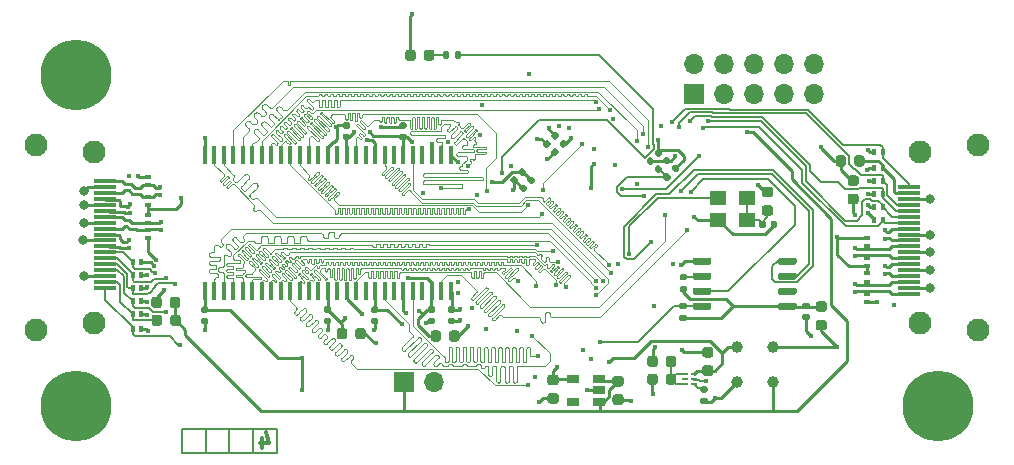
<source format=gbr>
%TF.GenerationSoftware,KiCad,Pcbnew,(5.1.10)-1*%
%TF.CreationDate,2021-07-24T21:30:01+02:00*%
%TF.ProjectId,Trugbild,54727567-6269-46c6-942e-6b696361645f,rev?*%
%TF.SameCoordinates,Original*%
%TF.FileFunction,Copper,L4,Bot*%
%TF.FilePolarity,Positive*%
%FSLAX46Y46*%
G04 Gerber Fmt 4.6, Leading zero omitted, Abs format (unit mm)*
G04 Created by KiCad (PCBNEW (5.1.10)-1) date 2021-07-24 21:30:01*
%MOMM*%
%LPD*%
G01*
G04 APERTURE LIST*
%TA.AperFunction,NonConductor*%
%ADD10C,0.300000*%
%TD*%
%TA.AperFunction,SMDPad,CuDef*%
%ADD11C,1.000000*%
%TD*%
%TA.AperFunction,ComponentPad*%
%ADD12C,6.000000*%
%TD*%
%TA.AperFunction,SMDPad,CuDef*%
%ADD13R,0.458000X1.510000*%
%TD*%
%TA.AperFunction,ComponentPad*%
%ADD14O,1.700000X1.700000*%
%TD*%
%TA.AperFunction,ComponentPad*%
%ADD15R,1.700000X1.700000*%
%TD*%
%TA.AperFunction,SMDPad,CuDef*%
%ADD16R,1.400000X1.200000*%
%TD*%
%TA.AperFunction,SMDPad,CuDef*%
%ADD17R,0.300000X0.550000*%
%TD*%
%TA.AperFunction,SMDPad,CuDef*%
%ADD18R,0.550000X0.300000*%
%TD*%
%TA.AperFunction,SMDPad,CuDef*%
%ADD19R,1.900000X0.300000*%
%TD*%
%TA.AperFunction,ComponentPad*%
%ADD20C,1.950000*%
%TD*%
%TA.AperFunction,SMDPad,CuDef*%
%ADD21R,0.530000X0.280000*%
%TD*%
%TA.AperFunction,SMDPad,CuDef*%
%ADD22R,1.060000X0.650000*%
%TD*%
%TA.AperFunction,ViaPad*%
%ADD23C,0.800000*%
%TD*%
%TA.AperFunction,ViaPad*%
%ADD24C,0.450000*%
%TD*%
%TA.AperFunction,Conductor*%
%ADD25C,0.152400*%
%TD*%
%TA.AperFunction,Conductor*%
%ADD26C,0.254000*%
%TD*%
%TA.AperFunction,Conductor*%
%ADD27C,0.100000*%
%TD*%
G04 APERTURE END LIST*
D10*
X123752380Y-121671428D02*
X123752380Y-122538095D01*
X124061904Y-121176190D02*
X124371428Y-122104761D01*
X123566666Y-122104761D01*
D11*
%TO.P,GND,1*%
%TO.N,GND*%
X164000000Y-116950000D03*
%TD*%
%TO.P,1V2,1*%
%TO.N,+1V2*%
X164000000Y-113950000D03*
%TD*%
%TO.P,3V3,1*%
%TO.N,+3V3*%
X167000000Y-113950000D03*
%TD*%
%TO.P,5V,1*%
%TO.N,+5V*%
X167000000Y-116950000D03*
%TD*%
D12*
%TO.P,REF\u002A\u002A,1*%
%TO.N,GND*%
X108000000Y-118950000D03*
%TD*%
%TO.P,REF\u002A\u002A,1*%
%TO.N,GND*%
X181000000Y-118950000D03*
%TD*%
%TO.P,REF\u002A\u002A,1*%
%TO.N,GND*%
X108000000Y-90950000D03*
%TD*%
D13*
%TO.P,U1,54*%
%TO.N,GND*%
X139730000Y-97750000D03*
%TO.P,U1,53*%
%TO.N,/DQ7*%
X138930000Y-97750000D03*
%TO.P,U1,52*%
%TO.N,GND*%
X138130000Y-97750000D03*
%TO.P,U1,51*%
%TO.N,N/C*%
X137330000Y-97750000D03*
%TO.P,U1,50*%
%TO.N,/DQ6*%
X136530000Y-97750000D03*
%TO.P,U1,49*%
%TO.N,/VDDQ_RAM*%
X135730000Y-97750000D03*
%TO.P,U1,48*%
%TO.N,N/C*%
X134930000Y-97750000D03*
%TO.P,U1,47*%
%TO.N,/DQ5*%
X134130000Y-97750000D03*
%TO.P,U1,46*%
%TO.N,GND*%
X133330000Y-97750000D03*
%TO.P,U1,45*%
%TO.N,N/C*%
X132530000Y-97750000D03*
%TO.P,U1,44*%
%TO.N,/DQ4*%
X131730000Y-97750000D03*
%TO.P,U1,43*%
%TO.N,/VDDQ_RAM*%
X130930000Y-97750000D03*
%TO.P,U1,42*%
%TO.N,N/C*%
X130130000Y-97750000D03*
%TO.P,U1,41*%
%TO.N,GND*%
X129330000Y-97750000D03*
%TO.P,U1,40*%
%TO.N,N/C*%
X128530000Y-97750000D03*
%TO.P,U1,39*%
%TO.N,/DQM*%
X127730000Y-97750000D03*
%TO.P,U1,38*%
%TO.N,/CLK*%
X126930000Y-97750000D03*
%TO.P,U1,37*%
%TO.N,/CKE*%
X126130000Y-97750000D03*
%TO.P,U1,36*%
%TO.N,/A12*%
X125330000Y-97750000D03*
%TO.P,U1,35*%
%TO.N,/A11*%
X124530000Y-97750000D03*
%TO.P,U1,34*%
%TO.N,/A9*%
X123730000Y-97750000D03*
%TO.P,U1,33*%
%TO.N,/A8*%
X122930000Y-97750000D03*
%TO.P,U1,32*%
%TO.N,/A7*%
X122130000Y-97750000D03*
%TO.P,U1,31*%
%TO.N,/A6*%
X121330000Y-97750000D03*
%TO.P,U1,30*%
%TO.N,/A5*%
X120530000Y-97750000D03*
%TO.P,U1,29*%
%TO.N,/A4*%
X119730000Y-97750000D03*
%TO.P,U1,28*%
%TO.N,GND*%
X118930000Y-97750000D03*
%TO.P,U1,27*%
%TO.N,/VDD_RAM*%
X118930000Y-109250000D03*
%TO.P,U1,26*%
%TO.N,/A3*%
X119730000Y-109250000D03*
%TO.P,U1,25*%
%TO.N,/A2*%
X120530000Y-109250000D03*
%TO.P,U1,24*%
%TO.N,/A1*%
X121330000Y-109250000D03*
%TO.P,U1,23*%
%TO.N,/A0*%
X122130000Y-109250000D03*
%TO.P,U1,22*%
%TO.N,/A10*%
X122930000Y-109250000D03*
%TO.P,U1,21*%
%TO.N,/BA1*%
X123730000Y-109250000D03*
%TO.P,U1,20*%
%TO.N,/BA0*%
X124530000Y-109250000D03*
%TO.P,U1,19*%
%TO.N,/CS#*%
X125330000Y-109250000D03*
%TO.P,U1,18*%
%TO.N,/RAS#*%
X126130000Y-109250000D03*
%TO.P,U1,17*%
%TO.N,/CAS#*%
X126930000Y-109250000D03*
%TO.P,U1,16*%
%TO.N,/WE#*%
X127730000Y-109250000D03*
%TO.P,U1,15*%
%TO.N,N/C*%
X128530000Y-109250000D03*
%TO.P,U1,14*%
%TO.N,/VDD_RAM*%
X129330000Y-109250000D03*
%TO.P,U1,13*%
%TO.N,N/C*%
X130130000Y-109250000D03*
%TO.P,U1,12*%
%TO.N,GND*%
X130930000Y-109250000D03*
%TO.P,U1,11*%
%TO.N,/DQ3*%
X131730000Y-109250000D03*
%TO.P,U1,10*%
%TO.N,N/C*%
X132530000Y-109250000D03*
%TO.P,U1,9*%
%TO.N,/VDDQ_RAM*%
X133330000Y-109250000D03*
%TO.P,U1,8*%
%TO.N,/DQ2*%
X134130000Y-109250000D03*
%TO.P,U1,7*%
%TO.N,N/C*%
X134930000Y-109250000D03*
%TO.P,U1,6*%
%TO.N,GND*%
X135730000Y-109250000D03*
%TO.P,U1,5*%
%TO.N,/DQ1*%
X136530000Y-109250000D03*
%TO.P,U1,4*%
%TO.N,N/C*%
X137330000Y-109250000D03*
%TO.P,U1,3*%
%TO.N,/VDDQ_RAM*%
X138130000Y-109250000D03*
%TO.P,U1,2*%
%TO.N,/DQ0*%
X138930000Y-109250000D03*
%TO.P,U1,1*%
%TO.N,/VDD_RAM*%
X139730000Y-109250000D03*
%TD*%
D14*
%TO.P,J1,10*%
%TO.N,GND*%
X170460000Y-90010000D03*
%TO.P,J1,9*%
%TO.N,/TDI*%
X170460000Y-92550000D03*
%TO.P,J1,8*%
%TO.N,N/C*%
X167920000Y-90010000D03*
%TO.P,J1,7*%
X167920000Y-92550000D03*
%TO.P,J1,6*%
X165380000Y-90010000D03*
%TO.P,J1,5*%
%TO.N,/TMS*%
X165380000Y-92550000D03*
%TO.P,J1,4*%
%TO.N,+3V3*%
X162840000Y-90010000D03*
%TO.P,J1,3*%
%TO.N,/TDO*%
X162840000Y-92550000D03*
%TO.P,J1,2*%
%TO.N,GND*%
X160300000Y-90010000D03*
D15*
%TO.P,J1,1*%
%TO.N,/TCK*%
X160300000Y-92550000D03*
%TD*%
%TO.P,U5,1*%
%TO.N,/CS*%
%TA.AperFunction,SMDPad,CuDef*%
G36*
G01*
X160210000Y-110665000D02*
X160210000Y-110365000D01*
G75*
G02*
X160360000Y-110215000I150000J0D01*
G01*
X161660000Y-110215000D01*
G75*
G02*
X161810000Y-110365000I0J-150000D01*
G01*
X161810000Y-110665000D01*
G75*
G02*
X161660000Y-110815000I-150000J0D01*
G01*
X160360000Y-110815000D01*
G75*
G02*
X160210000Y-110665000I0J150000D01*
G01*
G37*
%TD.AperFunction*%
%TO.P,U5,2*%
%TO.N,/SO*%
%TA.AperFunction,SMDPad,CuDef*%
G36*
G01*
X160210000Y-109395000D02*
X160210000Y-109095000D01*
G75*
G02*
X160360000Y-108945000I150000J0D01*
G01*
X161660000Y-108945000D01*
G75*
G02*
X161810000Y-109095000I0J-150000D01*
G01*
X161810000Y-109395000D01*
G75*
G02*
X161660000Y-109545000I-150000J0D01*
G01*
X160360000Y-109545000D01*
G75*
G02*
X160210000Y-109395000I0J150000D01*
G01*
G37*
%TD.AperFunction*%
%TO.P,U5,3*%
%TO.N,Net-(R4-Pad2)*%
%TA.AperFunction,SMDPad,CuDef*%
G36*
G01*
X160210000Y-108125000D02*
X160210000Y-107825000D01*
G75*
G02*
X160360000Y-107675000I150000J0D01*
G01*
X161660000Y-107675000D01*
G75*
G02*
X161810000Y-107825000I0J-150000D01*
G01*
X161810000Y-108125000D01*
G75*
G02*
X161660000Y-108275000I-150000J0D01*
G01*
X160360000Y-108275000D01*
G75*
G02*
X160210000Y-108125000I0J150000D01*
G01*
G37*
%TD.AperFunction*%
%TO.P,U5,4*%
%TO.N,GND*%
%TA.AperFunction,SMDPad,CuDef*%
G36*
G01*
X160210000Y-106855000D02*
X160210000Y-106555000D01*
G75*
G02*
X160360000Y-106405000I150000J0D01*
G01*
X161660000Y-106405000D01*
G75*
G02*
X161810000Y-106555000I0J-150000D01*
G01*
X161810000Y-106855000D01*
G75*
G02*
X161660000Y-107005000I-150000J0D01*
G01*
X160360000Y-107005000D01*
G75*
G02*
X160210000Y-106855000I0J150000D01*
G01*
G37*
%TD.AperFunction*%
%TO.P,U5,5*%
%TO.N,/SI*%
%TA.AperFunction,SMDPad,CuDef*%
G36*
G01*
X167410000Y-106855000D02*
X167410000Y-106555000D01*
G75*
G02*
X167560000Y-106405000I150000J0D01*
G01*
X168860000Y-106405000D01*
G75*
G02*
X169010000Y-106555000I0J-150000D01*
G01*
X169010000Y-106855000D01*
G75*
G02*
X168860000Y-107005000I-150000J0D01*
G01*
X167560000Y-107005000D01*
G75*
G02*
X167410000Y-106855000I0J150000D01*
G01*
G37*
%TD.AperFunction*%
%TO.P,U5,6*%
%TO.N,/SCK*%
%TA.AperFunction,SMDPad,CuDef*%
G36*
G01*
X167410000Y-108125000D02*
X167410000Y-107825000D01*
G75*
G02*
X167560000Y-107675000I150000J0D01*
G01*
X168860000Y-107675000D01*
G75*
G02*
X169010000Y-107825000I0J-150000D01*
G01*
X169010000Y-108125000D01*
G75*
G02*
X168860000Y-108275000I-150000J0D01*
G01*
X167560000Y-108275000D01*
G75*
G02*
X167410000Y-108125000I0J150000D01*
G01*
G37*
%TD.AperFunction*%
%TO.P,U5,7*%
%TO.N,N/C*%
%TA.AperFunction,SMDPad,CuDef*%
G36*
G01*
X167410000Y-109395000D02*
X167410000Y-109095000D01*
G75*
G02*
X167560000Y-108945000I150000J0D01*
G01*
X168860000Y-108945000D01*
G75*
G02*
X169010000Y-109095000I0J-150000D01*
G01*
X169010000Y-109395000D01*
G75*
G02*
X168860000Y-109545000I-150000J0D01*
G01*
X167560000Y-109545000D01*
G75*
G02*
X167410000Y-109395000I0J150000D01*
G01*
G37*
%TD.AperFunction*%
%TO.P,U5,8*%
%TO.N,/VDD_FLASH*%
%TA.AperFunction,SMDPad,CuDef*%
G36*
G01*
X167410000Y-110665000D02*
X167410000Y-110365000D01*
G75*
G02*
X167560000Y-110215000I150000J0D01*
G01*
X168860000Y-110215000D01*
G75*
G02*
X169010000Y-110365000I0J-150000D01*
G01*
X169010000Y-110665000D01*
G75*
G02*
X168860000Y-110815000I-150000J0D01*
G01*
X167560000Y-110815000D01*
G75*
G02*
X167410000Y-110665000I0J150000D01*
G01*
G37*
%TD.AperFunction*%
%TD*%
%TO.P,R19,2*%
%TO.N,Net-(D30-Pad2)*%
%TA.AperFunction,SMDPad,CuDef*%
G36*
G01*
X139610000Y-89055000D02*
X139610000Y-89425000D01*
G75*
G02*
X139475000Y-89560000I-135000J0D01*
G01*
X139205000Y-89560000D01*
G75*
G02*
X139070000Y-89425000I0J135000D01*
G01*
X139070000Y-89055000D01*
G75*
G02*
X139205000Y-88920000I135000J0D01*
G01*
X139475000Y-88920000D01*
G75*
G02*
X139610000Y-89055000I0J-135000D01*
G01*
G37*
%TD.AperFunction*%
%TO.P,R19,1*%
%TO.N,Net-(R19-Pad1)*%
%TA.AperFunction,SMDPad,CuDef*%
G36*
G01*
X140630000Y-89055000D02*
X140630000Y-89425000D01*
G75*
G02*
X140495000Y-89560000I-135000J0D01*
G01*
X140225000Y-89560000D01*
G75*
G02*
X140090000Y-89425000I0J135000D01*
G01*
X140090000Y-89055000D01*
G75*
G02*
X140225000Y-88920000I135000J0D01*
G01*
X140495000Y-88920000D01*
G75*
G02*
X140630000Y-89055000I0J-135000D01*
G01*
G37*
%TD.AperFunction*%
%TD*%
%TO.P,D30,2*%
%TO.N,Net-(D30-Pad2)*%
%TA.AperFunction,SMDPad,CuDef*%
G36*
G01*
X137460000Y-89526250D02*
X137460000Y-89013750D01*
G75*
G02*
X137678750Y-88795000I218750J0D01*
G01*
X138116250Y-88795000D01*
G75*
G02*
X138335000Y-89013750I0J-218750D01*
G01*
X138335000Y-89526250D01*
G75*
G02*
X138116250Y-89745000I-218750J0D01*
G01*
X137678750Y-89745000D01*
G75*
G02*
X137460000Y-89526250I0J218750D01*
G01*
G37*
%TD.AperFunction*%
%TO.P,D30,1*%
%TO.N,GND*%
%TA.AperFunction,SMDPad,CuDef*%
G36*
G01*
X135885000Y-89526250D02*
X135885000Y-89013750D01*
G75*
G02*
X136103750Y-88795000I218750J0D01*
G01*
X136541250Y-88795000D01*
G75*
G02*
X136760000Y-89013750I0J-218750D01*
G01*
X136760000Y-89526250D01*
G75*
G02*
X136541250Y-89745000I-218750J0D01*
G01*
X136103750Y-89745000D01*
G75*
G02*
X135885000Y-89526250I0J218750D01*
G01*
G37*
%TD.AperFunction*%
%TD*%
%TO.P,R18,2*%
%TO.N,/CS*%
%TA.AperFunction,SMDPad,CuDef*%
G36*
G01*
X159585000Y-110760000D02*
X159215000Y-110760000D01*
G75*
G02*
X159080000Y-110625000I0J135000D01*
G01*
X159080000Y-110355000D01*
G75*
G02*
X159215000Y-110220000I135000J0D01*
G01*
X159585000Y-110220000D01*
G75*
G02*
X159720000Y-110355000I0J-135000D01*
G01*
X159720000Y-110625000D01*
G75*
G02*
X159585000Y-110760000I-135000J0D01*
G01*
G37*
%TD.AperFunction*%
%TO.P,R18,1*%
%TO.N,/VDD_FLASH*%
%TA.AperFunction,SMDPad,CuDef*%
G36*
G01*
X159585000Y-111780000D02*
X159215000Y-111780000D01*
G75*
G02*
X159080000Y-111645000I0J135000D01*
G01*
X159080000Y-111375000D01*
G75*
G02*
X159215000Y-111240000I135000J0D01*
G01*
X159585000Y-111240000D01*
G75*
G02*
X159720000Y-111375000I0J-135000D01*
G01*
X159720000Y-111645000D01*
G75*
G02*
X159585000Y-111780000I-135000J0D01*
G01*
G37*
%TD.AperFunction*%
%TD*%
%TO.P,R4,2*%
%TO.N,Net-(R4-Pad2)*%
%TA.AperFunction,SMDPad,CuDef*%
G36*
G01*
X159615000Y-108320000D02*
X159245000Y-108320000D01*
G75*
G02*
X159110000Y-108185000I0J135000D01*
G01*
X159110000Y-107915000D01*
G75*
G02*
X159245000Y-107780000I135000J0D01*
G01*
X159615000Y-107780000D01*
G75*
G02*
X159750000Y-107915000I0J-135000D01*
G01*
X159750000Y-108185000D01*
G75*
G02*
X159615000Y-108320000I-135000J0D01*
G01*
G37*
%TD.AperFunction*%
%TO.P,R4,1*%
%TO.N,/VDD_FLASH*%
%TA.AperFunction,SMDPad,CuDef*%
G36*
G01*
X159615000Y-109340000D02*
X159245000Y-109340000D01*
G75*
G02*
X159110000Y-109205000I0J135000D01*
G01*
X159110000Y-108935000D01*
G75*
G02*
X159245000Y-108800000I135000J0D01*
G01*
X159615000Y-108800000D01*
G75*
G02*
X159750000Y-108935000I0J-135000D01*
G01*
X159750000Y-109205000D01*
G75*
G02*
X159615000Y-109340000I-135000J0D01*
G01*
G37*
%TD.AperFunction*%
%TD*%
%TO.P,FB12,2*%
%TO.N,/VDD_FLASH*%
%TA.AperFunction,SMDPad,CuDef*%
G36*
G01*
X171366250Y-110990000D02*
X170853750Y-110990000D01*
G75*
G02*
X170635000Y-110771250I0J218750D01*
G01*
X170635000Y-110333750D01*
G75*
G02*
X170853750Y-110115000I218750J0D01*
G01*
X171366250Y-110115000D01*
G75*
G02*
X171585000Y-110333750I0J-218750D01*
G01*
X171585000Y-110771250D01*
G75*
G02*
X171366250Y-110990000I-218750J0D01*
G01*
G37*
%TD.AperFunction*%
%TO.P,FB12,1*%
%TO.N,+3V3*%
%TA.AperFunction,SMDPad,CuDef*%
G36*
G01*
X171366250Y-112565000D02*
X170853750Y-112565000D01*
G75*
G02*
X170635000Y-112346250I0J218750D01*
G01*
X170635000Y-111908750D01*
G75*
G02*
X170853750Y-111690000I218750J0D01*
G01*
X171366250Y-111690000D01*
G75*
G02*
X171585000Y-111908750I0J-218750D01*
G01*
X171585000Y-112346250D01*
G75*
G02*
X171366250Y-112565000I-218750J0D01*
G01*
G37*
%TD.AperFunction*%
%TD*%
%TO.P,C2,2*%
%TO.N,GND*%
%TA.AperFunction,SMDPad,CuDef*%
G36*
G01*
X169640000Y-111170000D02*
X169980000Y-111170000D01*
G75*
G02*
X170120000Y-111310000I0J-140000D01*
G01*
X170120000Y-111590000D01*
G75*
G02*
X169980000Y-111730000I-140000J0D01*
G01*
X169640000Y-111730000D01*
G75*
G02*
X169500000Y-111590000I0J140000D01*
G01*
X169500000Y-111310000D01*
G75*
G02*
X169640000Y-111170000I140000J0D01*
G01*
G37*
%TD.AperFunction*%
%TO.P,C2,1*%
%TO.N,/VDD_FLASH*%
%TA.AperFunction,SMDPad,CuDef*%
G36*
G01*
X169640000Y-110210000D02*
X169980000Y-110210000D01*
G75*
G02*
X170120000Y-110350000I0J-140000D01*
G01*
X170120000Y-110630000D01*
G75*
G02*
X169980000Y-110770000I-140000J0D01*
G01*
X169640000Y-110770000D01*
G75*
G02*
X169500000Y-110630000I0J140000D01*
G01*
X169500000Y-110350000D01*
G75*
G02*
X169640000Y-110210000I140000J0D01*
G01*
G37*
%TD.AperFunction*%
%TD*%
D16*
%TO.P,X1,4*%
%TO.N,Net-(C35-Pad1)*%
X164798269Y-101349275D03*
%TO.P,X1,3*%
%TO.N,Net-(U2-Pad43)*%
X162398269Y-101349275D03*
%TO.P,X1,2*%
%TO.N,GND*%
X162398269Y-103249275D03*
%TO.P,X1,1*%
%TO.N,Net-(C35-Pad1)*%
X164798269Y-103249275D03*
%TD*%
%TO.P,FB11,2*%
%TO.N,Net-(D28-Pad1)*%
%TA.AperFunction,SMDPad,CuDef*%
G36*
G01*
X173900000Y-98476250D02*
X173900000Y-97963750D01*
G75*
G02*
X174118750Y-97745000I218750J0D01*
G01*
X174556250Y-97745000D01*
G75*
G02*
X174775000Y-97963750I0J-218750D01*
G01*
X174775000Y-98476250D01*
G75*
G02*
X174556250Y-98695000I-218750J0D01*
G01*
X174118750Y-98695000D01*
G75*
G02*
X173900000Y-98476250I0J218750D01*
G01*
G37*
%TD.AperFunction*%
%TO.P,FB11,1*%
%TO.N,+5V*%
%TA.AperFunction,SMDPad,CuDef*%
G36*
G01*
X172325000Y-98476250D02*
X172325000Y-97963750D01*
G75*
G02*
X172543750Y-97745000I218750J0D01*
G01*
X172981250Y-97745000D01*
G75*
G02*
X173200000Y-97963750I0J-218750D01*
G01*
X173200000Y-98476250D01*
G75*
G02*
X172981250Y-98695000I-218750J0D01*
G01*
X172543750Y-98695000D01*
G75*
G02*
X172325000Y-98476250I0J218750D01*
G01*
G37*
%TD.AperFunction*%
%TD*%
%TO.P,FB10,2*%
%TO.N,Net-(D29-Pad1)*%
%TA.AperFunction,SMDPad,CuDef*%
G36*
G01*
X115290000Y-111453750D02*
X115290000Y-111966250D01*
G75*
G02*
X115071250Y-112185000I-218750J0D01*
G01*
X114633750Y-112185000D01*
G75*
G02*
X114415000Y-111966250I0J218750D01*
G01*
X114415000Y-111453750D01*
G75*
G02*
X114633750Y-111235000I218750J0D01*
G01*
X115071250Y-111235000D01*
G75*
G02*
X115290000Y-111453750I0J-218750D01*
G01*
G37*
%TD.AperFunction*%
%TO.P,FB10,1*%
%TO.N,+5V*%
%TA.AperFunction,SMDPad,CuDef*%
G36*
G01*
X116865000Y-111453750D02*
X116865000Y-111966250D01*
G75*
G02*
X116646250Y-112185000I-218750J0D01*
G01*
X116208750Y-112185000D01*
G75*
G02*
X115990000Y-111966250I0J218750D01*
G01*
X115990000Y-111453750D01*
G75*
G02*
X116208750Y-111235000I218750J0D01*
G01*
X116646250Y-111235000D01*
G75*
G02*
X116865000Y-111453750I0J-218750D01*
G01*
G37*
%TD.AperFunction*%
%TD*%
%TO.P,FB9,2*%
%TO.N,Net-(C35-Pad1)*%
%TA.AperFunction,SMDPad,CuDef*%
G36*
G01*
X166294899Y-101981766D02*
X166807399Y-101981766D01*
G75*
G02*
X167026149Y-102200516I0J-218750D01*
G01*
X167026149Y-102638016D01*
G75*
G02*
X166807399Y-102856766I-218750J0D01*
G01*
X166294899Y-102856766D01*
G75*
G02*
X166076149Y-102638016I0J218750D01*
G01*
X166076149Y-102200516D01*
G75*
G02*
X166294899Y-101981766I218750J0D01*
G01*
G37*
%TD.AperFunction*%
%TO.P,FB9,1*%
%TO.N,+3V3*%
%TA.AperFunction,SMDPad,CuDef*%
G36*
G01*
X166294899Y-100406766D02*
X166807399Y-100406766D01*
G75*
G02*
X167026149Y-100625516I0J-218750D01*
G01*
X167026149Y-101063016D01*
G75*
G02*
X166807399Y-101281766I-218750J0D01*
G01*
X166294899Y-101281766D01*
G75*
G02*
X166076149Y-101063016I0J218750D01*
G01*
X166076149Y-100625516D01*
G75*
G02*
X166294899Y-100406766I218750J0D01*
G01*
G37*
%TD.AperFunction*%
%TD*%
%TO.P,FB8,2*%
%TO.N,+3V3*%
%TA.AperFunction,SMDPad,CuDef*%
G36*
G01*
X157250000Y-116443750D02*
X157250000Y-116956250D01*
G75*
G02*
X157031250Y-117175000I-218750J0D01*
G01*
X156593750Y-117175000D01*
G75*
G02*
X156375000Y-116956250I0J218750D01*
G01*
X156375000Y-116443750D01*
G75*
G02*
X156593750Y-116225000I218750J0D01*
G01*
X157031250Y-116225000D01*
G75*
G02*
X157250000Y-116443750I0J-218750D01*
G01*
G37*
%TD.AperFunction*%
%TO.P,FB8,1*%
%TO.N,Net-(C26-Pad1)*%
%TA.AperFunction,SMDPad,CuDef*%
G36*
G01*
X158825000Y-116443750D02*
X158825000Y-116956250D01*
G75*
G02*
X158606250Y-117175000I-218750J0D01*
G01*
X158168750Y-117175000D01*
G75*
G02*
X157950000Y-116956250I0J218750D01*
G01*
X157950000Y-116443750D01*
G75*
G02*
X158168750Y-116225000I218750J0D01*
G01*
X158606250Y-116225000D01*
G75*
G02*
X158825000Y-116443750I0J-218750D01*
G01*
G37*
%TD.AperFunction*%
%TD*%
%TO.P,FB2,2*%
%TO.N,+3V3*%
%TA.AperFunction,SMDPad,CuDef*%
G36*
G01*
X131650000Y-113106250D02*
X131650000Y-112593750D01*
G75*
G02*
X131868750Y-112375000I218750J0D01*
G01*
X132306250Y-112375000D01*
G75*
G02*
X132525000Y-112593750I0J-218750D01*
G01*
X132525000Y-113106250D01*
G75*
G02*
X132306250Y-113325000I-218750J0D01*
G01*
X131868750Y-113325000D01*
G75*
G02*
X131650000Y-113106250I0J218750D01*
G01*
G37*
%TD.AperFunction*%
%TO.P,FB2,1*%
%TO.N,/VDD_RAM*%
%TA.AperFunction,SMDPad,CuDef*%
G36*
G01*
X130075000Y-113106250D02*
X130075000Y-112593750D01*
G75*
G02*
X130293750Y-112375000I218750J0D01*
G01*
X130731250Y-112375000D01*
G75*
G02*
X130950000Y-112593750I0J-218750D01*
G01*
X130950000Y-113106250D01*
G75*
G02*
X130731250Y-113325000I-218750J0D01*
G01*
X130293750Y-113325000D01*
G75*
G02*
X130075000Y-113106250I0J218750D01*
G01*
G37*
%TD.AperFunction*%
%TD*%
%TO.P,FB1,2*%
%TO.N,+3V3*%
%TA.AperFunction,SMDPad,CuDef*%
G36*
G01*
X139600000Y-113306250D02*
X139600000Y-112793750D01*
G75*
G02*
X139818750Y-112575000I218750J0D01*
G01*
X140256250Y-112575000D01*
G75*
G02*
X140475000Y-112793750I0J-218750D01*
G01*
X140475000Y-113306250D01*
G75*
G02*
X140256250Y-113525000I-218750J0D01*
G01*
X139818750Y-113525000D01*
G75*
G02*
X139600000Y-113306250I0J218750D01*
G01*
G37*
%TD.AperFunction*%
%TO.P,FB1,1*%
%TO.N,/VDDQ_RAM*%
%TA.AperFunction,SMDPad,CuDef*%
G36*
G01*
X138025000Y-113306250D02*
X138025000Y-112793750D01*
G75*
G02*
X138243750Y-112575000I218750J0D01*
G01*
X138681250Y-112575000D01*
G75*
G02*
X138900000Y-112793750I0J-218750D01*
G01*
X138900000Y-113306250D01*
G75*
G02*
X138681250Y-113525000I-218750J0D01*
G01*
X138243750Y-113525000D01*
G75*
G02*
X138025000Y-113306250I0J218750D01*
G01*
G37*
%TD.AperFunction*%
%TD*%
%TO.P,C1,2*%
%TO.N,GND*%
%TA.AperFunction,SMDPad,CuDef*%
G36*
G01*
X115275000Y-109950000D02*
X115275000Y-110450000D01*
G75*
G02*
X115050000Y-110675000I-225000J0D01*
G01*
X114600000Y-110675000D01*
G75*
G02*
X114375000Y-110450000I0J225000D01*
G01*
X114375000Y-109950000D01*
G75*
G02*
X114600000Y-109725000I225000J0D01*
G01*
X115050000Y-109725000D01*
G75*
G02*
X115275000Y-109950000I0J-225000D01*
G01*
G37*
%TD.AperFunction*%
%TO.P,C1,1*%
%TO.N,+5V*%
%TA.AperFunction,SMDPad,CuDef*%
G36*
G01*
X116825000Y-109950000D02*
X116825000Y-110450000D01*
G75*
G02*
X116600000Y-110675000I-225000J0D01*
G01*
X116150000Y-110675000D01*
G75*
G02*
X115925000Y-110450000I0J225000D01*
G01*
X115925000Y-109950000D01*
G75*
G02*
X116150000Y-109725000I225000J0D01*
G01*
X116600000Y-109725000D01*
G75*
G02*
X116825000Y-109950000I0J-225000D01*
G01*
G37*
%TD.AperFunction*%
%TD*%
%TO.P,C35,2*%
%TO.N,GND*%
%TA.AperFunction,SMDPad,CuDef*%
G36*
G01*
X166810000Y-103760000D02*
X166810000Y-103420000D01*
G75*
G02*
X166950000Y-103280000I140000J0D01*
G01*
X167230000Y-103280000D01*
G75*
G02*
X167370000Y-103420000I0J-140000D01*
G01*
X167370000Y-103760000D01*
G75*
G02*
X167230000Y-103900000I-140000J0D01*
G01*
X166950000Y-103900000D01*
G75*
G02*
X166810000Y-103760000I0J140000D01*
G01*
G37*
%TD.AperFunction*%
%TO.P,C35,1*%
%TO.N,Net-(C35-Pad1)*%
%TA.AperFunction,SMDPad,CuDef*%
G36*
G01*
X165850000Y-103760000D02*
X165850000Y-103420000D01*
G75*
G02*
X165990000Y-103280000I140000J0D01*
G01*
X166270000Y-103280000D01*
G75*
G02*
X166410000Y-103420000I0J-140000D01*
G01*
X166410000Y-103760000D01*
G75*
G02*
X166270000Y-103900000I-140000J0D01*
G01*
X165990000Y-103900000D01*
G75*
G02*
X165850000Y-103760000I0J140000D01*
G01*
G37*
%TD.AperFunction*%
%TD*%
%TO.P,C29,2*%
%TO.N,GND*%
%TA.AperFunction,SMDPad,CuDef*%
G36*
G01*
X173560000Y-100995000D02*
X174060000Y-100995000D01*
G75*
G02*
X174285000Y-101220000I0J-225000D01*
G01*
X174285000Y-101670000D01*
G75*
G02*
X174060000Y-101895000I-225000J0D01*
G01*
X173560000Y-101895000D01*
G75*
G02*
X173335000Y-101670000I0J225000D01*
G01*
X173335000Y-101220000D01*
G75*
G02*
X173560000Y-100995000I225000J0D01*
G01*
G37*
%TD.AperFunction*%
%TO.P,C29,1*%
%TO.N,+5V*%
%TA.AperFunction,SMDPad,CuDef*%
G36*
G01*
X173560000Y-99445000D02*
X174060000Y-99445000D01*
G75*
G02*
X174285000Y-99670000I0J-225000D01*
G01*
X174285000Y-100120000D01*
G75*
G02*
X174060000Y-100345000I-225000J0D01*
G01*
X173560000Y-100345000D01*
G75*
G02*
X173335000Y-100120000I0J225000D01*
G01*
X173335000Y-99670000D01*
G75*
G02*
X173560000Y-99445000I225000J0D01*
G01*
G37*
%TD.AperFunction*%
%TD*%
%TO.P,C28,2*%
%TO.N,GND*%
%TA.AperFunction,SMDPad,CuDef*%
G36*
G01*
X161750000Y-114875000D02*
X161250000Y-114875000D01*
G75*
G02*
X161025000Y-114650000I0J225000D01*
G01*
X161025000Y-114200000D01*
G75*
G02*
X161250000Y-113975000I225000J0D01*
G01*
X161750000Y-113975000D01*
G75*
G02*
X161975000Y-114200000I0J-225000D01*
G01*
X161975000Y-114650000D01*
G75*
G02*
X161750000Y-114875000I-225000J0D01*
G01*
G37*
%TD.AperFunction*%
%TO.P,C28,1*%
%TO.N,+1V2*%
%TA.AperFunction,SMDPad,CuDef*%
G36*
G01*
X161750000Y-116425000D02*
X161250000Y-116425000D01*
G75*
G02*
X161025000Y-116200000I0J225000D01*
G01*
X161025000Y-115750000D01*
G75*
G02*
X161250000Y-115525000I225000J0D01*
G01*
X161750000Y-115525000D01*
G75*
G02*
X161975000Y-115750000I0J-225000D01*
G01*
X161975000Y-116200000D01*
G75*
G02*
X161750000Y-116425000I-225000J0D01*
G01*
G37*
%TD.AperFunction*%
%TD*%
%TO.P,C26,2*%
%TO.N,GND*%
%TA.AperFunction,SMDPad,CuDef*%
G36*
G01*
X157275000Y-114950000D02*
X157275000Y-115450000D01*
G75*
G02*
X157050000Y-115675000I-225000J0D01*
G01*
X156600000Y-115675000D01*
G75*
G02*
X156375000Y-115450000I0J225000D01*
G01*
X156375000Y-114950000D01*
G75*
G02*
X156600000Y-114725000I225000J0D01*
G01*
X157050000Y-114725000D01*
G75*
G02*
X157275000Y-114950000I0J-225000D01*
G01*
G37*
%TD.AperFunction*%
%TO.P,C26,1*%
%TO.N,Net-(C26-Pad1)*%
%TA.AperFunction,SMDPad,CuDef*%
G36*
G01*
X158825000Y-114950000D02*
X158825000Y-115450000D01*
G75*
G02*
X158600000Y-115675000I-225000J0D01*
G01*
X158150000Y-115675000D01*
G75*
G02*
X157925000Y-115450000I0J225000D01*
G01*
X157925000Y-114950000D01*
G75*
G02*
X158150000Y-114725000I225000J0D01*
G01*
X158600000Y-114725000D01*
G75*
G02*
X158825000Y-114950000I0J-225000D01*
G01*
G37*
%TD.AperFunction*%
%TD*%
%TO.P,C25,2*%
%TO.N,GND*%
%TA.AperFunction,SMDPad,CuDef*%
G36*
G01*
X148150000Y-117875000D02*
X148650000Y-117875000D01*
G75*
G02*
X148875000Y-118100000I0J-225000D01*
G01*
X148875000Y-118550000D01*
G75*
G02*
X148650000Y-118775000I-225000J0D01*
G01*
X148150000Y-118775000D01*
G75*
G02*
X147925000Y-118550000I0J225000D01*
G01*
X147925000Y-118100000D01*
G75*
G02*
X148150000Y-117875000I225000J0D01*
G01*
G37*
%TD.AperFunction*%
%TO.P,C25,1*%
%TO.N,+3V3*%
%TA.AperFunction,SMDPad,CuDef*%
G36*
G01*
X148150000Y-116325000D02*
X148650000Y-116325000D01*
G75*
G02*
X148875000Y-116550000I0J-225000D01*
G01*
X148875000Y-117000000D01*
G75*
G02*
X148650000Y-117225000I-225000J0D01*
G01*
X148150000Y-117225000D01*
G75*
G02*
X147925000Y-117000000I0J225000D01*
G01*
X147925000Y-116550000D01*
G75*
G02*
X148150000Y-116325000I225000J0D01*
G01*
G37*
%TD.AperFunction*%
%TD*%
%TO.P,C24,2*%
%TO.N,GND*%
%TA.AperFunction,SMDPad,CuDef*%
G36*
G01*
X153650000Y-117975000D02*
X154150000Y-117975000D01*
G75*
G02*
X154375000Y-118200000I0J-225000D01*
G01*
X154375000Y-118650000D01*
G75*
G02*
X154150000Y-118875000I-225000J0D01*
G01*
X153650000Y-118875000D01*
G75*
G02*
X153425000Y-118650000I0J225000D01*
G01*
X153425000Y-118200000D01*
G75*
G02*
X153650000Y-117975000I225000J0D01*
G01*
G37*
%TD.AperFunction*%
%TO.P,C24,1*%
%TO.N,+5V*%
%TA.AperFunction,SMDPad,CuDef*%
G36*
G01*
X153650000Y-116425000D02*
X154150000Y-116425000D01*
G75*
G02*
X154375000Y-116650000I0J-225000D01*
G01*
X154375000Y-117100000D01*
G75*
G02*
X154150000Y-117325000I-225000J0D01*
G01*
X153650000Y-117325000D01*
G75*
G02*
X153425000Y-117100000I0J225000D01*
G01*
X153425000Y-116650000D01*
G75*
G02*
X153650000Y-116425000I225000J0D01*
G01*
G37*
%TD.AperFunction*%
%TD*%
%TO.P,R2,2*%
%TO.N,GND*%
%TA.AperFunction,SMDPad,CuDef*%
G36*
G01*
X158688520Y-99169909D02*
X158426891Y-98908280D01*
G75*
G02*
X158426891Y-98717362I95459J95459D01*
G01*
X158617810Y-98526443D01*
G75*
G02*
X158808728Y-98526443I95459J-95459D01*
G01*
X159070357Y-98788072D01*
G75*
G02*
X159070357Y-98978990I-95459J-95459D01*
G01*
X158879438Y-99169909D01*
G75*
G02*
X158688520Y-99169909I-95459J95459D01*
G01*
G37*
%TD.AperFunction*%
%TO.P,R2,1*%
%TO.N,/DONE*%
%TA.AperFunction,SMDPad,CuDef*%
G36*
G01*
X157967272Y-99891157D02*
X157705643Y-99629528D01*
G75*
G02*
X157705643Y-99438610I95459J95459D01*
G01*
X157896562Y-99247691D01*
G75*
G02*
X158087480Y-99247691I95459J-95459D01*
G01*
X158349109Y-99509320D01*
G75*
G02*
X158349109Y-99700238I-95459J-95459D01*
G01*
X158158190Y-99891157D01*
G75*
G02*
X157967272Y-99891157I-95459J95459D01*
G01*
G37*
%TD.AperFunction*%
%TD*%
%TO.P,R1,2*%
%TO.N,/DONE*%
%TA.AperFunction,SMDPad,CuDef*%
G36*
G01*
X157376280Y-98587291D02*
X157637909Y-98848920D01*
G75*
G02*
X157637909Y-99039838I-95459J-95459D01*
G01*
X157446990Y-99230757D01*
G75*
G02*
X157256072Y-99230757I-95459J95459D01*
G01*
X156994443Y-98969128D01*
G75*
G02*
X156994443Y-98778210I95459J95459D01*
G01*
X157185362Y-98587291D01*
G75*
G02*
X157376280Y-98587291I95459J-95459D01*
G01*
G37*
%TD.AperFunction*%
%TO.P,R1,1*%
%TO.N,+3V3*%
%TA.AperFunction,SMDPad,CuDef*%
G36*
G01*
X158097528Y-97866043D02*
X158359157Y-98127672D01*
G75*
G02*
X158359157Y-98318590I-95459J-95459D01*
G01*
X158168238Y-98509509D01*
G75*
G02*
X157977320Y-98509509I-95459J95459D01*
G01*
X157715691Y-98247880D01*
G75*
G02*
X157715691Y-98056962I95459J95459D01*
G01*
X157906610Y-97866043D01*
G75*
G02*
X158097528Y-97866043I95459J-95459D01*
G01*
G37*
%TD.AperFunction*%
%TD*%
%TO.P,C34,2*%
%TO.N,GND*%
%TA.AperFunction,SMDPad,CuDef*%
G36*
G01*
X133130000Y-111500000D02*
X133470000Y-111500000D01*
G75*
G02*
X133610000Y-111640000I0J-140000D01*
G01*
X133610000Y-111920000D01*
G75*
G02*
X133470000Y-112060000I-140000J0D01*
G01*
X133130000Y-112060000D01*
G75*
G02*
X132990000Y-111920000I0J140000D01*
G01*
X132990000Y-111640000D01*
G75*
G02*
X133130000Y-111500000I140000J0D01*
G01*
G37*
%TD.AperFunction*%
%TO.P,C34,1*%
%TO.N,/VDDQ_RAM*%
%TA.AperFunction,SMDPad,CuDef*%
G36*
G01*
X133130000Y-110540000D02*
X133470000Y-110540000D01*
G75*
G02*
X133610000Y-110680000I0J-140000D01*
G01*
X133610000Y-110960000D01*
G75*
G02*
X133470000Y-111100000I-140000J0D01*
G01*
X133130000Y-111100000D01*
G75*
G02*
X132990000Y-110960000I0J140000D01*
G01*
X132990000Y-110680000D01*
G75*
G02*
X133130000Y-110540000I140000J0D01*
G01*
G37*
%TD.AperFunction*%
%TD*%
%TO.P,C33,2*%
%TO.N,GND*%
%TA.AperFunction,SMDPad,CuDef*%
G36*
G01*
X137930000Y-111500000D02*
X138270000Y-111500000D01*
G75*
G02*
X138410000Y-111640000I0J-140000D01*
G01*
X138410000Y-111920000D01*
G75*
G02*
X138270000Y-112060000I-140000J0D01*
G01*
X137930000Y-112060000D01*
G75*
G02*
X137790000Y-111920000I0J140000D01*
G01*
X137790000Y-111640000D01*
G75*
G02*
X137930000Y-111500000I140000J0D01*
G01*
G37*
%TD.AperFunction*%
%TO.P,C33,1*%
%TO.N,/VDDQ_RAM*%
%TA.AperFunction,SMDPad,CuDef*%
G36*
G01*
X137930000Y-110540000D02*
X138270000Y-110540000D01*
G75*
G02*
X138410000Y-110680000I0J-140000D01*
G01*
X138410000Y-110960000D01*
G75*
G02*
X138270000Y-111100000I-140000J0D01*
G01*
X137930000Y-111100000D01*
G75*
G02*
X137790000Y-110960000I0J140000D01*
G01*
X137790000Y-110680000D01*
G75*
G02*
X137930000Y-110540000I140000J0D01*
G01*
G37*
%TD.AperFunction*%
%TD*%
%TO.P,C32,2*%
%TO.N,GND*%
%TA.AperFunction,SMDPad,CuDef*%
G36*
G01*
X131070000Y-95500000D02*
X130730000Y-95500000D01*
G75*
G02*
X130590000Y-95360000I0J140000D01*
G01*
X130590000Y-95080000D01*
G75*
G02*
X130730000Y-94940000I140000J0D01*
G01*
X131070000Y-94940000D01*
G75*
G02*
X131210000Y-95080000I0J-140000D01*
G01*
X131210000Y-95360000D01*
G75*
G02*
X131070000Y-95500000I-140000J0D01*
G01*
G37*
%TD.AperFunction*%
%TO.P,C32,1*%
%TO.N,/VDDQ_RAM*%
%TA.AperFunction,SMDPad,CuDef*%
G36*
G01*
X131070000Y-96460000D02*
X130730000Y-96460000D01*
G75*
G02*
X130590000Y-96320000I0J140000D01*
G01*
X130590000Y-96040000D01*
G75*
G02*
X130730000Y-95900000I140000J0D01*
G01*
X131070000Y-95900000D01*
G75*
G02*
X131210000Y-96040000I0J-140000D01*
G01*
X131210000Y-96320000D01*
G75*
G02*
X131070000Y-96460000I-140000J0D01*
G01*
G37*
%TD.AperFunction*%
%TD*%
%TO.P,C31,2*%
%TO.N,GND*%
%TA.AperFunction,SMDPad,CuDef*%
G36*
G01*
X135870000Y-95500000D02*
X135530000Y-95500000D01*
G75*
G02*
X135390000Y-95360000I0J140000D01*
G01*
X135390000Y-95080000D01*
G75*
G02*
X135530000Y-94940000I140000J0D01*
G01*
X135870000Y-94940000D01*
G75*
G02*
X136010000Y-95080000I0J-140000D01*
G01*
X136010000Y-95360000D01*
G75*
G02*
X135870000Y-95500000I-140000J0D01*
G01*
G37*
%TD.AperFunction*%
%TO.P,C31,1*%
%TO.N,/VDDQ_RAM*%
%TA.AperFunction,SMDPad,CuDef*%
G36*
G01*
X135870000Y-96460000D02*
X135530000Y-96460000D01*
G75*
G02*
X135390000Y-96320000I0J140000D01*
G01*
X135390000Y-96040000D01*
G75*
G02*
X135530000Y-95900000I140000J0D01*
G01*
X135870000Y-95900000D01*
G75*
G02*
X136010000Y-96040000I0J-140000D01*
G01*
X136010000Y-96320000D01*
G75*
G02*
X135870000Y-96460000I-140000J0D01*
G01*
G37*
%TD.AperFunction*%
%TD*%
%TO.P,C30,2*%
%TO.N,GND*%
%TA.AperFunction,SMDPad,CuDef*%
G36*
G01*
X139630000Y-111500000D02*
X139970000Y-111500000D01*
G75*
G02*
X140110000Y-111640000I0J-140000D01*
G01*
X140110000Y-111920000D01*
G75*
G02*
X139970000Y-112060000I-140000J0D01*
G01*
X139630000Y-112060000D01*
G75*
G02*
X139490000Y-111920000I0J140000D01*
G01*
X139490000Y-111640000D01*
G75*
G02*
X139630000Y-111500000I140000J0D01*
G01*
G37*
%TD.AperFunction*%
%TO.P,C30,1*%
%TO.N,/VDD_RAM*%
%TA.AperFunction,SMDPad,CuDef*%
G36*
G01*
X139630000Y-110540000D02*
X139970000Y-110540000D01*
G75*
G02*
X140110000Y-110680000I0J-140000D01*
G01*
X140110000Y-110960000D01*
G75*
G02*
X139970000Y-111100000I-140000J0D01*
G01*
X139630000Y-111100000D01*
G75*
G02*
X139490000Y-110960000I0J140000D01*
G01*
X139490000Y-110680000D01*
G75*
G02*
X139630000Y-110540000I140000J0D01*
G01*
G37*
%TD.AperFunction*%
%TD*%
%TO.P,C27,2*%
%TO.N,GND*%
%TA.AperFunction,SMDPad,CuDef*%
G36*
G01*
X161012000Y-118255600D02*
X161352000Y-118255600D01*
G75*
G02*
X161492000Y-118395600I0J-140000D01*
G01*
X161492000Y-118675600D01*
G75*
G02*
X161352000Y-118815600I-140000J0D01*
G01*
X161012000Y-118815600D01*
G75*
G02*
X160872000Y-118675600I0J140000D01*
G01*
X160872000Y-118395600D01*
G75*
G02*
X161012000Y-118255600I140000J0D01*
G01*
G37*
%TD.AperFunction*%
%TO.P,C27,1*%
%TO.N,Net-(C27-Pad1)*%
%TA.AperFunction,SMDPad,CuDef*%
G36*
G01*
X161012000Y-117295600D02*
X161352000Y-117295600D01*
G75*
G02*
X161492000Y-117435600I0J-140000D01*
G01*
X161492000Y-117715600D01*
G75*
G02*
X161352000Y-117855600I-140000J0D01*
G01*
X161012000Y-117855600D01*
G75*
G02*
X160872000Y-117715600I0J140000D01*
G01*
X160872000Y-117435600D01*
G75*
G02*
X161012000Y-117295600I140000J0D01*
G01*
G37*
%TD.AperFunction*%
%TD*%
%TO.P,C21,2*%
%TO.N,GND*%
%TA.AperFunction,SMDPad,CuDef*%
G36*
G01*
X118730000Y-111500000D02*
X119070000Y-111500000D01*
G75*
G02*
X119210000Y-111640000I0J-140000D01*
G01*
X119210000Y-111920000D01*
G75*
G02*
X119070000Y-112060000I-140000J0D01*
G01*
X118730000Y-112060000D01*
G75*
G02*
X118590000Y-111920000I0J140000D01*
G01*
X118590000Y-111640000D01*
G75*
G02*
X118730000Y-111500000I140000J0D01*
G01*
G37*
%TD.AperFunction*%
%TO.P,C21,1*%
%TO.N,/VDD_RAM*%
%TA.AperFunction,SMDPad,CuDef*%
G36*
G01*
X118730000Y-110540000D02*
X119070000Y-110540000D01*
G75*
G02*
X119210000Y-110680000I0J-140000D01*
G01*
X119210000Y-110960000D01*
G75*
G02*
X119070000Y-111100000I-140000J0D01*
G01*
X118730000Y-111100000D01*
G75*
G02*
X118590000Y-110960000I0J140000D01*
G01*
X118590000Y-110680000D01*
G75*
G02*
X118730000Y-110540000I140000J0D01*
G01*
G37*
%TD.AperFunction*%
%TD*%
%TO.P,C18,2*%
%TO.N,GND*%
%TA.AperFunction,SMDPad,CuDef*%
G36*
G01*
X129130000Y-111500000D02*
X129470000Y-111500000D01*
G75*
G02*
X129610000Y-111640000I0J-140000D01*
G01*
X129610000Y-111920000D01*
G75*
G02*
X129470000Y-112060000I-140000J0D01*
G01*
X129130000Y-112060000D01*
G75*
G02*
X128990000Y-111920000I0J140000D01*
G01*
X128990000Y-111640000D01*
G75*
G02*
X129130000Y-111500000I140000J0D01*
G01*
G37*
%TD.AperFunction*%
%TO.P,C18,1*%
%TO.N,/VDD_RAM*%
%TA.AperFunction,SMDPad,CuDef*%
G36*
G01*
X129130000Y-110540000D02*
X129470000Y-110540000D01*
G75*
G02*
X129610000Y-110680000I0J-140000D01*
G01*
X129610000Y-110960000D01*
G75*
G02*
X129470000Y-111100000I-140000J0D01*
G01*
X129130000Y-111100000D01*
G75*
G02*
X128990000Y-110960000I0J140000D01*
G01*
X128990000Y-110680000D01*
G75*
G02*
X129130000Y-110540000I140000J0D01*
G01*
G37*
%TD.AperFunction*%
%TD*%
%TO.P,C16,2*%
%TO.N,GND*%
%TA.AperFunction,SMDPad,CuDef*%
G36*
G01*
X148234817Y-97398025D02*
X148475233Y-97157609D01*
G75*
G02*
X148673223Y-97157609I98995J-98995D01*
G01*
X148871213Y-97355599D01*
G75*
G02*
X148871213Y-97553589I-98995J-98995D01*
G01*
X148630797Y-97794005D01*
G75*
G02*
X148432807Y-97794005I-98995J98995D01*
G01*
X148234817Y-97596015D01*
G75*
G02*
X148234817Y-97398025I98995J98995D01*
G01*
G37*
%TD.AperFunction*%
%TO.P,C16,1*%
%TO.N,+1V2*%
%TA.AperFunction,SMDPad,CuDef*%
G36*
G01*
X147555995Y-96719203D02*
X147796411Y-96478787D01*
G75*
G02*
X147994401Y-96478787I98995J-98995D01*
G01*
X148192391Y-96676777D01*
G75*
G02*
X148192391Y-96874767I-98995J-98995D01*
G01*
X147951975Y-97115183D01*
G75*
G02*
X147753985Y-97115183I-98995J98995D01*
G01*
X147555995Y-96917193D01*
G75*
G02*
X147555995Y-96719203I98995J98995D01*
G01*
G37*
%TD.AperFunction*%
%TD*%
%TO.P,C11,2*%
%TO.N,GND*%
%TA.AperFunction,SMDPad,CuDef*%
G36*
G01*
X148941924Y-96690918D02*
X149182340Y-96450502D01*
G75*
G02*
X149380330Y-96450502I98995J-98995D01*
G01*
X149578320Y-96648492D01*
G75*
G02*
X149578320Y-96846482I-98995J-98995D01*
G01*
X149337904Y-97086898D01*
G75*
G02*
X149139914Y-97086898I-98995J98995D01*
G01*
X148941924Y-96888908D01*
G75*
G02*
X148941924Y-96690918I98995J98995D01*
G01*
G37*
%TD.AperFunction*%
%TO.P,C11,1*%
%TO.N,+3V3*%
%TA.AperFunction,SMDPad,CuDef*%
G36*
G01*
X148263102Y-96012096D02*
X148503518Y-95771680D01*
G75*
G02*
X148701508Y-95771680I98995J-98995D01*
G01*
X148899498Y-95969670D01*
G75*
G02*
X148899498Y-96167660I-98995J-98995D01*
G01*
X148659082Y-96408076D01*
G75*
G02*
X148461092Y-96408076I-98995J98995D01*
G01*
X148263102Y-96210086D01*
G75*
G02*
X148263102Y-96012096I98995J98995D01*
G01*
G37*
%TD.AperFunction*%
%TD*%
%TO.P,C9,2*%
%TO.N,GND*%
%TA.AperFunction,SMDPad,CuDef*%
G36*
G01*
X145188371Y-99521213D02*
X145428787Y-99761629D01*
G75*
G02*
X145428787Y-99959619I-98995J-98995D01*
G01*
X145230797Y-100157609D01*
G75*
G02*
X145032807Y-100157609I-98995J98995D01*
G01*
X144792391Y-99917193D01*
G75*
G02*
X144792391Y-99719203I98995J98995D01*
G01*
X144990381Y-99521213D01*
G75*
G02*
X145188371Y-99521213I98995J-98995D01*
G01*
G37*
%TD.AperFunction*%
%TO.P,C9,1*%
%TO.N,+3V3*%
%TA.AperFunction,SMDPad,CuDef*%
G36*
G01*
X145867193Y-98842391D02*
X146107609Y-99082807D01*
G75*
G02*
X146107609Y-99280797I-98995J-98995D01*
G01*
X145909619Y-99478787D01*
G75*
G02*
X145711629Y-99478787I-98995J98995D01*
G01*
X145471213Y-99238371D01*
G75*
G02*
X145471213Y-99040381I98995J98995D01*
G01*
X145669203Y-98842391D01*
G75*
G02*
X145867193Y-98842391I98995J-98995D01*
G01*
G37*
%TD.AperFunction*%
%TD*%
%TO.P,C7,2*%
%TO.N,GND*%
%TA.AperFunction,SMDPad,CuDef*%
G36*
G01*
X157227229Y-97866787D02*
X156986813Y-97626371D01*
G75*
G02*
X156986813Y-97428381I98995J98995D01*
G01*
X157184803Y-97230391D01*
G75*
G02*
X157382793Y-97230391I98995J-98995D01*
G01*
X157623209Y-97470807D01*
G75*
G02*
X157623209Y-97668797I-98995J-98995D01*
G01*
X157425219Y-97866787D01*
G75*
G02*
X157227229Y-97866787I-98995J98995D01*
G01*
G37*
%TD.AperFunction*%
%TO.P,C7,1*%
%TO.N,+3V3*%
%TA.AperFunction,SMDPad,CuDef*%
G36*
G01*
X156548407Y-98545609D02*
X156307991Y-98305193D01*
G75*
G02*
X156307991Y-98107203I98995J98995D01*
G01*
X156505981Y-97909213D01*
G75*
G02*
X156703971Y-97909213I98995J-98995D01*
G01*
X156944387Y-98149629D01*
G75*
G02*
X156944387Y-98347619I-98995J-98995D01*
G01*
X156746397Y-98545609D01*
G75*
G02*
X156548407Y-98545609I-98995J98995D01*
G01*
G37*
%TD.AperFunction*%
%TD*%
%TO.P,C5,2*%
%TO.N,GND*%
%TA.AperFunction,SMDPad,CuDef*%
G36*
G01*
X145938371Y-100221213D02*
X146178787Y-100461629D01*
G75*
G02*
X146178787Y-100659619I-98995J-98995D01*
G01*
X145980797Y-100857609D01*
G75*
G02*
X145782807Y-100857609I-98995J98995D01*
G01*
X145542391Y-100617193D01*
G75*
G02*
X145542391Y-100419203I98995J98995D01*
G01*
X145740381Y-100221213D01*
G75*
G02*
X145938371Y-100221213I98995J-98995D01*
G01*
G37*
%TD.AperFunction*%
%TO.P,C5,1*%
%TO.N,+3V3*%
%TA.AperFunction,SMDPad,CuDef*%
G36*
G01*
X146617193Y-99542391D02*
X146857609Y-99782807D01*
G75*
G02*
X146857609Y-99980797I-98995J-98995D01*
G01*
X146659619Y-100178787D01*
G75*
G02*
X146461629Y-100178787I-98995J98995D01*
G01*
X146221213Y-99938371D01*
G75*
G02*
X146221213Y-99740381I98995J98995D01*
G01*
X146419203Y-99542391D01*
G75*
G02*
X146617193Y-99542391I98995J-98995D01*
G01*
G37*
%TD.AperFunction*%
%TD*%
D17*
%TO.P,D28,2*%
%TO.N,GND*%
X175600000Y-98820000D03*
%TO.P,D28,1*%
%TO.N,Net-(D28-Pad1)*%
X176300000Y-98820000D03*
%TD*%
%TO.P,D29,2*%
%TO.N,GND*%
X113490000Y-111210000D03*
%TO.P,D29,1*%
%TO.N,Net-(D29-Pad1)*%
X112790000Y-111210000D03*
%TD*%
%TO.P,D27,2*%
%TO.N,GND*%
X175600000Y-97500000D03*
%TO.P,D27,1*%
%TO.N,/HPD_OUT*%
X176300000Y-97500000D03*
%TD*%
%TO.P,D26,2*%
%TO.N,GND*%
X175600000Y-101020000D03*
%TO.P,D26,1*%
%TO.N,/SCL_OUT*%
X176300000Y-101020000D03*
%TD*%
%TO.P,D25,2*%
%TO.N,GND*%
X175600000Y-103220000D03*
%TO.P,D25,1*%
%TO.N,/CEC_OUT*%
X176300000Y-103220000D03*
%TD*%
D18*
%TO.P,D23,2*%
%TO.N,GND*%
X175000000Y-104750000D03*
%TO.P,D23,1*%
%TO.N,/D0_OUT_N*%
X175000000Y-105450000D03*
%TD*%
%TO.P,D21,2*%
%TO.N,GND*%
X175000000Y-107750000D03*
%TO.P,D21,1*%
%TO.N,/D2_OUT_N*%
X175000000Y-108450000D03*
%TD*%
D17*
%TO.P,D20,2*%
%TO.N,GND*%
X113490000Y-112450000D03*
%TO.P,D20,1*%
%TO.N,/HPD_IN*%
X112790000Y-112450000D03*
%TD*%
%TO.P,D19,2*%
%TO.N,GND*%
X113490000Y-109010000D03*
%TO.P,D19,1*%
%TO.N,/SCL_IN*%
X112790000Y-109010000D03*
%TD*%
%TO.P,D18,2*%
%TO.N,GND*%
X113490000Y-106810000D03*
%TO.P,D18,1*%
%TO.N,/CEC_IN*%
X112790000Y-106810000D03*
%TD*%
%TO.P,D17,2*%
%TO.N,GND*%
X175600000Y-102120000D03*
%TO.P,D17,1*%
%TO.N,/UTIL_OUT*%
X176300000Y-102120000D03*
%TD*%
%TO.P,D16,2*%
%TO.N,GND*%
X175600000Y-99920000D03*
%TO.P,D16,1*%
%TO.N,/SDA_OUT*%
X176300000Y-99920000D03*
%TD*%
D18*
%TO.P,D14,2*%
%TO.N,GND*%
X175000000Y-107150000D03*
%TO.P,D14,1*%
%TO.N,/D0_OUT_P*%
X175000000Y-106450000D03*
%TD*%
%TO.P,D12,2*%
%TO.N,GND*%
X114110000Y-104740000D03*
%TO.P,D12,1*%
%TO.N,/D0_IN_N*%
X114110000Y-104040000D03*
%TD*%
%TO.P,D10,2*%
%TO.N,GND*%
X114100000Y-101950000D03*
%TO.P,D10,1*%
%TO.N,/D2_IN_N*%
X114100000Y-101250000D03*
%TD*%
%TO.P,D8,2*%
%TO.N,GND*%
X174997000Y-110150000D03*
%TO.P,D8,1*%
%TO.N,/D2_OUT_P*%
X174997000Y-109450000D03*
%TD*%
D17*
%TO.P,D7,2*%
%TO.N,GND*%
X113490000Y-107910000D03*
%TO.P,D7,1*%
%TO.N,/UTIL_IN*%
X112790000Y-107910000D03*
%TD*%
%TO.P,D6,2*%
%TO.N,GND*%
X113490000Y-110110000D03*
%TO.P,D6,1*%
%TO.N,/SDA_IN*%
X112790000Y-110110000D03*
%TD*%
D18*
%TO.P,D4,2*%
%TO.N,GND*%
X114110000Y-102770000D03*
%TO.P,D4,1*%
%TO.N,/D0_IN_P*%
X114110000Y-103470000D03*
%TD*%
%TO.P,D2,2*%
%TO.N,GND*%
X114100000Y-99550000D03*
%TO.P,D2,1*%
%TO.N,/D2_IN_P*%
X114100000Y-100250000D03*
%TD*%
D19*
%TO.P,J4,1*%
%TO.N,/D2_OUT_P*%
X178500000Y-109450000D03*
%TO.P,J4,2*%
%TO.N,GND*%
X178500000Y-108950000D03*
%TO.P,J4,3*%
%TO.N,/D2_OUT_N*%
X178500000Y-108450000D03*
%TO.P,J4,4*%
%TO.N,/D1_OUT_P*%
X178500000Y-107950000D03*
%TO.P,J4,5*%
%TO.N,GND*%
X178500000Y-107450000D03*
%TO.P,J4,6*%
%TO.N,/D1_OUT_N*%
X178500000Y-106950000D03*
%TO.P,J4,7*%
%TO.N,/D0_OUT_P*%
X178500000Y-106450000D03*
%TO.P,J4,8*%
%TO.N,GND*%
X178500000Y-105950000D03*
%TO.P,J4,9*%
%TO.N,/D0_OUT_N*%
X178500000Y-105450000D03*
%TO.P,J4,10*%
%TO.N,/CK_OUT_P*%
X178500000Y-104950000D03*
%TO.P,J4,11*%
%TO.N,GND*%
X178500000Y-104450000D03*
%TO.P,J4,12*%
%TO.N,/CK_OUT_N*%
X178500000Y-103950000D03*
%TO.P,J4,13*%
%TO.N,/CEC_OUT*%
X178500000Y-103450000D03*
%TO.P,J4,14*%
%TO.N,/UTIL_OUT*%
X178500000Y-102950000D03*
%TO.P,J4,15*%
%TO.N,/SCL_OUT*%
X178500000Y-102450000D03*
%TO.P,J4,16*%
%TO.N,/SDA_OUT*%
X178500000Y-101950000D03*
%TO.P,J4,17*%
%TO.N,GND*%
X178500000Y-101450000D03*
%TO.P,J4,18*%
%TO.N,Net-(D28-Pad1)*%
X178500000Y-100950000D03*
%TO.P,J4,19*%
%TO.N,/HPD_OUT*%
X178500000Y-100450000D03*
D20*
%TO.P,J4,SH*%
%TO.N,GND*%
X179500000Y-97450000D03*
X179500000Y-111950000D03*
X184400000Y-96850000D03*
X184400000Y-112550000D03*
%TD*%
%TO.P,J2,SH*%
%TO.N,GND*%
X104590000Y-96850000D03*
X104590000Y-112550000D03*
X109490000Y-97450000D03*
X109490000Y-111950000D03*
D19*
%TO.P,J2,19*%
%TO.N,/HPD_IN*%
X110490000Y-108950000D03*
%TO.P,J2,18*%
%TO.N,Net-(D29-Pad1)*%
X110490000Y-108450000D03*
%TO.P,J2,17*%
%TO.N,GND*%
X110490000Y-107950000D03*
%TO.P,J2,16*%
%TO.N,/SDA_IN*%
X110490000Y-107450000D03*
%TO.P,J2,15*%
%TO.N,/SCL_IN*%
X110490000Y-106950000D03*
%TO.P,J2,14*%
%TO.N,/UTIL_IN*%
X110490000Y-106450000D03*
%TO.P,J2,13*%
%TO.N,/CEC_IN*%
X110490000Y-105950000D03*
%TO.P,J2,12*%
%TO.N,/CK_IN_N*%
X110490000Y-105450000D03*
%TO.P,J2,11*%
%TO.N,GND*%
X110490000Y-104950000D03*
%TO.P,J2,10*%
%TO.N,/CK_IN_P*%
X110490000Y-104450000D03*
%TO.P,J2,9*%
%TO.N,/D0_IN_N*%
X110490000Y-103950000D03*
%TO.P,J2,8*%
%TO.N,GND*%
X110490000Y-103450000D03*
%TO.P,J2,7*%
%TO.N,/D0_IN_P*%
X110490000Y-102950000D03*
%TO.P,J2,6*%
%TO.N,/D1_IN_N*%
X110490000Y-102450000D03*
%TO.P,J2,5*%
%TO.N,GND*%
X110490000Y-101950000D03*
%TO.P,J2,4*%
%TO.N,/D1_IN_P*%
X110490000Y-101450000D03*
%TO.P,J2,3*%
%TO.N,/D2_IN_N*%
X110490000Y-100950000D03*
%TO.P,J2,2*%
%TO.N,GND*%
X110490000Y-100450000D03*
%TO.P,J2,1*%
%TO.N,/D2_IN_P*%
X110490000Y-99950000D03*
%TD*%
D21*
%TO.P,U4,6*%
%TO.N,Net-(C26-Pad1)*%
X159564000Y-116300000D03*
%TO.P,U4,5*%
%TO.N,N/C*%
X159564000Y-116700000D03*
%TO.P,U4,4*%
%TO.N,Net-(C26-Pad1)*%
X159564000Y-117100000D03*
%TO.P,U4,3*%
%TO.N,Net-(C27-Pad1)*%
X160300000Y-117100000D03*
%TO.P,U4,2*%
%TO.N,GND*%
X160300000Y-116700000D03*
%TO.P,U4,1*%
%TO.N,+1V2*%
X160300000Y-116300000D03*
%TD*%
D22*
%TO.P,U3,5*%
%TO.N,+3V3*%
X150100000Y-116700000D03*
%TO.P,U3,4*%
%TO.N,N/C*%
X150100000Y-118600000D03*
%TO.P,U3,3*%
%TO.N,+5V*%
X152300000Y-118600000D03*
%TO.P,U3,2*%
%TO.N,GND*%
X152300000Y-117650000D03*
%TO.P,U3,1*%
%TO.N,+5V*%
X152300000Y-116700000D03*
%TD*%
D14*
%TO.P,J3,2*%
%TO.N,GND*%
X138340000Y-116900000D03*
D15*
%TO.P,J3,1*%
%TO.N,+5V*%
X135800000Y-116900000D03*
%TD*%
D23*
%TO.N,GND*%
X108650000Y-101950000D03*
X180275000Y-107450000D03*
X180300000Y-101450000D03*
X180310000Y-105950000D03*
X180275000Y-104450000D03*
X180275000Y-108950000D03*
X108700000Y-100750000D03*
X108655000Y-103500000D03*
X108640000Y-104950000D03*
X108675000Y-107950000D03*
D24*
X175810000Y-110150000D03*
X175040000Y-102590000D03*
X175040000Y-101950000D03*
X175070000Y-101020000D03*
X175140000Y-99930000D03*
X175100000Y-97330000D03*
X170230000Y-113080000D03*
X159220000Y-107030000D03*
X160360000Y-102930000D03*
X113220000Y-99490000D03*
X114080000Y-112620000D03*
X114020000Y-108920000D03*
X114020000Y-107910000D03*
X133870000Y-95338222D03*
X132610000Y-96490000D03*
X118930000Y-96280000D03*
X132200000Y-111200000D03*
X129300000Y-112510000D03*
X118890000Y-112540000D03*
X115450000Y-109140000D03*
X114620000Y-107090000D03*
X116870000Y-101330000D03*
X114760000Y-106570000D03*
X112490000Y-99480000D03*
X172450000Y-104620000D03*
X177230000Y-110440000D03*
X130050000Y-95370000D03*
X147212000Y-118665200D03*
X151276000Y-117649200D03*
X155035200Y-118512800D03*
X157016400Y-113940800D03*
X162096400Y-118309600D03*
X159302400Y-114245600D03*
X161385200Y-116836400D03*
X155492400Y-100177600D03*
X153612800Y-98548400D03*
X151834800Y-97227600D03*
X149752000Y-95398800D03*
X149904400Y-96313200D03*
X147923200Y-98091200D03*
X144824400Y-98650000D03*
X136493200Y-85746800D03*
X146907200Y-116531600D03*
X142690800Y-112416800D03*
X141556282Y-110639126D03*
X151580800Y-114956800D03*
X156914800Y-110486400D03*
X140506400Y-111705600D03*
X145018151Y-100672551D03*
X174999600Y-98954800D03*
X173932800Y-102764800D03*
X157321200Y-96465600D03*
X113988800Y-110130800D03*
X113988800Y-111248400D03*
X135940800Y-111099600D03*
X133272547Y-112495820D03*
X137617200Y-111963200D03*
X138125200Y-96774000D03*
X140309600Y-98298000D03*
X140331810Y-108436246D03*
X148920000Y-95250000D03*
X157518253Y-95240244D03*
%TO.N,+3V3*%
X148736000Y-115668000D03*
X156864000Y-117954000D03*
X172459600Y-113940800D03*
X133445200Y-113636000D03*
X141166800Y-112213600D03*
X148024800Y-95398800D03*
X145344143Y-112580943D03*
X150971200Y-114194800D03*
X158513667Y-106933036D03*
X153511200Y-94636800D03*
X146348400Y-90866589D03*
X137362023Y-100893144D03*
X142223634Y-96023881D03*
X139488743Y-96617797D03*
X140336400Y-109374455D03*
X143185137Y-99989972D03*
X165754000Y-100224800D03*
X158743600Y-97837200D03*
X141996258Y-101107931D03*
X142386000Y-93462590D03*
%TO.N,+1V2*%
X147008800Y-96364000D03*
X151631600Y-100478800D03*
X151834800Y-98446800D03*
X153866800Y-106981200D03*
X153149300Y-115227100D03*
%TO.N,+5V*%
X171088000Y-97024400D03*
X164839600Y-95805200D03*
%TO.N,/TDI*%
X160786394Y-97785094D03*
X154273200Y-100631200D03*
%TO.N,/SDA_IN*%
X115665200Y-110994400D03*
%TO.N,/UTIL_IN*%
X115665200Y-108102400D03*
%TO.N,/CK_IN_N*%
X112460000Y-105602000D03*
%TO.N,/CK_IN_P*%
X112460000Y-104898000D03*
%TO.N,/D1_IN_N*%
X112563067Y-102602000D03*
%TO.N,/D1_IN_P*%
X112563067Y-101898000D03*
%TO.N,/HPD_IN*%
X116833600Y-113788400D03*
%TO.N,/SCL_IN*%
X116427200Y-108657600D03*
%TO.N,/CEC_IN*%
X114715025Y-107684860D03*
%TO.N,/D0_IN_N*%
X115170000Y-104102000D03*
%TO.N,/D0_IN_P*%
X115170000Y-103398000D03*
%TO.N,/D2_IN_N*%
X115150000Y-101102000D03*
%TO.N,/D2_IN_P*%
X115150000Y-100398000D03*
%TO.N,/SDA_OUT*%
X159065845Y-95352109D03*
%TO.N,/UTIL_OUT*%
X161541693Y-94867256D03*
%TO.N,/CK_OUT_N*%
X176470000Y-104098000D03*
%TO.N,/CK_OUT_P*%
X176470000Y-104802000D03*
%TO.N,/D1_OUT_N*%
X176542237Y-107098000D03*
%TO.N,/D1_OUT_P*%
X176542237Y-107802000D03*
%TO.N,/HPD_OUT*%
X158460000Y-94940000D03*
%TO.N,/SCL_OUT*%
X160011968Y-94835878D03*
%TO.N,/CEC_OUT*%
X161090000Y-95460000D03*
%TO.N,/D0_OUT_N*%
X173995598Y-105598000D03*
%TO.N,/D0_OUT_P*%
X173995598Y-106302000D03*
%TO.N,/D2_OUT_N*%
X173992598Y-108598000D03*
%TO.N,/D2_OUT_P*%
X173992598Y-109302000D03*
%TO.N,/DONE*%
X156123409Y-101168591D03*
%TO.N,/DQ7*%
X138950000Y-100550000D03*
%TO.N,/DQ6*%
X153138456Y-106998023D03*
%TO.N,/DQ5*%
X153300000Y-107700000D03*
%TO.N,/DQ4*%
X141190000Y-98620000D03*
%TO.N,/DQM*%
X142780000Y-100730000D03*
%TO.N,/CLK*%
X150850000Y-96800000D03*
X147531755Y-100673614D03*
X146281506Y-101944324D03*
%TO.N,/CKE*%
X141250000Y-102325010D03*
%TO.N,/A12*%
X152260000Y-93820000D03*
%TO.N,/A11*%
X152000000Y-93250000D03*
%TO.N,/A9*%
X153200000Y-93900000D03*
%TO.N,/A8*%
X155500000Y-96500000D03*
%TO.N,/A7*%
X156000000Y-95950000D03*
%TO.N,/A6*%
X156441782Y-97008591D03*
%TO.N,/A5*%
X147443591Y-102696390D03*
%TO.N,/A4*%
X152015009Y-109600000D03*
%TO.N,/A3*%
X152650000Y-108400000D03*
%TO.N,/A2*%
X152008962Y-108411383D03*
%TO.N,/A1*%
X152052782Y-108999905D03*
%TO.N,/A0*%
X147074573Y-105378855D03*
%TO.N,/A10*%
X148426792Y-105846446D03*
%TO.N,/BA1*%
X148800000Y-106750000D03*
%TO.N,/BA0*%
X149475000Y-108875000D03*
%TO.N,/CS#*%
X148650000Y-108750000D03*
%TO.N,/RAS#*%
X146250000Y-117200000D03*
%TO.N,/CAS#*%
X146950000Y-108800000D03*
%TO.N,/WE#*%
X145425000Y-108425000D03*
%TO.N,/DQ3*%
X157850000Y-102800000D03*
%TO.N,/DQ2*%
X146645744Y-113054256D03*
%TO.N,/DQ1*%
X147100000Y-114753600D03*
%TO.N,/DQ0*%
X159700000Y-104100000D03*
%TO.N,Net-(U2-Pad43)*%
X154850000Y-106100000D03*
%TO.N,/VDDQ_RAM*%
X137052000Y-110892800D03*
X131514800Y-95805200D03*
X136493200Y-96617586D03*
X132861344Y-95780144D03*
X136117049Y-108152286D03*
X135585200Y-112064800D03*
%TO.N,/VDD_RAM*%
X140557200Y-110791200D03*
X130752800Y-111553200D03*
X127152400Y-117652800D03*
X127152400Y-114909600D03*
%TO.N,/CS*%
X152342800Y-113534400D03*
%TO.N,/SCK*%
X159216744Y-100748744D03*
%TO.N,/SO*%
X160060000Y-100830000D03*
%TO.N,/SI*%
X156677640Y-105110539D03*
%TO.N,Net-(R19-Pad1)*%
X144105292Y-99212400D03*
%TD*%
D25*
%TO.N,*%
X123000000Y-122950000D02*
X123000000Y-120950000D01*
X121000000Y-122950000D02*
X121000000Y-120950000D01*
X119000000Y-122950000D02*
X121000000Y-122950000D01*
X119000000Y-122950000D02*
X119000000Y-120950000D01*
X125000000Y-122950000D02*
X125000000Y-120950000D01*
X123000000Y-122950000D02*
X125000000Y-122950000D01*
X121000000Y-122950000D02*
X123000000Y-122950000D01*
X117000000Y-122950000D02*
X119000000Y-122950000D01*
X125000000Y-120950000D02*
X117000000Y-120950000D01*
X117000000Y-120950000D02*
X117000000Y-122950000D01*
D26*
%TO.N,GND*%
X178495000Y-105950000D02*
X180310000Y-105950000D01*
X178460000Y-104450000D02*
X180275000Y-104450000D01*
X178485000Y-101450000D02*
X180300000Y-101450000D01*
X178460000Y-107450000D02*
X180275000Y-107450000D01*
X178460000Y-108950000D02*
X180275000Y-108950000D01*
X110455000Y-104950000D02*
X108640000Y-104950000D01*
X110490000Y-107950000D02*
X108675000Y-107950000D01*
X174997000Y-110150000D02*
X175810000Y-110150000D01*
X175600000Y-103150000D02*
X175040000Y-102590000D01*
X175600000Y-103220000D02*
X175600000Y-103150000D01*
X175600000Y-102120000D02*
X175250000Y-102120000D01*
X175080000Y-101950000D02*
X175040000Y-101950000D01*
X175250000Y-102120000D02*
X175080000Y-101950000D01*
X175600000Y-101020000D02*
X175070000Y-101020000D01*
X175150000Y-99920000D02*
X175140000Y-99930000D01*
X175600000Y-99920000D02*
X175150000Y-99920000D01*
X175270000Y-97500000D02*
X175100000Y-97330000D01*
X175600000Y-97500000D02*
X175270000Y-97500000D01*
X169810000Y-112660000D02*
X170230000Y-113080000D01*
X169810000Y-111450000D02*
X169810000Y-112660000D01*
X159545000Y-106705000D02*
X159220000Y-107030000D01*
X161010000Y-106705000D02*
X159545000Y-106705000D01*
X160679275Y-103249275D02*
X160360000Y-102930000D01*
X162398269Y-103249275D02*
X160679275Y-103249275D01*
X167031148Y-103470245D02*
X167031148Y-103718852D01*
X167031148Y-103718852D02*
X166310000Y-104440000D01*
X163588994Y-104440000D02*
X162398269Y-103249275D01*
X166310000Y-104440000D02*
X163588994Y-104440000D01*
X113280000Y-99550000D02*
X113220000Y-99490000D01*
X114100000Y-99550000D02*
X113280000Y-99550000D01*
X113910000Y-112450000D02*
X114080000Y-112620000D01*
X113490000Y-112450000D02*
X113910000Y-112450000D01*
X113930000Y-109010000D02*
X114020000Y-108920000D01*
X113490000Y-109010000D02*
X113930000Y-109010000D01*
X113490000Y-107910000D02*
X114020000Y-107910000D01*
X135581778Y-95338222D02*
X133870000Y-95338222D01*
X135700000Y-95220000D02*
X135581778Y-95338222D01*
X133079000Y-96490000D02*
X132610000Y-96490000D01*
X133330000Y-96741000D02*
X133079000Y-96490000D01*
X133330000Y-97750000D02*
X133330000Y-96741000D01*
X118930000Y-97750000D02*
X118930000Y-96280000D01*
X130930000Y-109250000D02*
X130930000Y-109930000D01*
X130930000Y-109930000D02*
X132200000Y-111200000D01*
X129300000Y-111780000D02*
X129300000Y-112510000D01*
X118900000Y-112530000D02*
X118890000Y-112540000D01*
X118900000Y-111780000D02*
X118900000Y-112530000D01*
X114825000Y-109765000D02*
X115450000Y-109140000D01*
X114825000Y-110200000D02*
X114825000Y-109765000D01*
X114100000Y-102550000D02*
X114100000Y-102190000D01*
X114100000Y-102190000D02*
X114100000Y-101950000D01*
X116480000Y-102250000D02*
X116870000Y-101860000D01*
X116870000Y-101860000D02*
X116870000Y-101330000D01*
X114160000Y-102250000D02*
X116480000Y-102250000D01*
X114100000Y-102190000D02*
X114160000Y-102250000D01*
X172580000Y-104750000D02*
X172450000Y-104620000D01*
X175000000Y-104750000D02*
X172580000Y-104750000D01*
X175000000Y-107750000D02*
X175000000Y-107150000D01*
X129757851Y-96635227D02*
X129814566Y-96590000D01*
X129330000Y-97063078D02*
X129757851Y-96635227D01*
X129330000Y-97750000D02*
X129330000Y-97063078D01*
X130062625Y-95382625D02*
X130050000Y-95370000D01*
X129862353Y-96590000D02*
X130062625Y-96389728D01*
X130062625Y-96389728D02*
X130062625Y-95382625D01*
X129814566Y-96590000D02*
X129862353Y-96590000D01*
X130200000Y-95220000D02*
X130050000Y-95370000D01*
X130900000Y-95220000D02*
X130200000Y-95220000D01*
X147552200Y-118325000D02*
X147212000Y-118665200D01*
X148400000Y-118325000D02*
X147552200Y-118325000D01*
X151276800Y-117650000D02*
X151276000Y-117649200D01*
X152300000Y-117650000D02*
X151276800Y-117650000D01*
X154947400Y-118425000D02*
X155035200Y-118512800D01*
X153900000Y-118425000D02*
X154947400Y-118425000D01*
X156825000Y-114132200D02*
X157016400Y-113940800D01*
X156825000Y-115200000D02*
X156825000Y-114132200D01*
X159481800Y-114425000D02*
X159302400Y-114245600D01*
X161500000Y-114425000D02*
X159481800Y-114425000D01*
X172450000Y-106158800D02*
X172450000Y-104620000D01*
X173441200Y-107150000D02*
X172450000Y-106158800D01*
X175000000Y-107150000D02*
X173441200Y-107150000D01*
X161791600Y-118614400D02*
X162096400Y-118309600D01*
X161283600Y-118614400D02*
X161791600Y-118614400D01*
X161182000Y-118512800D02*
X161283600Y-118614400D01*
D25*
X160365799Y-116731399D02*
X160318400Y-116684000D01*
X160747881Y-116731399D02*
X160365799Y-116731399D01*
X160852882Y-116836400D02*
X160747881Y-116731399D01*
X161385200Y-116836400D02*
X160852882Y-116836400D01*
D26*
X149448900Y-96768700D02*
X149904400Y-96313200D01*
X149260122Y-96768700D02*
X149448900Y-96768700D01*
X148538593Y-97475807D02*
X147923200Y-98091200D01*
X148553015Y-97475807D02*
X148538593Y-97475807D01*
X145810589Y-100539411D02*
X145110589Y-99839411D01*
X145860589Y-100539411D02*
X145810589Y-100539411D01*
X136322500Y-85917500D02*
X136493200Y-85746800D01*
X136322500Y-89270000D02*
X136322500Y-85917500D01*
X140432000Y-111780000D02*
X140506400Y-111705600D01*
X139800000Y-111780000D02*
X140432000Y-111780000D01*
X145110589Y-99839411D02*
X145110589Y-100580113D01*
X145110589Y-100580113D02*
X145018151Y-100672551D01*
X175134400Y-98820000D02*
X174999600Y-98954800D01*
X175600000Y-98820000D02*
X175134400Y-98820000D01*
X173810000Y-101445000D02*
X173810000Y-102642000D01*
X173810000Y-102642000D02*
X173932800Y-102764800D01*
X158748624Y-98848176D02*
X159454800Y-98142000D01*
X157520801Y-97332799D02*
X157305011Y-97548589D01*
X158985713Y-97332799D02*
X157520801Y-97332799D01*
X159454800Y-97801886D02*
X158985713Y-97332799D01*
X159454800Y-98142000D02*
X159454800Y-97801886D01*
X157305011Y-97548589D02*
X157305011Y-96481789D01*
X157305011Y-96481789D02*
X157321200Y-96465600D01*
X114340000Y-106810000D02*
X114620000Y-107090000D01*
X113490000Y-106810000D02*
X114340000Y-106810000D01*
X113490000Y-110110000D02*
X113968000Y-110110000D01*
X113968000Y-110110000D02*
X113988800Y-110130800D01*
X113490000Y-111210000D02*
X113950400Y-111210000D01*
X113950400Y-111210000D02*
X113988800Y-111248400D01*
X135730000Y-110888800D02*
X135940800Y-111099600D01*
X135730000Y-109250000D02*
X135730000Y-110888800D01*
X133300000Y-111780000D02*
X133300000Y-112468367D01*
X133300000Y-112468367D02*
X133272547Y-112495820D01*
X138100000Y-111780000D02*
X137800400Y-111780000D01*
X137800400Y-111780000D02*
X137617200Y-111963200D01*
X138130000Y-96778800D02*
X138125200Y-96774000D01*
X138130000Y-97750000D02*
X138130000Y-96778800D01*
X140278000Y-98298000D02*
X139730000Y-97750000D01*
X140309600Y-98298000D02*
X140278000Y-98298000D01*
X108705000Y-103450000D02*
X108655000Y-103500000D01*
X110490000Y-103450000D02*
X108705000Y-103450000D01*
X110490000Y-101950000D02*
X108650000Y-101950000D01*
X109000000Y-100450000D02*
X108700000Y-100750000D01*
X110490000Y-100450000D02*
X109000000Y-100450000D01*
X114110000Y-102560000D02*
X114100000Y-102550000D01*
X114110000Y-102770000D02*
X114110000Y-102560000D01*
X114100000Y-105910000D02*
X114760000Y-106570000D01*
X114100000Y-104760000D02*
X114100000Y-105910000D01*
X162640400Y-118309600D02*
X164000000Y-116950000D01*
X162096400Y-118309600D02*
X162640400Y-118309600D01*
%TO.N,+3V3*%
X148475000Y-116700000D02*
X148400000Y-116775000D01*
X150100000Y-116700000D02*
X148475000Y-116700000D01*
X148400000Y-116004000D02*
X148736000Y-115668000D01*
X148400000Y-116775000D02*
X148400000Y-116004000D01*
X156812500Y-117902500D02*
X156864000Y-117954000D01*
X156812500Y-116700000D02*
X156812500Y-117902500D01*
X171110000Y-112127500D02*
X171110000Y-112591200D01*
X171110000Y-112591200D02*
X172459600Y-113940800D01*
X132087500Y-112850000D02*
X132506800Y-112850000D01*
X133292800Y-113636000D02*
X133445200Y-113636000D01*
X132506800Y-112850000D02*
X133292800Y-113636000D01*
X140330400Y-113050000D02*
X141166800Y-112213600D01*
X140037500Y-113050000D02*
X140330400Y-113050000D01*
X148024800Y-95533378D02*
X148581300Y-96089878D01*
X148024800Y-95398800D02*
X148024800Y-95533378D01*
X145839411Y-99160589D02*
X146539411Y-99860589D01*
X145789411Y-99160589D02*
X145839411Y-99160589D01*
X144094028Y-99989972D02*
X143185137Y-99989972D01*
X144923411Y-99160589D02*
X144094028Y-99989972D01*
X145789411Y-99160589D02*
X144923411Y-99160589D01*
X166373466Y-100844266D02*
X165754000Y-100224800D01*
X166551149Y-100844266D02*
X166373466Y-100844266D01*
X157997789Y-98227411D02*
X158037424Y-98187776D01*
X156626189Y-98227411D02*
X157997789Y-98227411D01*
X158393024Y-98187776D02*
X158743600Y-97837200D01*
X158037424Y-98187776D02*
X158393024Y-98187776D01*
X172450400Y-113950000D02*
X172459600Y-113940800D01*
X167000000Y-113950000D02*
X172450400Y-113950000D01*
%TO.N,+1V2*%
X160605599Y-115975000D02*
X160300000Y-116280599D01*
X161500000Y-115975000D02*
X160605599Y-115975000D01*
X147391208Y-96364000D02*
X147008800Y-96364000D01*
X147674193Y-96646985D02*
X147391208Y-96364000D01*
X151631600Y-98650000D02*
X151834800Y-98446800D01*
X151631600Y-100478800D02*
X151631600Y-98650000D01*
X162706000Y-115363200D02*
X162094200Y-115975000D01*
X162706000Y-114442654D02*
X162706000Y-115363200D01*
X161699745Y-113436399D02*
X162706000Y-114442654D01*
X156708001Y-113436399D02*
X161699745Y-113436399D01*
X162094200Y-115975000D02*
X161500000Y-115975000D01*
X155263800Y-114880600D02*
X156708001Y-113436399D01*
X153495800Y-114880600D02*
X155263800Y-114880600D01*
X153149300Y-115227100D02*
X153495800Y-114880600D01*
X163198654Y-113950000D02*
X162706000Y-114442654D01*
X164000000Y-113950000D02*
X163198654Y-113950000D01*
%TO.N,+5V*%
X152475000Y-116875000D02*
X152300000Y-116700000D01*
X153900000Y-116875000D02*
X152475000Y-116875000D01*
X153145590Y-117629410D02*
X153900000Y-116875000D01*
X153145590Y-118162332D02*
X153145590Y-117629410D01*
X152707922Y-118600000D02*
X153145590Y-118162332D01*
X152300000Y-118600000D02*
X152707922Y-118600000D01*
X116427500Y-110252500D02*
X116375000Y-110200000D01*
X116427500Y-111710000D02*
X116427500Y-110252500D01*
X172762500Y-98952500D02*
X172762500Y-98220000D01*
X173705000Y-99895000D02*
X172762500Y-98952500D01*
X173810000Y-99895000D02*
X173705000Y-99895000D01*
X135800000Y-116900000D02*
X135800000Y-117260800D01*
X172762500Y-98220000D02*
X172182000Y-98220000D01*
X171088000Y-97126000D02*
X171088000Y-97024400D01*
X172182000Y-98220000D02*
X171088000Y-97126000D01*
X137915600Y-119376400D02*
X151377600Y-119376400D01*
X152342800Y-118642800D02*
X152300000Y-118600000D01*
X152342800Y-119376400D02*
X152342800Y-118642800D01*
X116427500Y-111710000D02*
X116431600Y-111710000D01*
X117240000Y-112950400D02*
X121189600Y-116900000D01*
X117240000Y-112518400D02*
X117240000Y-112950400D01*
X116431600Y-111710000D02*
X117240000Y-112518400D01*
X121189600Y-116900000D02*
X123666000Y-119376400D01*
X135800000Y-119290000D02*
X135886400Y-119376400D01*
X135800000Y-116900000D02*
X135800000Y-119290000D01*
X135886400Y-119376400D02*
X137915600Y-119376400D01*
X123666000Y-119376400D02*
X135886400Y-119376400D01*
X167000000Y-119300000D02*
X167076400Y-119376400D01*
X167000000Y-116950000D02*
X167000000Y-119300000D01*
X167076400Y-119376400D02*
X151377600Y-119376400D01*
X169073600Y-119376400D02*
X167076400Y-119376400D01*
X173323200Y-115126800D02*
X169073600Y-119376400D01*
X173323200Y-111756400D02*
X173323200Y-115126800D01*
X168598800Y-99767600D02*
X171945599Y-103114399D01*
X171945599Y-103114399D02*
X171945599Y-110378799D01*
X168598800Y-99056400D02*
X168598800Y-99767600D01*
X171945599Y-110378799D02*
X173323200Y-111756400D01*
X165347600Y-95805200D02*
X168598800Y-99056400D01*
X164839600Y-95805200D02*
X165347600Y-95805200D01*
D25*
%TO.N,Net-(C27-Pad1)*%
X160646000Y-117446000D02*
X160300000Y-117100000D01*
X161029600Y-117446000D02*
X160646000Y-117446000D01*
X161182000Y-117598400D02*
X161029600Y-117446000D01*
%TO.N,/TDI*%
X160786394Y-97785094D02*
X157940288Y-100631200D01*
X157940288Y-100631200D02*
X154273200Y-100631200D01*
%TO.N,/SDA_IN*%
X114214897Y-110706399D02*
X114502898Y-110994400D01*
X112958999Y-110706399D02*
X114214897Y-110706399D01*
X112790000Y-110537400D02*
X112958999Y-110706399D01*
X112790000Y-110110000D02*
X112790000Y-110537400D01*
X114502898Y-110994400D02*
X115665200Y-110994400D01*
X112045190Y-109365190D02*
X112790000Y-110110000D01*
X112045190Y-107993708D02*
X112045190Y-109365190D01*
X111501482Y-107450000D02*
X112045190Y-107993708D01*
X110490000Y-107450000D02*
X111501482Y-107450000D01*
%TO.N,/UTIL_IN*%
X112752400Y-107910000D02*
X112790000Y-107910000D01*
X114383201Y-108466399D02*
X114649190Y-108200410D01*
X112918999Y-108466399D02*
X114383201Y-108466399D01*
X112790000Y-108337400D02*
X112918999Y-108466399D01*
X112790000Y-107910000D02*
X112790000Y-108337400D01*
X115567190Y-108200410D02*
X115665200Y-108102400D01*
X114649190Y-108200410D02*
X115567190Y-108200410D01*
X112790000Y-107910000D02*
X112790000Y-107785000D01*
X112790000Y-107785000D02*
X111455000Y-106450000D01*
X111455000Y-106450000D02*
X110490000Y-106450000D01*
D26*
%TO.N,/CK_IN_N*%
X110771579Y-105450000D02*
X110490000Y-105450000D01*
X111737312Y-105594390D02*
X111663521Y-105520599D01*
X112460000Y-105602000D02*
X112104908Y-105602000D01*
X112104908Y-105602000D02*
X112097298Y-105594390D01*
X112097298Y-105594390D02*
X111737312Y-105594390D01*
X111663521Y-105520599D02*
X110842178Y-105520599D01*
X110842178Y-105520599D02*
X110771579Y-105450000D01*
%TO.N,/CK_IN_P*%
X112460000Y-104898000D02*
X112271601Y-105086399D01*
X112271601Y-105086399D02*
X111947728Y-105086399D01*
X111663521Y-104520599D02*
X110560599Y-104520599D01*
X110560599Y-104520599D02*
X110490000Y-104450000D01*
X111947728Y-105086399D02*
X111719401Y-104858072D01*
X111719401Y-104858072D02*
X111719401Y-104576479D01*
X111719401Y-104576479D02*
X111663521Y-104520599D01*
%TO.N,/D1_IN_N*%
X110771579Y-102450000D02*
X110490000Y-102450000D01*
X112060350Y-102520599D02*
X110842178Y-102520599D01*
X112141751Y-102602000D02*
X112060350Y-102520599D01*
X112563067Y-102602000D02*
X112141751Y-102602000D01*
X110842178Y-102520599D02*
X110771579Y-102450000D01*
%TO.N,/D1_IN_P*%
X111663521Y-101520599D02*
X110560599Y-101520599D01*
X112270766Y-102012608D02*
X111719401Y-102012608D01*
X111719401Y-102012608D02*
X111719401Y-101576479D01*
X112352158Y-102094000D02*
X112270766Y-102012608D01*
X111719401Y-101576479D02*
X111663521Y-101520599D01*
X112367067Y-102094000D02*
X112352158Y-102094000D01*
X110560599Y-101520599D02*
X110490000Y-101450000D01*
X112563067Y-101898000D02*
X112367067Y-102094000D01*
D25*
%TO.N,/HPD_IN*%
X110490000Y-110010000D02*
X112790000Y-112310000D01*
X110490000Y-109250000D02*
X110490000Y-110010000D01*
X112790000Y-112877400D02*
X112989800Y-113077200D01*
X112790000Y-112450000D02*
X112790000Y-112877400D01*
X112989800Y-113077200D02*
X115970000Y-113077200D01*
X116681200Y-113788400D02*
X116833600Y-113788400D01*
X115970000Y-113077200D02*
X116681200Y-113788400D01*
X110490000Y-109250000D02*
X110490000Y-108950000D01*
%TO.N,/SCL_IN*%
X112790000Y-109437400D02*
X112866201Y-109513601D01*
X112790000Y-109010000D02*
X112790000Y-109437400D01*
X114237729Y-109373601D02*
X114700000Y-108911330D01*
X114136399Y-109373601D02*
X114237729Y-109373601D01*
X113996399Y-109513601D02*
X114136399Y-109373601D01*
X112866201Y-109513601D02*
X113996399Y-109513601D01*
X114700000Y-108810000D02*
X114954000Y-108556000D01*
X114700000Y-108911330D02*
X114700000Y-108810000D01*
X114954000Y-108556000D02*
X116478000Y-108556000D01*
X116478000Y-108606800D02*
X116427200Y-108657600D01*
X116478000Y-108556000D02*
X116478000Y-108606800D01*
X111501482Y-106950000D02*
X110490000Y-106950000D01*
X112350000Y-108872400D02*
X112350000Y-107798518D01*
X112487600Y-109010000D02*
X112350000Y-108872400D01*
X112790000Y-109010000D02*
X112487600Y-109010000D01*
X112350000Y-107798518D02*
X111501482Y-106950000D01*
%TO.N,/CEC_IN*%
X112958999Y-107406399D02*
X114265069Y-107406399D01*
X112790000Y-107237400D02*
X112958999Y-107406399D01*
X112790000Y-106810000D02*
X112790000Y-107237400D01*
X114265069Y-107406399D02*
X114447735Y-107589065D01*
X114619230Y-107589065D02*
X114715025Y-107684860D01*
X114447735Y-107589065D02*
X114619230Y-107589065D01*
X112790000Y-106810000D02*
X112790000Y-106790000D01*
X111950000Y-105950000D02*
X110490000Y-105950000D01*
X112790000Y-106790000D02*
X111950000Y-105950000D01*
D26*
%TO.N,/D0_IN_N*%
X115072000Y-104004000D02*
X115170000Y-104102000D01*
D25*
X114100000Y-104028000D02*
X114076000Y-104004000D01*
D26*
X114076000Y-104004000D02*
X115072000Y-104004000D01*
X113134000Y-104028000D02*
X113110000Y-104004000D01*
X114100000Y-104028000D02*
X113134000Y-104028000D01*
X113110000Y-104004000D02*
X112544171Y-104004000D01*
X112161001Y-103704000D02*
X111915001Y-103950000D01*
X112244171Y-103704000D02*
X112161001Y-103704000D01*
X112544171Y-104004000D02*
X112244171Y-103704000D01*
X111915001Y-103950000D02*
X110490000Y-103950000D01*
%TO.N,/D0_IN_P*%
X111915001Y-102950000D02*
X110490000Y-102950000D01*
X112161001Y-103196000D02*
X111915001Y-102950000D01*
X115170000Y-103398000D02*
X115072000Y-103496000D01*
X115072000Y-103496000D02*
X112754595Y-103496000D01*
X112454595Y-103196000D02*
X112161001Y-103196000D01*
X112754595Y-103496000D02*
X112454595Y-103196000D01*
%TO.N,/D2_IN_N*%
X115150000Y-101102000D02*
X115052000Y-101004000D01*
X114512501Y-101250000D02*
X114100000Y-101250000D01*
X114758501Y-101004000D02*
X114512501Y-101250000D01*
X115052000Y-101004000D02*
X114758501Y-101004000D01*
X111915001Y-100950000D02*
X110490000Y-100950000D01*
X114100000Y-101250000D02*
X113687499Y-101250000D01*
X112469081Y-100704000D02*
X112161001Y-100704000D01*
X113441499Y-101004000D02*
X112769081Y-101004000D01*
X112769081Y-101004000D02*
X112469081Y-100704000D01*
X113687499Y-101250000D02*
X113441499Y-101004000D01*
X112161001Y-100704000D02*
X111915001Y-100950000D01*
%TO.N,/D2_IN_P*%
X115150000Y-100398000D02*
X115052000Y-100496000D01*
X114512501Y-100250000D02*
X114100000Y-100250000D01*
X114758501Y-100496000D02*
X114512501Y-100250000D01*
X115052000Y-100496000D02*
X114758501Y-100496000D01*
X112679505Y-100196000D02*
X112161001Y-100196000D01*
X111915001Y-99950000D02*
X110490000Y-99950000D01*
X113687499Y-100250000D02*
X113441499Y-100496000D01*
X114100000Y-100250000D02*
X113687499Y-100250000D01*
X113441499Y-100496000D02*
X112979505Y-100496000D01*
X112161001Y-100196000D02*
X111915001Y-99950000D01*
X112979505Y-100496000D02*
X112679505Y-100196000D01*
D25*
%TO.N,/SDA_OUT*%
X176678601Y-100298601D02*
X176300000Y-99920000D01*
X176678601Y-101140083D02*
X176678601Y-100298601D01*
X177488518Y-101950000D02*
X176678601Y-101140083D01*
X178500000Y-101950000D02*
X177488518Y-101950000D01*
X174439903Y-99408401D02*
X173955112Y-98923610D01*
X173428610Y-98501410D02*
X173428610Y-97778446D01*
X173955112Y-98923610D02*
X173850810Y-98923610D01*
X173428610Y-97778446D02*
X169829754Y-94179590D01*
X161885678Y-94108845D02*
X159990911Y-94108845D01*
X176215801Y-99408401D02*
X174439903Y-99408401D01*
X159065845Y-95033911D02*
X159065845Y-95352109D01*
X176300000Y-99920000D02*
X176300000Y-99492600D01*
X159990911Y-94108845D02*
X159065845Y-95033911D01*
X161956423Y-94179590D02*
X161885678Y-94108845D01*
X176300000Y-99492600D02*
X176215801Y-99408401D01*
X173850810Y-98923610D02*
X173428610Y-98501410D01*
X169829754Y-94179590D02*
X161956423Y-94179590D01*
%TO.N,/UTIL_OUT*%
X177130000Y-102950000D02*
X176300000Y-102120000D01*
X178500000Y-102950000D02*
X177130000Y-102950000D01*
X175932881Y-101616399D02*
X175377729Y-101616399D01*
X176300000Y-101983518D02*
X175932881Y-101616399D01*
X175377729Y-101616399D02*
X175234931Y-101473601D01*
X176300000Y-102120000D02*
X176300000Y-101983518D01*
X174845069Y-101473601D02*
X174586399Y-101732271D01*
X175234931Y-101473601D02*
X174845069Y-101473601D01*
X174586399Y-102782531D02*
X174096130Y-103272800D01*
X174586399Y-101732271D02*
X174586399Y-102782531D01*
X174096130Y-103272800D02*
X173983600Y-103272800D01*
X173983600Y-103272800D02*
X173769470Y-103272800D01*
X169818000Y-99946134D02*
X169818000Y-98623866D01*
X169818000Y-98623866D02*
X166034134Y-94840000D01*
X173144666Y-103272800D02*
X169818000Y-99946134D01*
X173983600Y-103272800D02*
X173144666Y-103272800D01*
X161568949Y-94840000D02*
X161541693Y-94867256D01*
X162909200Y-94840000D02*
X161568949Y-94840000D01*
X166034134Y-94840000D02*
X162909200Y-94840000D01*
X162909200Y-94840000D02*
X162807600Y-94840000D01*
D26*
%TO.N,/CK_OUT_N*%
X176568000Y-104196000D02*
X176470000Y-104098000D01*
X177074999Y-103950000D02*
X176828999Y-104196000D01*
X178500000Y-103950000D02*
X177074999Y-103950000D01*
X176828999Y-104196000D02*
X176568000Y-104196000D01*
%TO.N,/CK_OUT_P*%
X176568000Y-104704000D02*
X176470000Y-104802000D01*
X176828999Y-104704000D02*
X176568000Y-104704000D01*
X177074999Y-104950000D02*
X176828999Y-104704000D01*
X178500000Y-104950000D02*
X177074999Y-104950000D01*
%TO.N,/D1_OUT_N*%
X176640237Y-107196000D02*
X176542237Y-107098000D01*
X176828999Y-107196000D02*
X176640237Y-107196000D01*
X177074999Y-106950000D02*
X176828999Y-107196000D01*
X178500000Y-106950000D02*
X177074999Y-106950000D01*
%TO.N,/D1_OUT_P*%
X176640237Y-107704000D02*
X176542237Y-107802000D01*
X176828999Y-107704000D02*
X176640237Y-107704000D01*
X178500000Y-107950000D02*
X177074999Y-107950000D01*
X177074999Y-107950000D02*
X176828999Y-107704000D01*
D25*
%TO.N,/HPD_OUT*%
X176300000Y-97947600D02*
X176300000Y-97500000D01*
X178500000Y-100147600D02*
X176300000Y-97947600D01*
X178500000Y-100450000D02*
X178500000Y-100147600D01*
X161963965Y-93804035D02*
X162533675Y-93804035D01*
X163295635Y-93804035D02*
X161963965Y-93804035D01*
X163366380Y-93874780D02*
X163295635Y-93804035D01*
X169956010Y-93874780D02*
X163366380Y-93874780D01*
X172957629Y-96876399D02*
X169956010Y-93874780D01*
X176103799Y-96876399D02*
X172957629Y-96876399D01*
X176300000Y-97072600D02*
X176103799Y-96876399D01*
X176300000Y-97500000D02*
X176300000Y-97072600D01*
X161963965Y-93804035D02*
X159595965Y-93804035D01*
X159595965Y-93804035D02*
X158460000Y-94940000D01*
%TO.N,/SCL_OUT*%
X176300000Y-101352400D02*
X176300000Y-101020000D01*
X177397600Y-102450000D02*
X176300000Y-101352400D01*
X178500000Y-102450000D02*
X177397600Y-102450000D01*
X170173600Y-98548400D02*
X166109600Y-94484400D01*
X170173600Y-99107200D02*
X170173600Y-98548400D01*
X172561200Y-100021600D02*
X171088000Y-100021600D01*
X173113210Y-100573610D02*
X172561200Y-100021600D01*
X174247892Y-100573610D02*
X173113210Y-100573610D01*
X171088000Y-100021600D02*
X170173600Y-99107200D01*
X174305103Y-100516399D02*
X174247892Y-100573610D01*
X176223799Y-100516399D02*
X174305103Y-100516399D01*
X176300000Y-100592600D02*
X176223799Y-100516399D01*
X166109600Y-94484400D02*
X162604400Y-94484400D01*
X176300000Y-101020000D02*
X176300000Y-100592600D01*
X160434191Y-94413655D02*
X160011968Y-94835878D01*
X161759422Y-94413655D02*
X160434191Y-94413655D01*
X161830167Y-94484400D02*
X161759422Y-94413655D01*
X162604400Y-94484400D02*
X161830167Y-94484400D01*
%TO.N,/CEC_OUT*%
X176530000Y-103450000D02*
X176300000Y-103220000D01*
X178500000Y-103450000D02*
X176530000Y-103450000D01*
X161224999Y-95325001D02*
X161090000Y-95460000D01*
X165816152Y-95325001D02*
X161224999Y-95325001D01*
X169513189Y-99022038D02*
X165816152Y-95325001D01*
X169513189Y-100072390D02*
X169513189Y-99022038D01*
X173164401Y-103723601D02*
X169513189Y-100072390D01*
X175921399Y-103723601D02*
X173164401Y-103723601D01*
X176300000Y-103345000D02*
X175921399Y-103723601D01*
X176300000Y-103220000D02*
X176300000Y-103345000D01*
D26*
%TO.N,/D0_OUT_N*%
X177074999Y-105450000D02*
X176828999Y-105696000D01*
X174093598Y-105696000D02*
X173995598Y-105598000D01*
X178500000Y-105450000D02*
X177074999Y-105450000D01*
D25*
X175000000Y-105662000D02*
X174966000Y-105696000D01*
X175000000Y-105450000D02*
X175000000Y-105662000D01*
D26*
X174966000Y-105696000D02*
X174093598Y-105696000D01*
X176828999Y-105696000D02*
X174966000Y-105696000D01*
%TO.N,/D0_OUT_P*%
X174093598Y-106204000D02*
X173995598Y-106302000D01*
X178500000Y-106450000D02*
X177074999Y-106450000D01*
X177074999Y-106450000D02*
X176828999Y-106204000D01*
D25*
X175000000Y-106210000D02*
X174994000Y-106204000D01*
X175000000Y-106450000D02*
X175000000Y-106210000D01*
D26*
X174994000Y-106204000D02*
X174093598Y-106204000D01*
X176828999Y-106204000D02*
X174994000Y-106204000D01*
%TO.N,/D2_OUT_N*%
X174090598Y-108696000D02*
X173992598Y-108598000D01*
X178500000Y-108450000D02*
X177074999Y-108450000D01*
X177074999Y-108450000D02*
X176828999Y-108696000D01*
X176828999Y-108696000D02*
X175066000Y-108696000D01*
X175066000Y-108696000D02*
X174090598Y-108696000D01*
D25*
X175066000Y-108516000D02*
X175000000Y-108450000D01*
X175066000Y-108696000D02*
X175066000Y-108516000D01*
D26*
%TO.N,/D2_OUT_P*%
X174090598Y-109204000D02*
X173992598Y-109302000D01*
X177074999Y-109450000D02*
X176828999Y-109204000D01*
X178500000Y-109450000D02*
X177074999Y-109450000D01*
D25*
X174997000Y-109273000D02*
X175066000Y-109204000D01*
X174997000Y-109450000D02*
X174997000Y-109273000D01*
D26*
X175066000Y-109204000D02*
X174090598Y-109204000D01*
X176828999Y-109204000D02*
X175066000Y-109204000D01*
D25*
%TO.N,/DONE*%
X157366976Y-98909024D02*
X158027376Y-99569424D01*
X157316176Y-98909024D02*
X157366976Y-98909024D01*
X154139261Y-101168591D02*
X156123409Y-101168591D01*
X153819599Y-100848929D02*
X154139261Y-101168591D01*
X153819599Y-100413471D02*
X153819599Y-100848929D01*
X154663646Y-99569424D02*
X153819599Y-100413471D01*
X158027376Y-99569424D02*
X154663646Y-99569424D01*
D27*
%TO.N,/DQ7*%
X137402725Y-99513677D02*
X137426476Y-99537428D01*
X137384854Y-99485236D02*
X137402725Y-99513677D01*
X137373760Y-99453532D02*
X137384854Y-99485236D01*
X137370000Y-99420154D02*
X137373760Y-99453532D01*
X137373760Y-99386775D02*
X137370000Y-99420154D01*
X137384854Y-99355071D02*
X137373760Y-99386775D01*
X137402725Y-99326630D02*
X137384854Y-99355071D01*
X137426476Y-99302879D02*
X137402725Y-99326630D01*
X137454917Y-99285008D02*
X137426476Y-99302879D01*
X137486621Y-99273914D02*
X137454917Y-99285008D01*
X137520000Y-99270154D02*
X137486621Y-99273914D01*
X141020000Y-99270154D02*
X137520000Y-99270154D01*
X141053379Y-99266393D02*
X141020000Y-99270154D01*
X141085083Y-99255299D02*
X141053379Y-99266393D01*
X141113524Y-99237428D02*
X141085083Y-99255299D01*
X141137275Y-99213677D02*
X141113524Y-99237428D01*
X141155146Y-99185236D02*
X141137275Y-99213677D01*
X141166240Y-99153532D02*
X141155146Y-99185236D01*
X141170000Y-99120154D02*
X141166240Y-99153532D01*
X141166240Y-99086775D02*
X141170000Y-99120154D01*
X141155146Y-99055071D02*
X141166240Y-99086775D01*
X141137275Y-99026630D02*
X141155146Y-99055071D01*
X141113524Y-99002879D02*
X141137275Y-99026630D01*
X141085083Y-98985008D02*
X141113524Y-99002879D01*
X141053379Y-98973914D02*
X141085083Y-98985008D01*
X141020000Y-98970154D02*
X141053379Y-98973914D01*
X139782324Y-96277666D02*
X139812587Y-96292240D01*
X139756063Y-96256724D02*
X139782324Y-96277666D01*
X139720547Y-96101116D02*
X139713073Y-96133863D01*
X139735121Y-96070853D02*
X139720547Y-96101116D01*
X139756063Y-96044592D02*
X139735121Y-96070853D01*
X140180328Y-95620328D02*
X139756063Y-96044592D01*
X140304543Y-95457547D02*
X140298314Y-95484836D01*
X140304542Y-95429555D02*
X140304543Y-95457547D01*
X140298314Y-95402266D02*
X140304542Y-95429555D01*
X140286169Y-95377047D02*
X140298314Y-95402266D01*
X140268717Y-95355163D02*
X140286169Y-95377047D01*
X140233362Y-95319808D02*
X140268717Y-95355163D01*
X140130978Y-95283982D02*
X140158968Y-95283981D01*
X140103687Y-95290210D02*
X140130978Y-95283982D01*
X137373760Y-99986775D02*
X137370000Y-100020154D01*
X140078468Y-95302355D02*
X140103687Y-95290210D01*
X137402725Y-100113677D02*
X137426476Y-100137428D01*
X139628830Y-95726556D02*
X139659093Y-95711982D01*
X139596083Y-95734030D02*
X139628830Y-95726556D01*
X139473223Y-95691040D02*
X139499484Y-95711982D01*
X142385083Y-99585008D02*
X142413524Y-99602879D01*
X139452280Y-95664779D02*
X139473223Y-95691040D01*
X139430232Y-95601769D02*
X139437706Y-95634516D01*
X139430232Y-95568180D02*
X139430232Y-95601769D01*
X139437706Y-95535432D02*
X139430232Y-95568180D01*
X139452280Y-95505169D02*
X139437706Y-95535432D01*
X139473223Y-95478908D02*
X139452280Y-95505169D01*
X139650000Y-95302132D02*
X139473223Y-95478908D01*
X139670942Y-95275870D02*
X139650000Y-95302132D01*
X139685516Y-95245607D02*
X139670942Y-95275870D01*
X139692990Y-95212860D02*
X139685516Y-95245607D01*
X139692990Y-95179271D02*
X139692990Y-95212860D01*
X139685516Y-95146524D02*
X139692990Y-95179271D01*
X139670942Y-95116261D02*
X139685516Y-95146524D01*
X139650000Y-95090000D02*
X139670942Y-95116261D01*
X139170000Y-95090000D02*
X139650000Y-95090000D01*
X138930000Y-95330000D02*
X139170000Y-95090000D01*
X138930000Y-95540000D02*
X138930000Y-95330000D01*
X138926240Y-95573378D02*
X138930000Y-95540000D01*
X138915146Y-95605082D02*
X138926240Y-95573378D01*
X138897275Y-95633523D02*
X138915146Y-95605082D01*
X138873524Y-95657274D02*
X138897275Y-95633523D01*
X138845083Y-95675145D02*
X138873524Y-95657274D01*
X138813379Y-95686239D02*
X138845083Y-95675145D01*
X138780000Y-95690000D02*
X138813379Y-95686239D01*
X136430000Y-95690000D02*
X138780000Y-95690000D01*
X136396622Y-95693760D02*
X136430000Y-95690000D01*
X136364918Y-95704854D02*
X136396622Y-95693760D01*
X136336477Y-95722725D02*
X136364918Y-95704854D01*
X136312726Y-95746476D02*
X136336477Y-95722725D01*
X136294855Y-95774917D02*
X136312726Y-95746476D01*
X136283761Y-95806621D02*
X136294855Y-95774917D01*
X136280000Y-95840000D02*
X136283761Y-95806621D01*
X136283761Y-95873378D02*
X136280000Y-95840000D01*
X138494855Y-96505082D02*
X138483761Y-96473378D01*
X137384854Y-99955071D02*
X137373760Y-99986775D01*
X139529747Y-95726556D02*
X139562494Y-95734030D01*
X138536477Y-96557274D02*
X138512726Y-96533523D01*
X138564918Y-96575145D02*
X138536477Y-96557274D01*
X139437706Y-95634516D02*
X139452280Y-95664779D01*
X138596622Y-96586239D02*
X138564918Y-96575145D01*
X138630000Y-96590000D02*
X138596622Y-96586239D01*
X139685355Y-95691040D02*
X140056586Y-95319809D01*
X138980000Y-96590000D02*
X138630000Y-96590000D01*
X138494855Y-96374917D02*
X138512726Y-96346476D01*
X139659093Y-95711982D02*
X139685355Y-95691040D01*
X138991126Y-96591253D02*
X138980000Y-96590000D01*
X139163378Y-95993760D02*
X139130000Y-95990000D01*
X140286169Y-95510055D02*
X140268716Y-95531939D01*
X139001694Y-96594951D02*
X138991126Y-96591253D01*
X139265145Y-96205082D02*
X139276239Y-96173378D01*
X138512726Y-96533523D02*
X138494855Y-96505082D01*
X136336477Y-95957274D02*
X136312726Y-95933523D01*
X139011174Y-96600908D02*
X139001694Y-96594951D01*
X139025048Y-96618305D02*
X139019091Y-96608825D01*
X138480000Y-96440000D02*
X138483761Y-96406621D01*
X139030000Y-96840000D02*
X139030000Y-96640000D01*
X137520000Y-100170154D02*
X140570000Y-100170154D01*
X140158968Y-95283981D02*
X140186257Y-95290210D01*
X139030000Y-96640000D02*
X139028746Y-96628873D01*
X139713073Y-96167452D02*
X139720547Y-96200199D01*
X139001694Y-96885048D02*
X139011174Y-96879091D01*
X140476476Y-98702879D02*
X140452725Y-98726630D01*
X139720547Y-96200199D02*
X139735121Y-96230462D01*
X139028746Y-96851126D02*
X139030000Y-96840000D01*
X140452725Y-98726630D02*
X140434854Y-98755071D01*
X140687274Y-100226630D02*
X140705145Y-100255071D01*
X140211476Y-95302355D02*
X140233362Y-95319808D01*
X138564918Y-96304854D02*
X138596622Y-96293760D01*
X138930000Y-97750000D02*
X138930000Y-96940000D01*
X139499484Y-95711982D02*
X139529747Y-95726556D01*
X138930000Y-96940000D02*
X138931253Y-96928873D01*
X140434854Y-98885236D02*
X140452725Y-98913677D01*
X142353379Y-99866393D02*
X142320000Y-99870154D01*
X140298314Y-95484836D02*
X140286169Y-95510055D01*
X138931253Y-96928873D02*
X138934951Y-96918305D01*
X139195082Y-96004854D02*
X139163378Y-95993760D01*
X138934951Y-96918305D02*
X138940908Y-96908825D01*
X140687274Y-98613677D02*
X140663523Y-98637428D01*
X139735121Y-96230462D02*
X139756063Y-96256724D01*
X139019091Y-96608825D02*
X139011174Y-96600908D01*
X138630000Y-96290000D02*
X139130000Y-96290000D01*
X139163378Y-96286239D02*
X139195082Y-96275145D01*
X138991126Y-96888746D02*
X139001694Y-96885048D01*
X139130000Y-96290000D02*
X139163378Y-96286239D01*
X140186257Y-95290210D02*
X140211476Y-95302355D01*
X139028746Y-96628873D02*
X139025048Y-96618305D01*
X140224854Y-97715082D02*
X140242725Y-97743523D01*
X138958305Y-96894951D02*
X138968873Y-96891253D01*
X139280000Y-96140000D02*
X139276239Y-96106621D01*
X136364918Y-95975145D02*
X136336477Y-95957274D01*
X139713073Y-96133863D02*
X139713073Y-96167452D01*
X139025048Y-96861694D02*
X139028746Y-96851126D01*
X140570000Y-98970154D02*
X141020000Y-98970154D01*
X136312726Y-95933523D02*
X136294855Y-95905082D01*
X139011174Y-96879091D02*
X139019091Y-96871174D01*
X140504917Y-98955299D02*
X140536621Y-98966393D01*
X140268716Y-95531939D02*
X140180328Y-95620328D01*
X138968873Y-96891253D02*
X138991126Y-96888746D01*
X140993378Y-97803760D02*
X141025082Y-97814854D01*
X139276239Y-96173378D02*
X139280000Y-96140000D01*
X137486621Y-100166393D02*
X137520000Y-100170154D01*
X140056586Y-95319809D02*
X140078468Y-95302355D01*
X138940908Y-96908825D02*
X138948825Y-96900908D01*
X140294917Y-97785145D02*
X140326621Y-97796239D01*
X138948825Y-96900908D02*
X138958305Y-96894951D01*
X140423760Y-98853532D02*
X140434854Y-98885236D01*
X139562494Y-95734030D02*
X139596083Y-95734030D01*
X139019091Y-96871174D02*
X139025048Y-96861694D01*
X140452725Y-98913677D02*
X140476476Y-98937428D01*
X139195082Y-96275145D02*
X139223523Y-96257274D01*
X138483761Y-96473378D02*
X138480000Y-96440000D01*
X139265145Y-96074917D02*
X139247274Y-96046476D01*
X138483761Y-96406621D02*
X138494855Y-96374917D01*
X138512726Y-96346476D02*
X138536477Y-96322725D01*
X138536477Y-96322725D02*
X138564918Y-96304854D01*
X138596622Y-96293760D02*
X138630000Y-96290000D01*
X139223523Y-96257274D02*
X139247274Y-96233523D01*
X139247274Y-96233523D02*
X139265145Y-96205082D01*
X139276239Y-96106621D02*
X139265145Y-96074917D01*
X139247274Y-96046476D02*
X139223523Y-96022725D01*
X139223523Y-96022725D02*
X139195082Y-96004854D01*
X139130000Y-95990000D02*
X136430000Y-95990000D01*
X136430000Y-95990000D02*
X136396622Y-95986239D01*
X136396622Y-95986239D02*
X136364918Y-95975145D01*
X136294855Y-95905082D02*
X136283761Y-95873378D01*
X139812587Y-96292240D02*
X139845334Y-96299714D01*
X139845334Y-96299714D02*
X139878923Y-96299714D01*
X139878923Y-96299714D02*
X139911670Y-96292240D01*
X139911670Y-96292240D02*
X139941933Y-96277666D01*
X140029320Y-100550000D02*
X138950000Y-100550000D01*
X139941933Y-96277666D02*
X139968195Y-96256724D01*
X137370000Y-100020154D02*
X137373760Y-100053532D01*
X139968195Y-96256724D02*
X140480848Y-95744071D01*
X140480848Y-95744071D02*
X140502730Y-95726617D01*
X140502730Y-95726617D02*
X140527949Y-95714472D01*
X140527949Y-95714472D02*
X140555240Y-95708244D01*
X140555240Y-95708244D02*
X140583230Y-95708243D01*
X140583230Y-95708243D02*
X140610519Y-95714472D01*
X140610519Y-95714472D02*
X140635738Y-95726617D01*
X140635738Y-95726617D02*
X140657624Y-95744070D01*
X140657624Y-95744070D02*
X140692979Y-95779425D01*
X140692979Y-95779425D02*
X140710431Y-95801309D01*
X140710431Y-95801309D02*
X140722576Y-95826528D01*
X140722576Y-95826528D02*
X140728804Y-95853817D01*
X140728804Y-95853817D02*
X140728805Y-95881809D01*
X140728805Y-95881809D02*
X140722576Y-95909098D01*
X140722576Y-95909098D02*
X140710431Y-95934317D01*
X140710431Y-95934317D02*
X140692978Y-95956201D01*
X140692978Y-95956201D02*
X140498523Y-96150656D01*
X140570000Y-100170154D02*
X140603378Y-100173914D01*
X140498523Y-96150656D02*
X140074259Y-96574920D01*
X140074259Y-96574920D02*
X140053317Y-96601181D01*
X140053317Y-96601181D02*
X140038743Y-96631444D01*
X140603378Y-100173914D02*
X140635082Y-100185008D01*
X140038743Y-96631444D02*
X140031269Y-96664191D01*
X140031269Y-96664191D02*
X140031269Y-96697780D01*
X140705145Y-100255071D02*
X140716239Y-100286775D01*
X140031269Y-96697780D02*
X140038743Y-96730527D01*
X137402725Y-99926630D02*
X137384854Y-99955071D01*
X140038743Y-96730527D02*
X140053317Y-96760790D01*
X142437275Y-99813677D02*
X142413524Y-99837428D01*
X140053317Y-96760790D02*
X140074259Y-96787052D01*
X137426476Y-100137428D02*
X137454917Y-100155299D01*
X140074259Y-96787052D02*
X140100520Y-96807994D01*
X137486621Y-99566393D02*
X137520000Y-99570154D01*
X140100520Y-96807994D02*
X140130783Y-96822568D01*
X140635082Y-100185008D02*
X140663523Y-100202879D01*
X140130783Y-96822568D02*
X140163530Y-96830042D01*
X140163530Y-96830042D02*
X140197119Y-96830042D01*
X142413524Y-99837428D02*
X142385083Y-99855299D01*
X140197119Y-96830042D02*
X140229866Y-96822568D01*
X142455146Y-99655071D02*
X142466240Y-99686775D01*
X140229866Y-96822568D02*
X140260129Y-96807994D01*
X140260129Y-96807994D02*
X140286391Y-96787052D01*
X140286391Y-96787052D02*
X140710655Y-96362787D01*
X137454917Y-99885008D02*
X137426476Y-99902879D01*
X140710655Y-96362787D02*
X140736916Y-96341845D01*
X137454917Y-100155299D02*
X137486621Y-100166393D01*
X140736916Y-96341845D02*
X140767179Y-96327271D01*
X140767179Y-96327271D02*
X140799926Y-96319797D01*
X142455146Y-99785236D02*
X142437275Y-99813677D01*
X140799926Y-96319797D02*
X140833515Y-96319797D01*
X140833515Y-96319797D02*
X140866262Y-96327271D01*
X140716239Y-100286775D02*
X140720000Y-100320154D01*
X140866262Y-96327271D02*
X140896525Y-96341845D01*
X142320000Y-99570154D02*
X142353379Y-99573914D01*
X140896525Y-96341845D02*
X140922787Y-96362787D01*
X142437275Y-99626630D02*
X142455146Y-99655071D01*
X140922787Y-96362787D02*
X141110000Y-96550000D01*
X141110000Y-96550000D02*
X141110000Y-96750000D01*
X141110000Y-96750000D02*
X141106239Y-96783378D01*
X141106239Y-96783378D02*
X141095145Y-96815082D01*
X141095145Y-96815082D02*
X141077274Y-96843523D01*
X137384854Y-100085236D02*
X137402725Y-100113677D01*
X141077274Y-96843523D02*
X141053523Y-96867274D01*
X142466240Y-99686775D02*
X142470000Y-99720154D01*
X141053523Y-96867274D02*
X141025082Y-96885145D01*
X137486621Y-99873914D02*
X137454917Y-99885008D01*
X141025082Y-96885145D02*
X140993378Y-96896239D01*
X140993378Y-96896239D02*
X140960000Y-96900000D01*
X140960000Y-96900000D02*
X140810000Y-96900000D01*
X140810000Y-96900000D02*
X140776621Y-96903760D01*
X140776621Y-96903760D02*
X140744917Y-96914854D01*
X140744917Y-96914854D02*
X140716476Y-96932725D01*
X140663523Y-100202879D02*
X140687274Y-100226630D01*
X140716476Y-96932725D02*
X140692725Y-96956476D01*
X142353379Y-99573914D02*
X142385083Y-99585008D01*
X140692725Y-96956476D02*
X140674854Y-96984917D01*
X142466240Y-99753532D02*
X142455146Y-99785236D01*
X140674854Y-96984917D02*
X140663760Y-97016621D01*
X140663760Y-97016621D02*
X140660000Y-97050000D01*
X140660000Y-97050000D02*
X140663760Y-97083378D01*
X140663760Y-97083378D02*
X140674854Y-97115082D01*
X140674854Y-97115082D02*
X140692725Y-97143523D01*
X140692725Y-97143523D02*
X140716476Y-97167274D01*
X140716476Y-97167274D02*
X140744917Y-97185145D01*
X142413524Y-99602879D02*
X142437275Y-99626630D01*
X140744917Y-97185145D02*
X140776621Y-97196239D01*
X140776621Y-97196239D02*
X140810000Y-97200000D01*
X140810000Y-97200000D02*
X141560000Y-97200000D01*
X137520000Y-99870154D02*
X137486621Y-99873914D01*
X141560000Y-97200000D02*
X141593379Y-97203760D01*
X142320000Y-99870154D02*
X137520000Y-99870154D01*
X141593379Y-97203760D02*
X141625083Y-97214854D01*
X137426476Y-99902879D02*
X137402725Y-99926630D01*
X137426476Y-99537428D02*
X137454917Y-99555299D01*
X141625083Y-97214854D02*
X141653524Y-97232725D01*
X140660000Y-100550000D02*
X140029320Y-100550000D01*
X141653524Y-97232725D02*
X141677275Y-97256476D01*
X137520000Y-99570154D02*
X142320000Y-99570154D01*
X141677275Y-97256476D02*
X141695146Y-97284917D01*
X141695146Y-97284917D02*
X141706240Y-97316621D01*
X142385083Y-99855299D02*
X142353379Y-99866393D01*
X141706240Y-97316621D02*
X141710000Y-97350000D01*
X137373760Y-100053532D02*
X137384854Y-100085236D01*
X141710000Y-97350000D02*
X141706240Y-97383378D01*
X140720000Y-100320154D02*
X140720000Y-100490000D01*
X141706240Y-97383378D02*
X141695146Y-97415082D01*
X141695146Y-97415082D02*
X141677275Y-97443523D01*
X142470000Y-99720154D02*
X142466240Y-99753532D01*
X137454917Y-99555299D02*
X137486621Y-99566393D01*
X141677275Y-97443523D02*
X141653524Y-97467274D01*
X140720000Y-100490000D02*
X140660000Y-100550000D01*
X141653524Y-97467274D02*
X141625083Y-97485145D01*
X141625083Y-97485145D02*
X141593379Y-97496239D01*
X141593379Y-97496239D02*
X141560000Y-97500000D01*
X141560000Y-97500000D02*
X140360000Y-97500000D01*
X140360000Y-97500000D02*
X140326621Y-97503760D01*
X140326621Y-97503760D02*
X140294917Y-97514854D01*
X140294917Y-97514854D02*
X140266476Y-97532725D01*
X140266476Y-97532725D02*
X140242725Y-97556476D01*
X140242725Y-97556476D02*
X140224854Y-97584917D01*
X140224854Y-97584917D02*
X140213760Y-97616621D01*
X140213760Y-97616621D02*
X140210000Y-97650000D01*
X140210000Y-97650000D02*
X140213760Y-97683378D01*
X140213760Y-97683378D02*
X140224854Y-97715082D01*
X140242725Y-97743523D02*
X140266476Y-97767274D01*
X140266476Y-97767274D02*
X140294917Y-97785145D01*
X140326621Y-97796239D02*
X140360000Y-97800000D01*
X140360000Y-97800000D02*
X140960000Y-97800000D01*
X140960000Y-97800000D02*
X140993378Y-97803760D01*
X141025082Y-97814854D02*
X141053523Y-97832725D01*
X141053523Y-97832725D02*
X141077274Y-97856476D01*
X141077274Y-97856476D02*
X141095145Y-97884917D01*
X141095145Y-97884917D02*
X141106239Y-97916621D01*
X141106239Y-97916621D02*
X141110000Y-97950000D01*
X141110000Y-97950000D02*
X141110000Y-98130154D01*
X141110000Y-98130154D02*
X140720000Y-98520154D01*
X140720000Y-98520154D02*
X140716239Y-98553532D01*
X140716239Y-98553532D02*
X140705145Y-98585236D01*
X140705145Y-98585236D02*
X140687274Y-98613677D01*
X140663523Y-98637428D02*
X140635082Y-98655299D01*
X140635082Y-98655299D02*
X140603378Y-98666393D01*
X140603378Y-98666393D02*
X140536621Y-98673914D01*
X140536621Y-98673914D02*
X140504917Y-98685008D01*
X140504917Y-98685008D02*
X140476476Y-98702879D01*
X140434854Y-98755071D02*
X140423760Y-98786775D01*
X140423760Y-98786775D02*
X140420000Y-98820154D01*
X140420000Y-98820154D02*
X140423760Y-98853532D01*
X140476476Y-98937428D02*
X140504917Y-98955299D01*
X140536621Y-98966393D02*
X140570000Y-98970154D01*
%TO.N,/DQ6*%
X151475384Y-105502749D02*
X151475384Y-105519115D01*
X151311415Y-105338781D02*
X151327371Y-105335139D01*
X151279095Y-105335139D02*
X151295050Y-105338781D01*
X151213490Y-105176414D02*
X151203287Y-105189209D01*
X151533625Y-104776220D02*
X151538607Y-104798051D01*
X151123749Y-104983316D02*
X151368527Y-104738539D01*
X151072071Y-105034994D02*
X151123749Y-104983316D01*
X150913346Y-104969390D02*
X150920447Y-104984135D01*
X150909704Y-104953435D02*
X150913346Y-104969390D01*
X150909704Y-104937069D02*
X150909704Y-104953435D01*
X150913346Y-104921114D02*
X150909704Y-104937069D01*
X150920447Y-104906369D02*
X150913346Y-104921114D01*
X150930650Y-104893574D02*
X150920447Y-104906369D01*
X151227108Y-104597119D02*
X150930650Y-104893574D01*
X151241068Y-104579610D02*
X151227108Y-104597119D01*
X151250785Y-104559436D02*
X151241068Y-104579610D01*
X151255768Y-104537605D02*
X151250785Y-104559436D01*
X151255767Y-104515211D02*
X151255768Y-104537605D01*
X151250785Y-104493380D02*
X151255767Y-104515211D01*
X151241068Y-104473204D02*
X151250785Y-104493380D01*
X151227107Y-104455697D02*
X151241068Y-104473204D01*
X151209599Y-104441735D02*
X151227107Y-104455697D01*
X151189425Y-104432020D02*
X151209599Y-104441735D01*
X151167592Y-104427036D02*
X151189425Y-104432020D01*
X151145200Y-104427037D02*
X151167592Y-104427036D01*
X151123369Y-104432020D02*
X151145200Y-104427037D01*
X151103193Y-104441735D02*
X151123369Y-104432020D01*
X151085687Y-104455699D02*
X151103193Y-104441735D01*
X150840909Y-104700476D02*
X151085687Y-104455699D01*
X150789231Y-104752154D02*
X150840909Y-104700476D01*
X150776436Y-104762358D02*
X150789231Y-104752154D01*
X150761691Y-104769459D02*
X150776436Y-104762358D01*
X150745735Y-104773101D02*
X150761691Y-104769459D01*
X150729370Y-104773101D02*
X150745735Y-104773101D01*
X150713415Y-104769459D02*
X150729370Y-104773101D01*
X150698670Y-104762358D02*
X150713415Y-104769459D01*
X150685874Y-104752154D02*
X150698670Y-104762358D01*
X150647810Y-104714090D02*
X150685874Y-104752154D01*
X150637607Y-104701295D02*
X150647810Y-104714090D01*
X150630506Y-104686550D02*
X150637607Y-104701295D01*
X150626864Y-104670595D02*
X150630506Y-104686550D01*
X150626864Y-104654229D02*
X150626864Y-104670595D01*
X150630506Y-104638274D02*
X150626864Y-104654229D01*
X150637607Y-104623529D02*
X150630506Y-104638274D01*
X150647810Y-104610734D02*
X150637607Y-104623529D01*
X150944268Y-104314279D02*
X150647810Y-104610734D01*
X150958228Y-104296770D02*
X150944268Y-104314279D01*
X150967945Y-104276596D02*
X150958228Y-104296770D01*
X150972928Y-104254765D02*
X150967945Y-104276596D01*
X150972927Y-104232371D02*
X150972928Y-104254765D01*
X150967945Y-104210540D02*
X150972927Y-104232371D01*
X150958228Y-104190364D02*
X150967945Y-104210540D01*
X150944267Y-104172857D02*
X150958228Y-104190364D01*
X150926759Y-104158895D02*
X150944267Y-104172857D01*
X150906585Y-104149180D02*
X150926759Y-104158895D01*
X150884752Y-104144196D02*
X150906585Y-104149180D01*
X150862360Y-104144197D02*
X150884752Y-104144196D01*
X150840529Y-104149180D02*
X150862360Y-104144197D01*
X150820353Y-104158895D02*
X150840529Y-104149180D01*
X150802847Y-104172859D02*
X150820353Y-104158895D01*
X150558069Y-104417636D02*
X150802847Y-104172859D01*
X150506391Y-104469314D02*
X150558069Y-104417636D01*
X150493596Y-104479518D02*
X150506391Y-104469314D01*
X150478851Y-104486619D02*
X150493596Y-104479518D01*
X150462895Y-104490261D02*
X150478851Y-104486619D01*
X150446530Y-104490261D02*
X150462895Y-104490261D01*
X150430575Y-104486619D02*
X150446530Y-104490261D01*
X150415830Y-104479518D02*
X150430575Y-104486619D01*
X150403034Y-104469314D02*
X150415830Y-104479518D01*
X150364970Y-104431250D02*
X150403034Y-104469314D01*
X150354767Y-104418455D02*
X150364970Y-104431250D01*
X150347666Y-104403710D02*
X150354767Y-104418455D01*
X150344024Y-104387755D02*
X150347666Y-104403710D01*
X150344024Y-104371389D02*
X150344024Y-104387755D01*
X150347666Y-104355434D02*
X150344024Y-104371389D01*
X150354767Y-104340689D02*
X150347666Y-104355434D01*
X150364970Y-104327894D02*
X150354767Y-104340689D01*
X150661428Y-104031439D02*
X150364970Y-104327894D01*
X150675388Y-104013930D02*
X150661428Y-104031439D01*
X150685105Y-103993756D02*
X150675388Y-104013930D01*
X150690088Y-103971925D02*
X150685105Y-103993756D01*
X150690087Y-103949531D02*
X150690088Y-103971925D01*
X150685105Y-103927700D02*
X150690087Y-103949531D01*
X150675388Y-103907524D02*
X150685105Y-103927700D01*
X150661427Y-103890017D02*
X150675388Y-103907524D01*
X150643919Y-103876055D02*
X150661427Y-103890017D01*
X150623745Y-103866340D02*
X150643919Y-103876055D01*
X150601912Y-103861356D02*
X150623745Y-103866340D01*
X150579520Y-103861357D02*
X150601912Y-103861356D01*
X150557689Y-103866340D02*
X150579520Y-103861357D01*
X150537513Y-103876055D02*
X150557689Y-103866340D01*
X150520007Y-103890019D02*
X150537513Y-103876055D01*
X150275229Y-104134796D02*
X150520007Y-103890019D01*
X150223551Y-104186474D02*
X150275229Y-104134796D01*
X150210756Y-104196678D02*
X150223551Y-104186474D01*
X150196011Y-104203779D02*
X150210756Y-104196678D01*
X150180055Y-104207421D02*
X150196011Y-104203779D01*
X150163690Y-104207421D02*
X150180055Y-104207421D01*
X150147735Y-104203779D02*
X150163690Y-104207421D01*
X150132990Y-104196678D02*
X150147735Y-104203779D01*
X150120194Y-104186474D02*
X150132990Y-104196678D01*
X150082130Y-104148410D02*
X150120194Y-104186474D01*
X150071927Y-104135615D02*
X150082130Y-104148410D01*
X150064826Y-104120870D02*
X150071927Y-104135615D01*
X150061184Y-104104915D02*
X150064826Y-104120870D01*
X150061184Y-104088549D02*
X150061184Y-104104915D01*
X150064826Y-104072594D02*
X150061184Y-104088549D01*
X150071927Y-104057849D02*
X150064826Y-104072594D01*
X150082130Y-104045054D02*
X150071927Y-104057849D01*
X150378588Y-103748599D02*
X150082130Y-104045054D01*
X150392548Y-103731090D02*
X150378588Y-103748599D01*
X150402265Y-103710916D02*
X150392548Y-103731090D01*
X150407248Y-103689085D02*
X150402265Y-103710916D01*
X150407247Y-103666691D02*
X150407248Y-103689085D01*
X150402265Y-103644860D02*
X150407247Y-103666691D01*
X150392548Y-103624684D02*
X150402265Y-103644860D01*
X150378587Y-103607177D02*
X150392548Y-103624684D01*
X150361079Y-103593215D02*
X150378587Y-103607177D01*
X150340905Y-103583500D02*
X150361079Y-103593215D01*
X150319072Y-103578516D02*
X150340905Y-103583500D01*
X150296680Y-103578517D02*
X150319072Y-103578516D01*
X150274849Y-103583500D02*
X150296680Y-103578517D01*
X150254673Y-103593215D02*
X150274849Y-103583500D01*
X150237167Y-103607179D02*
X150254673Y-103593215D01*
X149992389Y-103851956D02*
X150237167Y-103607179D01*
X149940711Y-103903634D02*
X149992389Y-103851956D01*
X149927916Y-103913838D02*
X149940711Y-103903634D01*
X149913171Y-103920939D02*
X149927916Y-103913838D01*
X149897215Y-103924581D02*
X149913171Y-103920939D01*
X149880850Y-103924581D02*
X149897215Y-103924581D01*
X149864895Y-103920939D02*
X149880850Y-103924581D01*
X149850150Y-103913838D02*
X149864895Y-103920939D01*
X149837354Y-103903634D02*
X149850150Y-103913838D01*
X149799290Y-103865570D02*
X149837354Y-103903634D01*
X149789087Y-103852775D02*
X149799290Y-103865570D01*
X149781986Y-103838030D02*
X149789087Y-103852775D01*
X149778344Y-103822075D02*
X149781986Y-103838030D01*
X149778344Y-103805709D02*
X149778344Y-103822075D01*
X149781986Y-103789754D02*
X149778344Y-103805709D01*
X149789087Y-103775009D02*
X149781986Y-103789754D01*
X149799290Y-103762214D02*
X149789087Y-103775009D01*
X150095748Y-103465759D02*
X149799290Y-103762214D01*
X150109708Y-103448250D02*
X150095748Y-103465759D01*
X150119425Y-103428076D02*
X150109708Y-103448250D01*
X150124408Y-103406245D02*
X150119425Y-103428076D01*
X150124407Y-103383851D02*
X150124408Y-103406245D01*
X150119425Y-103362020D02*
X150124407Y-103383851D01*
X150109708Y-103341844D02*
X150119425Y-103362020D01*
X150095747Y-103324337D02*
X150109708Y-103341844D01*
X150078239Y-103310375D02*
X150095747Y-103324337D01*
X150058065Y-103300660D02*
X150078239Y-103310375D01*
X150036232Y-103295676D02*
X150058065Y-103300660D01*
X150013840Y-103295677D02*
X150036232Y-103295676D01*
X149992009Y-103300660D02*
X150013840Y-103295677D01*
X149971833Y-103310375D02*
X149992009Y-103300660D01*
X149954327Y-103324339D02*
X149971833Y-103310375D01*
X149709549Y-103569116D02*
X149954327Y-103324339D01*
X149657871Y-103620794D02*
X149709549Y-103569116D01*
X148423154Y-102489434D02*
X148435950Y-102499638D01*
X148364144Y-102407875D02*
X148367786Y-102423830D01*
X151472265Y-104714860D02*
X151492439Y-104724575D01*
X148367786Y-102375554D02*
X148364144Y-102391509D01*
X151496330Y-105562610D02*
X151534394Y-105600674D01*
X148385090Y-102348014D02*
X148374887Y-102360809D01*
X151577890Y-105621621D02*
X151594255Y-105621621D01*
X148681548Y-102051559D02*
X148385090Y-102348014D01*
X148695508Y-102034050D02*
X148681548Y-102051559D01*
X151624956Y-105610878D02*
X151637751Y-105600674D01*
X148705225Y-102013876D02*
X148695508Y-102034050D01*
X151637751Y-105600674D02*
X151689429Y-105548996D01*
X148710208Y-101992045D02*
X148705225Y-102013876D01*
X151877883Y-105657388D02*
X151872899Y-105679219D01*
X148710207Y-101969651D02*
X148710208Y-101992045D01*
X152104288Y-105386125D02*
X152099305Y-105407956D01*
X148705225Y-101947820D02*
X148710207Y-101969651D01*
X152104287Y-105363731D02*
X152104288Y-105386125D01*
X148695508Y-101927644D02*
X148705225Y-101947820D01*
X152037945Y-105280540D02*
X152058119Y-105290255D01*
X148681547Y-101910137D02*
X148695508Y-101927644D01*
X148664039Y-101896175D02*
X148681547Y-101910137D01*
X151901560Y-105761127D02*
X153020523Y-106880090D01*
X148643865Y-101886460D02*
X148664039Y-101896175D01*
X148622032Y-101881476D02*
X148643865Y-101886460D01*
X148599640Y-101881477D02*
X148622032Y-101881476D01*
X148577809Y-101886460D02*
X148599640Y-101881477D01*
X151192544Y-105236275D02*
X151196186Y-105252230D01*
X148557633Y-101896175D02*
X148577809Y-101886460D01*
X151710880Y-104992717D02*
X151733272Y-104992716D01*
X148540127Y-101910139D02*
X148557633Y-101896175D01*
X151406589Y-105266156D02*
X151651367Y-105021379D01*
X148295349Y-102154916D02*
X148540127Y-101910139D01*
X148243671Y-102206594D02*
X148295349Y-102154916D01*
X151251554Y-105317834D02*
X151264350Y-105328038D01*
X148230876Y-102216798D02*
X148243671Y-102206594D01*
X151203287Y-105189209D02*
X151196186Y-105203954D01*
X148216131Y-102223899D02*
X148230876Y-102216798D01*
X151651367Y-105021379D02*
X151668873Y-105007415D01*
X148200175Y-102227541D02*
X148216131Y-102223899D01*
X151610211Y-105617979D02*
X151624956Y-105610878D01*
X148183810Y-102227541D02*
X148200175Y-102227541D01*
X151792788Y-105162799D02*
X151496330Y-105459254D01*
X148167855Y-102223899D02*
X148183810Y-102227541D01*
X151806748Y-105145290D02*
X151792788Y-105162799D01*
X148153110Y-102216798D02*
X148167855Y-102223899D01*
X151689049Y-104997700D02*
X151710880Y-104992717D01*
X148140314Y-102206594D02*
X148153110Y-102216798D01*
X151534394Y-105600674D02*
X151547190Y-105610878D01*
X148102250Y-102168530D02*
X148140314Y-102206594D01*
X151806748Y-105038884D02*
X151816465Y-105059060D01*
X148092047Y-102155735D02*
X148102250Y-102168530D01*
X151509947Y-104738537D02*
X151523908Y-104756044D01*
X148084946Y-102140990D02*
X148092047Y-102155735D01*
X152099305Y-105407956D02*
X152089588Y-105428130D01*
X148081304Y-102125035D02*
X148084946Y-102140990D01*
X151821447Y-105080891D02*
X151821448Y-105103285D01*
X148081304Y-102108669D02*
X148081304Y-102125035D01*
X151775279Y-105007415D02*
X151792787Y-105021377D01*
X148084946Y-102092714D02*
X148081304Y-102108669D01*
X151479026Y-105486794D02*
X151475384Y-105502749D01*
X148092047Y-102077969D02*
X148084946Y-102092714D01*
X151354911Y-105317834D02*
X151406589Y-105266156D01*
X148102250Y-102065174D02*
X148092047Y-102077969D01*
X151295050Y-105338781D02*
X151311415Y-105338781D01*
X148398708Y-101768719D02*
X148102250Y-102065174D01*
X151594255Y-105621621D02*
X151610211Y-105617979D01*
X148412668Y-101751210D02*
X148398708Y-101768719D01*
X151044531Y-105052299D02*
X151059276Y-105045198D01*
X148422385Y-101731036D02*
X148412668Y-101751210D01*
X152058119Y-105290255D02*
X152075627Y-105304217D01*
X148427368Y-101709205D02*
X148422385Y-101731036D01*
X151386033Y-104724575D02*
X151406209Y-104714860D01*
X148427367Y-101686811D02*
X148427368Y-101709205D01*
X148422385Y-101664980D02*
X148427367Y-101686811D01*
X151877883Y-105723444D02*
X151887598Y-105743618D01*
X148412668Y-101644804D02*
X148422385Y-101664980D01*
X151821448Y-105103285D02*
X151816465Y-105125116D01*
X148398707Y-101627297D02*
X148412668Y-101644804D01*
X151450432Y-104709876D02*
X151472265Y-104714860D01*
X148381199Y-101613335D02*
X148398707Y-101627297D01*
X151342116Y-105328038D02*
X151354911Y-105317834D01*
X148361025Y-101603620D02*
X148381199Y-101613335D01*
X151012210Y-105055941D02*
X151028575Y-105055941D01*
X148339192Y-101598636D02*
X148361025Y-101603620D01*
X151327371Y-105335139D02*
X151342116Y-105328038D01*
X148316800Y-101598637D02*
X148339192Y-101598636D01*
X151428040Y-104709877D02*
X151450432Y-104709876D01*
X148294969Y-101603620D02*
X148316800Y-101598637D01*
X148274793Y-101613335D02*
X148294969Y-101603620D01*
X151689429Y-105548996D02*
X151934207Y-105304219D01*
X148257287Y-101627299D02*
X148274793Y-101613335D01*
X151816465Y-105125116D02*
X151806748Y-105145290D01*
X148012509Y-101872076D02*
X148257287Y-101627299D01*
X152075627Y-105304217D02*
X152089588Y-105321724D01*
X147960831Y-101923754D02*
X148012509Y-101872076D01*
X152075628Y-105445639D02*
X151901559Y-105619705D01*
X147948036Y-101933958D02*
X147960831Y-101923754D01*
X151533625Y-104842276D02*
X151523908Y-104862450D01*
X147933291Y-101941059D02*
X147948036Y-101933958D01*
X151523908Y-104756044D02*
X151533625Y-104776220D01*
X147917335Y-101944701D02*
X147933291Y-101941059D01*
X151196186Y-105203954D02*
X151192544Y-105219909D01*
X147900970Y-101944701D02*
X147917335Y-101944701D01*
X151486127Y-105472049D02*
X151479026Y-105486794D01*
X147885015Y-101941059D02*
X147900970Y-101944701D01*
X151816465Y-105059060D02*
X151821447Y-105080891D01*
X147870270Y-101933958D02*
X147885015Y-101941059D01*
X147616776Y-101660506D02*
X147633141Y-101660506D01*
X147586076Y-101649763D02*
X147600821Y-101656864D01*
X149630331Y-103638099D02*
X149645076Y-103630998D01*
X147535216Y-101601495D02*
X147573280Y-101639559D01*
X149567310Y-103630998D02*
X149582055Y-103638099D01*
X151523908Y-104862450D02*
X151509948Y-104879959D01*
X147552520Y-101470599D02*
X147545419Y-101485344D01*
X147525012Y-101588700D02*
X147535216Y-101601495D01*
X151028575Y-105055941D02*
X151044531Y-105052299D01*
X147573280Y-101639559D02*
X147586076Y-101649763D01*
X149582055Y-103638099D02*
X149598010Y-103641741D01*
X147525012Y-101510934D02*
X147517911Y-101525679D01*
X151538608Y-104820445D02*
X151533625Y-104842276D01*
X147545419Y-101485344D02*
X147525012Y-101510934D01*
X151971889Y-105280540D02*
X151993720Y-105275557D01*
X148435950Y-102499638D02*
X148450695Y-102506739D01*
X147556162Y-101454644D02*
X147552520Y-101470599D01*
X151668873Y-105007415D02*
X151689049Y-104997700D01*
X147514269Y-101558000D02*
X147517911Y-101573955D01*
X147556162Y-101438278D02*
X147556162Y-101454644D01*
X149554514Y-103620794D02*
X149567310Y-103630998D01*
X147552520Y-101422323D02*
X147556162Y-101438278D01*
X151872899Y-105679219D02*
X151872900Y-105701613D01*
X148364144Y-102391509D02*
X148364144Y-102407875D01*
X136530000Y-97750000D02*
X136530000Y-98590000D01*
X148450695Y-102506739D02*
X148466650Y-102510381D01*
X151492439Y-104724575D02*
X151509947Y-104738537D01*
X147517911Y-101573955D02*
X147525012Y-101588700D01*
X152016112Y-105275556D02*
X152037945Y-105280540D01*
X147798464Y-101825829D02*
X147798464Y-101842195D01*
X141740000Y-101450000D02*
X142060000Y-101770000D01*
X136530000Y-98590000D02*
X136532257Y-98610026D01*
X147514269Y-101541634D02*
X147514269Y-101558000D01*
X151479026Y-105535070D02*
X151486127Y-105549815D01*
X136532257Y-98610026D02*
X136538913Y-98629049D01*
X151203287Y-105266975D02*
X151213490Y-105279770D01*
X136538913Y-98629049D02*
X136538913Y-100702588D01*
X153020523Y-106880090D02*
X153138456Y-106998023D01*
X148374887Y-102360809D02*
X148367786Y-102375554D01*
X147545419Y-101407578D02*
X147552520Y-101422323D01*
X137286325Y-101450000D02*
X141740000Y-101450000D01*
X151901559Y-105619705D02*
X151887598Y-105637212D01*
X148483015Y-102510381D02*
X148498971Y-102506739D01*
X136538913Y-100702588D02*
X137286325Y-101450000D01*
X151496330Y-105459254D02*
X151486127Y-105472049D01*
X147798464Y-101842195D02*
X147802106Y-101858150D01*
X151196186Y-105252230D02*
X151203287Y-105266975D01*
X147600821Y-101656864D02*
X147616776Y-101660506D01*
X149506247Y-103569935D02*
X149516450Y-103582730D01*
X146010000Y-101250000D02*
X147390433Y-101250000D01*
X151213490Y-105279770D02*
X151251554Y-105317834D01*
X142060000Y-101770000D02*
X145490000Y-101770000D01*
X151264350Y-105328038D02*
X151279095Y-105335139D01*
X147517911Y-101525679D02*
X147514269Y-101541634D01*
X145490000Y-101770000D02*
X146010000Y-101250000D01*
X150968714Y-105034994D02*
X150981510Y-105045198D01*
X147390433Y-101250000D02*
X147535216Y-101394783D01*
X147535216Y-101394783D02*
X147545419Y-101407578D01*
X150930650Y-104996930D02*
X150968714Y-105034994D01*
X148139545Y-101382140D02*
X148144527Y-101403971D01*
X147633141Y-101660506D02*
X147649097Y-101656864D01*
X151406209Y-104714860D02*
X151428040Y-104709877D01*
X147857474Y-101923754D02*
X147870270Y-101933958D01*
X151059276Y-105045198D02*
X151072071Y-105034994D01*
X147649097Y-101656864D02*
X147663842Y-101649763D01*
X148367786Y-102423830D02*
X148374887Y-102438575D01*
X147663842Y-101649763D02*
X147676637Y-101639559D01*
X148374887Y-102438575D02*
X148385090Y-102451370D01*
X151509948Y-104879959D02*
X151213490Y-105176414D01*
X147676637Y-101639559D02*
X147728315Y-101587880D01*
X149516450Y-103582730D02*
X149554514Y-103620794D01*
X151538607Y-104798051D02*
X151538608Y-104820445D01*
X147728315Y-101587880D02*
X147729669Y-101589236D01*
X149495504Y-103522869D02*
X149495504Y-103539235D01*
X147819410Y-101782334D02*
X147809207Y-101795129D01*
X147729669Y-101589236D02*
X147974447Y-101344459D01*
X151192544Y-105219909D02*
X151192544Y-105236275D01*
X147974447Y-101344459D02*
X147991953Y-101330495D01*
X147991953Y-101330495D02*
X148012129Y-101320780D01*
X148466650Y-102510381D02*
X148483015Y-102510381D01*
X151475384Y-105519115D02*
X151479026Y-105535070D01*
X148012129Y-101320780D02*
X148033960Y-101315797D01*
X152089588Y-105321724D02*
X152099305Y-105341900D01*
X148385090Y-102451370D02*
X148423154Y-102489434D01*
X148033960Y-101315797D02*
X148056352Y-101315796D01*
X148056352Y-101315796D02*
X148078185Y-101320780D01*
X148078185Y-101320780D02*
X148098359Y-101330495D01*
X149499146Y-103555190D02*
X149506247Y-103569935D01*
X148098359Y-101330495D02*
X148115867Y-101344457D01*
X150981510Y-105045198D02*
X150996255Y-105052299D01*
X147809207Y-101872895D02*
X147819410Y-101885690D01*
X150996255Y-105052299D02*
X151012210Y-105055941D01*
X148115867Y-101344457D02*
X148129828Y-101361964D01*
X149645076Y-103630998D02*
X149657871Y-103620794D01*
X148129828Y-101361964D02*
X148139545Y-101382140D01*
X148144527Y-101403971D02*
X148144528Y-101426365D01*
X151368527Y-104738539D02*
X151386033Y-104724575D01*
X148144528Y-101426365D02*
X148139545Y-101448196D01*
X151733272Y-104992716D02*
X151755105Y-104997700D01*
X148139545Y-101448196D02*
X148129828Y-101468370D01*
X150920447Y-104984135D02*
X150930650Y-104996930D01*
X148129828Y-101468370D02*
X148115868Y-101485879D01*
X147809207Y-101795129D02*
X147802106Y-101809874D01*
X148115868Y-101485879D02*
X147819410Y-101782334D01*
X147802106Y-101809874D02*
X147798464Y-101825829D01*
X151792787Y-105021377D02*
X151806748Y-105038884D01*
X147802106Y-101858150D02*
X147809207Y-101872895D01*
X151755105Y-104997700D02*
X151775279Y-105007415D01*
X147819410Y-101885690D02*
X147857474Y-101923754D01*
X148498971Y-102506739D02*
X148513716Y-102499638D01*
X148513716Y-102499638D02*
X148526511Y-102489434D01*
X148526511Y-102489434D02*
X148578189Y-102437756D01*
X151547190Y-105610878D02*
X151561935Y-105617979D01*
X148578189Y-102437756D02*
X148822967Y-102192979D01*
X151951713Y-105290255D02*
X151971889Y-105280540D01*
X148822967Y-102192979D02*
X148840473Y-102179015D01*
X148840473Y-102179015D02*
X148860649Y-102169300D01*
X151561935Y-105617979D02*
X151577890Y-105621621D01*
X148860649Y-102169300D02*
X148882480Y-102164317D01*
X151486127Y-105549815D02*
X151496330Y-105562610D01*
X148882480Y-102164317D02*
X148904872Y-102164316D01*
X148904872Y-102164316D02*
X148926705Y-102169300D01*
X148926705Y-102169300D02*
X148946879Y-102179015D01*
X148946879Y-102179015D02*
X148964387Y-102192977D01*
X148964387Y-102192977D02*
X148978348Y-102210484D01*
X148978348Y-102210484D02*
X148988065Y-102230660D01*
X148988065Y-102230660D02*
X148993047Y-102252491D01*
X148993047Y-102252491D02*
X148993048Y-102274885D01*
X148993048Y-102274885D02*
X148988065Y-102296716D01*
X148988065Y-102296716D02*
X148978348Y-102316890D01*
X148978348Y-102316890D02*
X148964388Y-102334399D01*
X152089588Y-105428130D02*
X152075628Y-105445639D01*
X148964388Y-102334399D02*
X148667930Y-102630854D01*
X148667930Y-102630854D02*
X148657727Y-102643649D01*
X148657727Y-102643649D02*
X148650626Y-102658394D01*
X148650626Y-102658394D02*
X148646984Y-102674349D01*
X148646984Y-102674349D02*
X148646984Y-102690715D01*
X148646984Y-102690715D02*
X148650626Y-102706670D01*
X148650626Y-102706670D02*
X148657727Y-102721415D01*
X148657727Y-102721415D02*
X148667930Y-102734210D01*
X148667930Y-102734210D02*
X148705994Y-102772274D01*
X148705994Y-102772274D02*
X148718790Y-102782478D01*
X148718790Y-102782478D02*
X148733535Y-102789579D01*
X151993720Y-105275557D02*
X152016112Y-105275556D01*
X148733535Y-102789579D02*
X148749490Y-102793221D01*
X148749490Y-102793221D02*
X148765855Y-102793221D01*
X148765855Y-102793221D02*
X148781811Y-102789579D01*
X148781811Y-102789579D02*
X148796556Y-102782478D01*
X148796556Y-102782478D02*
X148809351Y-102772274D01*
X148809351Y-102772274D02*
X148861029Y-102720596D01*
X148861029Y-102720596D02*
X149105807Y-102475819D01*
X149105807Y-102475819D02*
X149123313Y-102461855D01*
X151887598Y-105637212D02*
X151877883Y-105657388D01*
X149123313Y-102461855D02*
X149143489Y-102452140D01*
X152099305Y-105341900D02*
X152104287Y-105363731D01*
X149143489Y-102452140D02*
X149165320Y-102447157D01*
X149165320Y-102447157D02*
X149187712Y-102447156D01*
X151934207Y-105304219D02*
X151951713Y-105290255D01*
X149187712Y-102447156D02*
X149209545Y-102452140D01*
X149209545Y-102452140D02*
X149229719Y-102461855D01*
X149229719Y-102461855D02*
X149247227Y-102475817D01*
X149247227Y-102475817D02*
X149261188Y-102493324D01*
X149261188Y-102493324D02*
X149270905Y-102513500D01*
X151872900Y-105701613D02*
X151877883Y-105723444D01*
X149270905Y-102513500D02*
X149275887Y-102535331D01*
X149275887Y-102535331D02*
X149275888Y-102557725D01*
X149275888Y-102557725D02*
X149270905Y-102579556D01*
X149270905Y-102579556D02*
X149261188Y-102599730D01*
X149261188Y-102599730D02*
X149247228Y-102617239D01*
X149247228Y-102617239D02*
X148950770Y-102913694D01*
X148950770Y-102913694D02*
X148940567Y-102926489D01*
X151887598Y-105743618D02*
X151901560Y-105761127D01*
X148940567Y-102926489D02*
X148933466Y-102941234D01*
X148933466Y-102941234D02*
X148929824Y-102957189D01*
X148929824Y-102957189D02*
X148929824Y-102973555D01*
X148929824Y-102973555D02*
X148933466Y-102989510D01*
X148933466Y-102989510D02*
X148940567Y-103004255D01*
X148940567Y-103004255D02*
X148950770Y-103017050D01*
X148950770Y-103017050D02*
X148988834Y-103055114D01*
X148988834Y-103055114D02*
X149001630Y-103065318D01*
X149001630Y-103065318D02*
X149016375Y-103072419D01*
X149016375Y-103072419D02*
X149032330Y-103076061D01*
X149032330Y-103076061D02*
X149048695Y-103076061D01*
X149048695Y-103076061D02*
X149064651Y-103072419D01*
X149064651Y-103072419D02*
X149079396Y-103065318D01*
X149079396Y-103065318D02*
X149092191Y-103055114D01*
X149092191Y-103055114D02*
X149143869Y-103003436D01*
X149143869Y-103003436D02*
X149388647Y-102758659D01*
X149388647Y-102758659D02*
X149406153Y-102744695D01*
X149406153Y-102744695D02*
X149426329Y-102734980D01*
X149426329Y-102734980D02*
X149448160Y-102729997D01*
X149448160Y-102729997D02*
X149470552Y-102729996D01*
X149470552Y-102729996D02*
X149492385Y-102734980D01*
X149492385Y-102734980D02*
X149512559Y-102744695D01*
X149512559Y-102744695D02*
X149530067Y-102758657D01*
X149530067Y-102758657D02*
X149544028Y-102776164D01*
X149544028Y-102776164D02*
X149553745Y-102796340D01*
X149553745Y-102796340D02*
X149558727Y-102818171D01*
X149558727Y-102818171D02*
X149558728Y-102840565D01*
X149558728Y-102840565D02*
X149553745Y-102862396D01*
X149553745Y-102862396D02*
X149544028Y-102882570D01*
X149544028Y-102882570D02*
X149530068Y-102900079D01*
X149530068Y-102900079D02*
X149233610Y-103196534D01*
X149233610Y-103196534D02*
X149223407Y-103209329D01*
X149223407Y-103209329D02*
X149216306Y-103224074D01*
X149216306Y-103224074D02*
X149212664Y-103240029D01*
X149212664Y-103240029D02*
X149212664Y-103256395D01*
X149212664Y-103256395D02*
X149216306Y-103272350D01*
X149216306Y-103272350D02*
X149223407Y-103287095D01*
X149223407Y-103287095D02*
X149233610Y-103299890D01*
X149233610Y-103299890D02*
X149271674Y-103337954D01*
X149271674Y-103337954D02*
X149284470Y-103348158D01*
X149284470Y-103348158D02*
X149299215Y-103355259D01*
X149299215Y-103355259D02*
X149315170Y-103358901D01*
X149315170Y-103358901D02*
X149331535Y-103358901D01*
X149331535Y-103358901D02*
X149347491Y-103355259D01*
X149347491Y-103355259D02*
X149362236Y-103348158D01*
X149362236Y-103348158D02*
X149375031Y-103337954D01*
X149375031Y-103337954D02*
X149426709Y-103286276D01*
X149426709Y-103286276D02*
X149671487Y-103041499D01*
X149671487Y-103041499D02*
X149688993Y-103027535D01*
X149688993Y-103027535D02*
X149709169Y-103017820D01*
X149709169Y-103017820D02*
X149731000Y-103012837D01*
X149731000Y-103012837D02*
X149753392Y-103012836D01*
X149753392Y-103012836D02*
X149775225Y-103017820D01*
X149775225Y-103017820D02*
X149795399Y-103027535D01*
X149795399Y-103027535D02*
X149812907Y-103041497D01*
X149812907Y-103041497D02*
X149826868Y-103059004D01*
X149826868Y-103059004D02*
X149836585Y-103079180D01*
X149836585Y-103079180D02*
X149841567Y-103101011D01*
X149841567Y-103101011D02*
X149841568Y-103123405D01*
X149841568Y-103123405D02*
X149836585Y-103145236D01*
X149836585Y-103145236D02*
X149826868Y-103165410D01*
X149826868Y-103165410D02*
X149812908Y-103182919D01*
X149812908Y-103182919D02*
X149516450Y-103479374D01*
X149516450Y-103479374D02*
X149506247Y-103492169D01*
X149506247Y-103492169D02*
X149499146Y-103506914D01*
X149499146Y-103506914D02*
X149495504Y-103522869D01*
X149495504Y-103539235D02*
X149499146Y-103555190D01*
X149598010Y-103641741D02*
X149614375Y-103641741D01*
X149614375Y-103641741D02*
X149630331Y-103638099D01*
%TO.N,/DQ5*%
X135309627Y-100713439D02*
X135314610Y-100735270D01*
X135309627Y-100691046D02*
X135309627Y-100713439D01*
X135314610Y-100669214D02*
X135309627Y-100691046D01*
X135324326Y-100649039D02*
X135314610Y-100669214D01*
X135338287Y-100631532D02*
X135324326Y-100649039D01*
X136156532Y-99813287D02*
X135338287Y-100631532D01*
X136170494Y-99795780D02*
X136156532Y-99813287D01*
X136180209Y-99775604D02*
X136170494Y-99795780D01*
X136185192Y-99753773D02*
X136180209Y-99775604D01*
X136185193Y-99731381D02*
X136185192Y-99753773D01*
X136180209Y-99709548D02*
X136185193Y-99731381D01*
X136170494Y-99689374D02*
X136180209Y-99709548D01*
X136156533Y-99671867D02*
X136170494Y-99689374D01*
X136139024Y-99657905D02*
X136156533Y-99671867D01*
X136118850Y-99648190D02*
X136139024Y-99657905D01*
X136097019Y-99643207D02*
X136118850Y-99648190D01*
X136074625Y-99643206D02*
X136097019Y-99643207D01*
X136052794Y-99648190D02*
X136074625Y-99643206D01*
X136032618Y-99657905D02*
X136052794Y-99648190D01*
X136015113Y-99671868D02*
X136032618Y-99657905D01*
X135196868Y-100490113D02*
X136015113Y-99671868D01*
X135179360Y-100504074D02*
X135196868Y-100490113D01*
X135159185Y-100513790D02*
X135179360Y-100504074D01*
X135137354Y-100518773D02*
X135159185Y-100513790D01*
X135114961Y-100518773D02*
X135137354Y-100518773D01*
X135093129Y-100513790D02*
X135114961Y-100518773D01*
X135072954Y-100504074D02*
X135093129Y-100513790D01*
X135055447Y-100490113D02*
X135072954Y-100504074D01*
X135041486Y-100472605D02*
X135055447Y-100490113D01*
X135031770Y-100452430D02*
X135041486Y-100472605D01*
X135026787Y-100430599D02*
X135031770Y-100452430D01*
X135026787Y-100408206D02*
X135026787Y-100430599D01*
X135031770Y-100386374D02*
X135026787Y-100408206D01*
X135041486Y-100366199D02*
X135031770Y-100386374D01*
X135055447Y-100348692D02*
X135041486Y-100366199D01*
X135873692Y-99530447D02*
X135055447Y-100348692D01*
X135887654Y-99512940D02*
X135873692Y-99530447D01*
X135897369Y-99492764D02*
X135887654Y-99512940D01*
X135902352Y-99470933D02*
X135897369Y-99492764D01*
X135184098Y-98809385D02*
X135204274Y-98799670D01*
X135166593Y-98823348D02*
X135184098Y-98809385D01*
X135873693Y-99389027D02*
X135887654Y-99406534D01*
X134348348Y-99641593D02*
X135166593Y-98823348D01*
X134330840Y-99655554D02*
X134348348Y-99641593D01*
X135856184Y-99375065D02*
X135873693Y-99389027D01*
X134288834Y-99670253D02*
X134310665Y-99665270D01*
X134244609Y-99665270D02*
X134266441Y-99670253D01*
X134224434Y-99655554D02*
X134244609Y-99665270D01*
X134206927Y-99641593D02*
X134224434Y-99655554D01*
X134192966Y-99624085D02*
X134206927Y-99641593D01*
X134178267Y-99582079D02*
X134183250Y-99603910D01*
X134178267Y-99559686D02*
X134178267Y-99582079D01*
X134183250Y-99537854D02*
X134178267Y-99559686D01*
X134192966Y-99517679D02*
X134183250Y-99537854D01*
X134206927Y-99500172D02*
X134192966Y-99517679D01*
X134616050Y-99091050D02*
X134206927Y-99500172D01*
X134813040Y-98894059D02*
X134616050Y-99091050D01*
X135897369Y-99426708D02*
X135902353Y-99448541D01*
X134827002Y-98876552D02*
X134813040Y-98894059D01*
X134841700Y-98834545D02*
X134836717Y-98856376D01*
X134841701Y-98812153D02*
X134841700Y-98834545D01*
X134836717Y-98790320D02*
X134841701Y-98812153D01*
X134827002Y-98770146D02*
X134836717Y-98790320D01*
X134813041Y-98752639D02*
X134827002Y-98770146D01*
X134795532Y-98738677D02*
X134813041Y-98752639D01*
X134775358Y-98728962D02*
X134795532Y-98738677D01*
X134753527Y-98723979D02*
X134775358Y-98728962D01*
X133900410Y-99255015D02*
X133895428Y-99276846D01*
X133910126Y-99234839D02*
X133900410Y-99255015D01*
X133895428Y-99299239D02*
X133900410Y-99321070D01*
X134262500Y-98878921D02*
X133924088Y-99217332D01*
X134276461Y-98755007D02*
X134286177Y-98775182D01*
X134183250Y-99603910D02*
X134192966Y-99624085D01*
X134286177Y-98841238D02*
X134276461Y-98861413D01*
X134286177Y-98775182D02*
X134291160Y-98797014D01*
X134266441Y-99670253D02*
X134288834Y-99670253D01*
X134291160Y-98819407D02*
X134286177Y-98841238D01*
X135553170Y-99082510D02*
X135573344Y-99092225D01*
X134276461Y-98861413D02*
X134262500Y-98878921D01*
X133895428Y-99276846D02*
X133895428Y-99299239D01*
X134291160Y-98797014D02*
X134291160Y-98819407D01*
X134262500Y-98737500D02*
X134276461Y-98755007D01*
X133924088Y-99217332D02*
X133910126Y-99234839D01*
X135638634Y-101069754D02*
X135658809Y-101079470D01*
X135204274Y-98799670D02*
X135226105Y-98794686D01*
X134310665Y-99665270D02*
X134330840Y-99655554D01*
X134130000Y-98605000D02*
X134262500Y-98737500D01*
X134836717Y-98856376D02*
X134827002Y-98876552D01*
X133983602Y-99387413D02*
X134005995Y-99387413D01*
X134130000Y-97750000D02*
X134130000Y-98605000D01*
X133900410Y-99321070D02*
X133910126Y-99341246D01*
X133910126Y-99341246D02*
X133924088Y-99358753D01*
X133924088Y-99358753D02*
X133941595Y-99372714D01*
X133941595Y-99372714D02*
X133961770Y-99382430D01*
X133961770Y-99382430D02*
X133983602Y-99387413D01*
X134005995Y-99387413D02*
X134027826Y-99382430D01*
X134027826Y-99382430D02*
X134048001Y-99372714D01*
X134048001Y-99372714D02*
X134065509Y-99358753D01*
X134065509Y-99358753D02*
X134671621Y-98752640D01*
X135887654Y-99406534D02*
X135897369Y-99426708D01*
X134671621Y-98752640D02*
X134689126Y-98738677D01*
X134689126Y-98738677D02*
X134709302Y-98728962D01*
X134709302Y-98728962D02*
X134731133Y-98723978D01*
X135902353Y-99448541D02*
X135902352Y-99470933D01*
X134731133Y-98723978D02*
X134753527Y-98723979D01*
X136203082Y-100102824D02*
X136224912Y-100107805D01*
X135226105Y-98794686D02*
X135248499Y-98794687D01*
X135607166Y-101038285D02*
X135621127Y-101055793D01*
X135248499Y-98794687D02*
X135270330Y-98799670D01*
X136242380Y-100717381D02*
X136348445Y-100823445D01*
X135270330Y-98799670D02*
X135290504Y-98809385D01*
X135592467Y-100973886D02*
X135592467Y-100996279D01*
X135290504Y-98809385D02*
X135308013Y-98823347D01*
X135724865Y-101079470D02*
X135745040Y-101069754D01*
X135308013Y-98823347D02*
X135321974Y-98840854D01*
X136138682Y-100117522D02*
X136158858Y-100107806D01*
X135321974Y-98840854D02*
X135331689Y-98861028D01*
X136286272Y-100235221D02*
X136276557Y-100255397D01*
X135331689Y-98861028D02*
X135336673Y-98882861D01*
X141899049Y-102050011D02*
X145645473Y-102050011D01*
X135336673Y-98882861D02*
X135336672Y-98905253D01*
X136276557Y-100148991D02*
X136286272Y-100169165D01*
X135336672Y-98905253D02*
X135331689Y-98927084D01*
X135745040Y-101069754D02*
X135762548Y-101055793D01*
X135331689Y-98927084D02*
X135321974Y-98947260D01*
X135597450Y-101018110D02*
X135607166Y-101038285D01*
X135321974Y-98947260D02*
X135308012Y-98964767D01*
X135308012Y-98964767D02*
X134489767Y-99783012D01*
X136262595Y-100272904D02*
X135621127Y-100914372D01*
X134489767Y-99783012D02*
X134475806Y-99800519D01*
X136291256Y-100190998D02*
X136291255Y-100213390D01*
X134475806Y-99800519D02*
X134466090Y-99820694D01*
X135355794Y-100786914D02*
X135375969Y-100796630D01*
X134466090Y-99820694D02*
X134461107Y-99842526D01*
X134461107Y-99842526D02*
X134461107Y-99864919D01*
X145645473Y-102050011D02*
X146145484Y-101550000D01*
X134461107Y-99864919D02*
X134466090Y-99886750D01*
X136245088Y-100117521D02*
X136262596Y-100131484D01*
X134466090Y-99886750D02*
X134475806Y-99906925D01*
X136158858Y-100107806D02*
X136180688Y-100102823D01*
X134475806Y-99906925D02*
X134489767Y-99924433D01*
X136262596Y-100131484D02*
X136276557Y-100148991D01*
X134489767Y-99924433D02*
X134507274Y-99938394D01*
X136121176Y-100131485D02*
X136138682Y-100117522D01*
X134507274Y-99938394D02*
X134527449Y-99948110D01*
X135442025Y-100796630D02*
X135462200Y-100786914D01*
X134527449Y-99948110D02*
X134549281Y-99953093D01*
X135621127Y-101055793D02*
X135638634Y-101069754D01*
X134549281Y-99953093D02*
X134571674Y-99953093D01*
X135397801Y-100801613D02*
X135420194Y-100801613D01*
X134571674Y-99953093D02*
X134593505Y-99948110D01*
X136138642Y-100693703D02*
X136160473Y-100688721D01*
X134593505Y-99948110D02*
X134613680Y-99938394D01*
X136276557Y-100255397D02*
X136262595Y-100272904D01*
X134613680Y-99938394D02*
X134631188Y-99924433D01*
X136224912Y-100107805D02*
X136245088Y-100117521D01*
X134631188Y-99924433D02*
X135449433Y-99106188D01*
X135607166Y-100931879D02*
X135597450Y-100952054D01*
X135449433Y-99106188D02*
X135466938Y-99092225D01*
X135466938Y-99092225D02*
X135487114Y-99082510D01*
X136100959Y-100717381D02*
X136118466Y-100703419D01*
X135487114Y-99082510D02*
X135508945Y-99077526D01*
X135375969Y-100796630D02*
X135397801Y-100801613D01*
X135508945Y-99077526D02*
X135531339Y-99077527D01*
X135324326Y-100755445D02*
X135338287Y-100772953D01*
X135531339Y-99077527D02*
X135553170Y-99082510D01*
X136204697Y-100693703D02*
X136224873Y-100703419D01*
X135573344Y-99092225D02*
X135590853Y-99106187D01*
X146145484Y-101550000D02*
X147150000Y-101550000D01*
X135590853Y-99106187D02*
X135604814Y-99123694D01*
X135621127Y-100914372D02*
X135607166Y-100931879D01*
X135604814Y-99123694D02*
X135614529Y-99143868D01*
X135614529Y-99143868D02*
X135619513Y-99165701D01*
X136118466Y-100703419D02*
X136138642Y-100693703D01*
X135619513Y-99165701D02*
X135619512Y-99188093D01*
X136182866Y-100688721D02*
X136204697Y-100693703D01*
X135619512Y-99188093D02*
X135614529Y-99209924D01*
X135462200Y-100786914D02*
X135479708Y-100772953D01*
X135614529Y-99209924D02*
X135604814Y-99230100D01*
X135479708Y-100772953D02*
X136121176Y-100131485D01*
X135604814Y-99230100D02*
X135590852Y-99247607D01*
X135597450Y-100952054D02*
X135592467Y-100973886D01*
X135590852Y-99247607D02*
X134772607Y-100065852D01*
X141599038Y-101750000D02*
X141899049Y-102050011D01*
X134772607Y-100065852D02*
X134758646Y-100083359D01*
X135592467Y-100996279D02*
X135597450Y-101018110D01*
X134758646Y-100083359D02*
X134748930Y-100103534D01*
X136348445Y-100823445D02*
X137275000Y-101750000D01*
X134748930Y-100103534D02*
X134743947Y-100125366D01*
X134743947Y-100125366D02*
X134743947Y-100147759D01*
X134743947Y-100147759D02*
X134748930Y-100169590D01*
X134748930Y-100169590D02*
X134758646Y-100189765D01*
X134758646Y-100189765D02*
X134772607Y-100207273D01*
X135762548Y-101055793D02*
X136100959Y-100717381D01*
X134772607Y-100207273D02*
X134790114Y-100221234D01*
X136180688Y-100102823D02*
X136203082Y-100102824D01*
X134790114Y-100221234D02*
X134810289Y-100230950D01*
X136291255Y-100213390D02*
X136286272Y-100235221D01*
X134810289Y-100230950D02*
X134832121Y-100235933D01*
X136224873Y-100703419D02*
X136242380Y-100717381D01*
X134832121Y-100235933D02*
X134854514Y-100235933D01*
X137275000Y-101750000D02*
X141599038Y-101750000D01*
X134854514Y-100235933D02*
X134876345Y-100230950D01*
X147150000Y-101550000D02*
X153300000Y-107700000D01*
X134876345Y-100230950D02*
X134896520Y-100221234D01*
X135703034Y-101084453D02*
X135724865Y-101079470D01*
X134896520Y-100221234D02*
X134914028Y-100207273D01*
X135420194Y-100801613D02*
X135442025Y-100796630D01*
X134914028Y-100207273D02*
X135732273Y-99389028D01*
X135314610Y-100735270D02*
X135324326Y-100755445D01*
X135732273Y-99389028D02*
X135749778Y-99375065D01*
X136160473Y-100688721D02*
X136182866Y-100688721D01*
X135749778Y-99375065D02*
X135769954Y-99365350D01*
X135338287Y-100772953D02*
X135355794Y-100786914D01*
X135769954Y-99365350D02*
X135791785Y-99360366D01*
X135658809Y-101079470D02*
X135680641Y-101084453D01*
X135791785Y-99360366D02*
X135814179Y-99360367D01*
X135680641Y-101084453D02*
X135703034Y-101084453D01*
X135814179Y-99360367D02*
X135836010Y-99365350D01*
X136286272Y-100169165D02*
X136291256Y-100190998D01*
X135836010Y-99365350D02*
X135856184Y-99375065D01*
%TO.N,/DQ4*%
X141823510Y-97631025D02*
X141808556Y-97636258D01*
X141839252Y-97629252D02*
X141823510Y-97631025D01*
X141910000Y-97629252D02*
X141839252Y-97629252D01*
X141910000Y-97625000D02*
X141910000Y-97629252D01*
X142601496Y-97625000D02*
X141910000Y-97625000D01*
X142644884Y-97615096D02*
X142623748Y-97622492D01*
X142663844Y-97603183D02*
X142644884Y-97615096D01*
X142679679Y-97587348D02*
X142663844Y-97603183D01*
X142698988Y-97547252D02*
X142691592Y-97568388D01*
X142691592Y-97481611D02*
X142698988Y-97502747D01*
X142663844Y-97446816D02*
X142679679Y-97462651D01*
X142644884Y-97434903D02*
X142663844Y-97446816D01*
X142623748Y-97427507D02*
X142644884Y-97434903D01*
X142601496Y-97425000D02*
X142623748Y-97427507D01*
X142010000Y-97425000D02*
X142601496Y-97425000D01*
X141987747Y-97422492D02*
X142010000Y-97425000D01*
X141966611Y-97415096D02*
X141987747Y-97422492D01*
X141931816Y-97387348D02*
X141947651Y-97403183D01*
X141919903Y-97368388D02*
X141931816Y-97387348D01*
X141912507Y-97302747D02*
X141910000Y-97325000D01*
X141919903Y-97281611D02*
X141912507Y-97302747D01*
X141931816Y-97262651D02*
X141919903Y-97281611D01*
X141966611Y-97234903D02*
X141947651Y-97246816D01*
X141987747Y-97227507D02*
X141966611Y-97234903D01*
X142601496Y-97225000D02*
X142010000Y-97225000D01*
X142623748Y-97222492D02*
X142601496Y-97225000D01*
X142644884Y-97215096D02*
X142623748Y-97222492D01*
X142663844Y-97203183D02*
X142644884Y-97215096D01*
X142679679Y-97187348D02*
X142663844Y-97203183D01*
X142691592Y-97168388D02*
X142679679Y-97187348D01*
X142698988Y-97147252D02*
X142691592Y-97168388D01*
X142701496Y-97125000D02*
X142698988Y-97147252D01*
X142698988Y-97102747D02*
X142701496Y-97125000D01*
X142691592Y-97081611D02*
X142698988Y-97102747D01*
X142679679Y-97062651D02*
X142691592Y-97081611D01*
X142663844Y-97046816D02*
X142679679Y-97062651D01*
X142644884Y-97034903D02*
X142663844Y-97046816D01*
X142623748Y-97027507D02*
X142644884Y-97034903D01*
X142601496Y-97025000D02*
X142623748Y-97027507D01*
X141718504Y-97025000D02*
X142601496Y-97025000D01*
X141696252Y-97022492D02*
X141718504Y-97025000D01*
X141675116Y-97015096D02*
X141696252Y-97022492D01*
X141656156Y-97003183D02*
X141675116Y-97015096D01*
X141640321Y-96987348D02*
X141656156Y-97003183D01*
X141628408Y-96968388D02*
X141640321Y-96987348D01*
X141621012Y-96947252D02*
X141628408Y-96968388D01*
X141618504Y-96925000D02*
X141621012Y-96947252D01*
X141621012Y-96902747D02*
X141618504Y-96925000D01*
X141628408Y-96881611D02*
X141621012Y-96902747D01*
X141640321Y-96862651D02*
X141628408Y-96881611D01*
X141656156Y-96846816D02*
X141640321Y-96862651D01*
X141675116Y-96834903D02*
X141656156Y-96846816D01*
X141696252Y-96827507D02*
X141675116Y-96834903D01*
X141718504Y-96825000D02*
X141696252Y-96827507D01*
X141810000Y-96825000D02*
X141718504Y-96825000D01*
X141832253Y-96822492D02*
X141810000Y-96825000D01*
X141853389Y-96815096D02*
X141832253Y-96822492D01*
X141872349Y-96803183D02*
X141853389Y-96815096D01*
X141888184Y-96787348D02*
X141872349Y-96803183D01*
X141900097Y-96768388D02*
X141888184Y-96787348D01*
X141907493Y-96747252D02*
X141900097Y-96768388D01*
X141910000Y-96725000D02*
X141907493Y-96747252D01*
X141910000Y-96690000D02*
X141910000Y-96725000D01*
X141768580Y-96548580D02*
X141910000Y-96690000D01*
X141754618Y-96531072D02*
X141768580Y-96548580D01*
X141744902Y-96510897D02*
X141754618Y-96531072D01*
X141739919Y-96489065D02*
X141744902Y-96510897D01*
X141739919Y-96466672D02*
X141739919Y-96489065D01*
X141744902Y-96444841D02*
X141739919Y-96466672D01*
X141754618Y-96424666D02*
X141744902Y-96444841D01*
X141768580Y-96407158D02*
X141754618Y-96424666D01*
X141797922Y-96377815D02*
X141768580Y-96407158D01*
X141811883Y-96360308D02*
X141797922Y-96377815D01*
X141821599Y-96340133D02*
X141811883Y-96360308D01*
X141826582Y-96318301D02*
X141821599Y-96340133D01*
X141826582Y-96295908D02*
X141826582Y-96318301D01*
X141821599Y-96274077D02*
X141826582Y-96295908D01*
X141811883Y-96253902D02*
X141821599Y-96274077D01*
X141797922Y-96236394D02*
X141811883Y-96253902D01*
X141780414Y-96222432D02*
X141797922Y-96236394D01*
X141760239Y-96212716D02*
X141780414Y-96222432D01*
X141738407Y-96207733D02*
X141760239Y-96212716D01*
X141716014Y-96207733D02*
X141738407Y-96207733D01*
X141694183Y-96212716D02*
X141716014Y-96207733D01*
X141674008Y-96222432D02*
X141694183Y-96212716D01*
X141656500Y-96236394D02*
X141674008Y-96222432D01*
X141456395Y-96436500D02*
X141656500Y-96236394D01*
X141438887Y-96450462D02*
X141456395Y-96436500D01*
X141418711Y-96460177D02*
X141438887Y-96450462D01*
X141396880Y-96465161D02*
X141418711Y-96460177D01*
X141374488Y-96465161D02*
X141396880Y-96465161D01*
X141352655Y-96460177D02*
X141374488Y-96465161D01*
X141332481Y-96450462D02*
X141352655Y-96460177D01*
X141314973Y-96436500D02*
X141332481Y-96450462D01*
X141301011Y-96418992D02*
X141314973Y-96436500D01*
X141291294Y-96398816D02*
X141301011Y-96418992D01*
X141286312Y-96376985D02*
X141291294Y-96398816D01*
X141286311Y-96354591D02*
X141286312Y-96376985D01*
X141291294Y-96332760D02*
X141286311Y-96354591D01*
X141301011Y-96312586D02*
X141291294Y-96332760D01*
X141314973Y-96295078D02*
X141301011Y-96312586D01*
X141415024Y-96195024D02*
X141314973Y-96295078D01*
X141415026Y-96195026D02*
X141415024Y-96195024D01*
X141903987Y-95706064D02*
X141415026Y-96195026D01*
X141917949Y-95688557D02*
X141903987Y-95706064D01*
X141927665Y-95668381D02*
X141917949Y-95688557D01*
X141932648Y-95646550D02*
X141927665Y-95668381D01*
X141932648Y-95624157D02*
X141932648Y-95646550D01*
X141927665Y-95602325D02*
X141932648Y-95624157D01*
X141917949Y-95582150D02*
X141927665Y-95602325D01*
X141903987Y-95564643D02*
X141917949Y-95582150D01*
X141886479Y-95550681D02*
X141903987Y-95564643D01*
X141866304Y-95540965D02*
X141886479Y-95550681D01*
X141844472Y-95535982D02*
X141866304Y-95540965D01*
X141822079Y-95535982D02*
X141844472Y-95535982D01*
X141800248Y-95540965D02*
X141822079Y-95535982D01*
X141780073Y-95550681D02*
X141800248Y-95540965D01*
X141762565Y-95564643D02*
X141780073Y-95550681D01*
X141173551Y-96153656D02*
X141762565Y-95564643D01*
X141156043Y-96167618D02*
X141173551Y-96153656D01*
X141596086Y-98103961D02*
X141578578Y-98090000D01*
X141135867Y-96177333D02*
X141156043Y-96167618D01*
X141114036Y-96182317D02*
X141135867Y-96177333D01*
X141091644Y-96182317D02*
X141114036Y-96182317D01*
X141069811Y-96177333D02*
X141091644Y-96182317D01*
X141049637Y-96167618D02*
X141069811Y-96177333D01*
X141032129Y-96153656D02*
X141049637Y-96167618D01*
X141018167Y-96136148D02*
X141032129Y-96153656D01*
X141008450Y-96115972D02*
X141018167Y-96136148D01*
X141003468Y-96094141D02*
X141008450Y-96115972D01*
X141003467Y-96071747D02*
X141003468Y-96094141D01*
X141472210Y-98014485D02*
X141449817Y-98014485D01*
X141008450Y-96049916D02*
X141003467Y-96071747D01*
X141018167Y-96029742D02*
X141008450Y-96049916D01*
X141032129Y-96012234D02*
X141018167Y-96029742D01*
X141132180Y-95912180D02*
X141032129Y-96012234D01*
X136284917Y-95409842D02*
X136292313Y-95430978D01*
X136282410Y-95387590D02*
X136284917Y-95409842D01*
X136282410Y-94837590D02*
X136282410Y-95387590D01*
X136279902Y-94815337D02*
X136282410Y-94837590D01*
X136272506Y-94794201D02*
X136279902Y-94815337D01*
X136260593Y-94775241D02*
X136272506Y-94794201D01*
X136244758Y-94759406D02*
X136260593Y-94775241D01*
X136225798Y-94747493D02*
X136244758Y-94759406D01*
X136204662Y-94740097D02*
X136225798Y-94747493D01*
X136182410Y-94737590D02*
X136204662Y-94740097D01*
X135392590Y-94737590D02*
X136182410Y-94737590D01*
X135370337Y-94735083D02*
X135392590Y-94737590D01*
X135349201Y-94727687D02*
X135370337Y-94735083D01*
X135330241Y-94715774D02*
X135349201Y-94727687D01*
X135314406Y-94699939D02*
X135330241Y-94715774D01*
X135302493Y-94680979D02*
X135314406Y-94699939D01*
X135295097Y-94659843D02*
X135302493Y-94680979D01*
X135292590Y-94637590D02*
X135295097Y-94659843D01*
X135292590Y-94587590D02*
X135292590Y-94637590D01*
X135290082Y-94565338D02*
X135292590Y-94587590D01*
X135282686Y-94544202D02*
X135290082Y-94565338D01*
X135270773Y-94525242D02*
X135282686Y-94544202D01*
X135254938Y-94509407D02*
X135270773Y-94525242D01*
X135235978Y-94497494D02*
X135254938Y-94509407D01*
X135214842Y-94490098D02*
X135235978Y-94497494D01*
X135192590Y-94487590D02*
X135214842Y-94490098D01*
X135170337Y-94490098D02*
X135192590Y-94487590D01*
X135149201Y-94497494D02*
X135170337Y-94490098D01*
X135130241Y-94509407D02*
X135149201Y-94497494D01*
X135114406Y-94525242D02*
X135130241Y-94509407D01*
X135102493Y-94544202D02*
X135114406Y-94525242D01*
X135095097Y-94565338D02*
X135102493Y-94544202D01*
X135092590Y-94587590D02*
X135095097Y-94565338D01*
X135092590Y-94887590D02*
X135092590Y-94587590D01*
X135090082Y-94909842D02*
X135092590Y-94887590D01*
X135082686Y-94930978D02*
X135090082Y-94909842D01*
X135070773Y-94949938D02*
X135082686Y-94930978D01*
X135054938Y-94965773D02*
X135070773Y-94949938D01*
X135035978Y-94977686D02*
X135054938Y-94965773D01*
X135014842Y-94985082D02*
X135035978Y-94977686D01*
X134992590Y-94987590D02*
X135014842Y-94985082D01*
X134970337Y-94985082D02*
X134992590Y-94987590D01*
X134949201Y-94977686D02*
X134970337Y-94985082D01*
X134930241Y-94965773D02*
X134949201Y-94977686D01*
X134914406Y-94949938D02*
X134930241Y-94965773D01*
X134902493Y-94930978D02*
X134914406Y-94949938D01*
X134895097Y-94909842D02*
X134902493Y-94930978D01*
X134892590Y-94887590D02*
X134895097Y-94909842D01*
X134892590Y-94587590D02*
X134892590Y-94887590D01*
X134890082Y-94565338D02*
X134892590Y-94587590D01*
X134882686Y-94544202D02*
X134890082Y-94565338D01*
X134870773Y-94525242D02*
X134882686Y-94544202D01*
X134854938Y-94509407D02*
X134870773Y-94525242D01*
X134835978Y-94497494D02*
X134854938Y-94509407D01*
X134814842Y-94490098D02*
X134835978Y-94497494D01*
X134792590Y-94487590D02*
X134814842Y-94490098D01*
X134770337Y-94490098D02*
X134792590Y-94487590D01*
X134749201Y-94497494D02*
X134770337Y-94490098D01*
X134730241Y-94509407D02*
X134749201Y-94497494D01*
X134714406Y-94525242D02*
X134730241Y-94509407D01*
X134702493Y-94544202D02*
X134714406Y-94525242D01*
X134695097Y-94565338D02*
X134702493Y-94544202D01*
X134692590Y-94587590D02*
X134695097Y-94565338D01*
X134692590Y-94887590D02*
X134692590Y-94587590D01*
X134690082Y-94909842D02*
X134692590Y-94887590D01*
X134682686Y-94930978D02*
X134690082Y-94909842D01*
X134670773Y-94949938D02*
X134682686Y-94930978D01*
X134654938Y-94965773D02*
X134670773Y-94949938D01*
X134635978Y-94977686D02*
X134654938Y-94965773D01*
X134614842Y-94985082D02*
X134635978Y-94977686D01*
X134592590Y-94987590D02*
X134614842Y-94985082D01*
X134570337Y-94985082D02*
X134592590Y-94987590D01*
X134549201Y-94977686D02*
X134570337Y-94985082D01*
X134530241Y-94965773D02*
X134549201Y-94977686D01*
X134514406Y-94949938D02*
X134530241Y-94965773D01*
X134502493Y-94930978D02*
X134514406Y-94949938D01*
X134495097Y-94909842D02*
X134502493Y-94930978D01*
X134492590Y-94887590D02*
X134495097Y-94909842D01*
X134492590Y-94587590D02*
X134492590Y-94887590D01*
X134490082Y-94565338D02*
X134492590Y-94587590D01*
X134482686Y-94544202D02*
X134490082Y-94565338D01*
X134470773Y-94525242D02*
X134482686Y-94544202D01*
X134414842Y-94490098D02*
X134435978Y-94497494D01*
X134330241Y-94509407D02*
X134349201Y-94497494D01*
X134314406Y-94525242D02*
X134330241Y-94509407D01*
X134292590Y-94587590D02*
X134295097Y-94565338D01*
X134290082Y-94909842D02*
X134292590Y-94887590D01*
X134192590Y-94987590D02*
X134214842Y-94985082D01*
X134170337Y-94985082D02*
X134192590Y-94987590D01*
X134102493Y-94930978D02*
X134114406Y-94949938D01*
X134095097Y-94909842D02*
X134102493Y-94930978D01*
X134092590Y-94887590D02*
X134095097Y-94909842D01*
X134090082Y-94565338D02*
X134092590Y-94587590D01*
X134082686Y-94544202D02*
X134090082Y-94565338D01*
X134014842Y-94490098D02*
X134035978Y-94497494D01*
X133970337Y-94490098D02*
X133992590Y-94487590D01*
X133902493Y-94544202D02*
X133914406Y-94525242D01*
X133892590Y-94587590D02*
X133895097Y-94565338D01*
X133876227Y-94859351D02*
X133885162Y-94845131D01*
X133864351Y-94871227D02*
X133876227Y-94859351D01*
X133850131Y-94880162D02*
X133864351Y-94871227D01*
X133834279Y-94885709D02*
X133850131Y-94880162D01*
X132161047Y-94796579D02*
X132181221Y-94806296D01*
X133694470Y-94829279D02*
X133700017Y-94845131D01*
X133700017Y-94845131D02*
X133708952Y-94859351D01*
X132622995Y-95244521D02*
X132640502Y-95258482D01*
X133750900Y-94885709D02*
X133767590Y-94887590D01*
X142623748Y-97622492D02*
X142601496Y-97625000D01*
X132474877Y-95998176D02*
X132474877Y-95975783D01*
X137060593Y-94525242D02*
X137072506Y-94544202D01*
X132640502Y-95258482D02*
X132660676Y-95268199D01*
X133690709Y-94795900D02*
X133694470Y-94829279D01*
X134035978Y-94497494D02*
X134054938Y-94509407D01*
X132304795Y-96057691D02*
X132322303Y-96071653D01*
X137484917Y-95409842D02*
X137492313Y-95430978D01*
X134302493Y-94544202D02*
X134314406Y-94525242D01*
X132092665Y-95845560D02*
X132304795Y-96057691D01*
X137460593Y-94525242D02*
X137472506Y-94544202D01*
X132660676Y-95268199D02*
X132682509Y-95273181D01*
X134070773Y-94525242D02*
X134082686Y-94544202D01*
X132083912Y-95838578D02*
X132092665Y-95845560D01*
X137272506Y-95430978D02*
X137279902Y-95409842D01*
X134292590Y-94887590D02*
X134292590Y-94587590D01*
X132073824Y-95833720D02*
X132083912Y-95838578D01*
X137644758Y-95465773D02*
X137660593Y-95449938D01*
X132094991Y-94796579D02*
X132116822Y-94791597D01*
X142698988Y-97502747D02*
X142701496Y-97525000D01*
X132446217Y-95916269D02*
X131774467Y-95244519D01*
X136939021Y-94497494D02*
X136960157Y-94490098D01*
X133817590Y-94887590D02*
X133834279Y-94885709D01*
X133890709Y-94829279D02*
X133892590Y-94812590D01*
X132051711Y-95831230D02*
X132062909Y-95831229D01*
X137282410Y-95387590D02*
X137282410Y-94587590D01*
X132340154Y-95527362D02*
X132357661Y-95541323D01*
X133885162Y-94845131D02*
X133890709Y-94829279D01*
X132030708Y-95838579D02*
X132040796Y-95833721D01*
X137660593Y-95449938D02*
X137672506Y-95430978D01*
X142679679Y-97462651D02*
X142691592Y-97481611D01*
X132469894Y-96020008D02*
X132474877Y-95998176D01*
X136660593Y-94525242D02*
X136672506Y-94544202D01*
X131898380Y-95089137D02*
X131915889Y-95103097D01*
X132021955Y-95845559D02*
X132030708Y-95838579D01*
X137682410Y-95387590D02*
X137682410Y-94587590D01*
X133685162Y-94780048D02*
X133690709Y-94795900D01*
X134235978Y-94977686D02*
X134254938Y-94965773D01*
X131951243Y-95916270D02*
X132021955Y-95845559D01*
X137520061Y-95465773D02*
X137539021Y-95477686D01*
X132040796Y-95833721D02*
X132051711Y-95831230D01*
X137260593Y-95449938D02*
X137272506Y-95430978D01*
X132057307Y-94961678D02*
X132043346Y-94944171D01*
X132464067Y-95541323D02*
X132481574Y-95527363D01*
X134295097Y-94565338D02*
X134302493Y-94544202D01*
X131936913Y-95946028D02*
X131939405Y-95935111D01*
X137160157Y-95485082D02*
X137182410Y-95487590D01*
X131944263Y-95925023D02*
X131951243Y-95916270D01*
X137492313Y-95430978D02*
X137504226Y-95449938D01*
X132198730Y-94820256D02*
X132622995Y-95244521D01*
X134349201Y-94497494D02*
X134370337Y-94490098D01*
X132059636Y-96364210D02*
X132081468Y-96369193D01*
X137879902Y-94565338D02*
X137882410Y-94587590D01*
X132481572Y-95527362D02*
X132495533Y-95509856D01*
X131833981Y-96205806D02*
X131856374Y-96205806D01*
X137320061Y-94509407D02*
X137339021Y-94497494D01*
X132510233Y-95445455D02*
X132505250Y-95423624D01*
X133892590Y-94812590D02*
X133892590Y-94587590D01*
X132039461Y-96354494D02*
X132059636Y-96364210D01*
X137479902Y-94565338D02*
X137482410Y-94587590D01*
X131760505Y-95227011D02*
X131750788Y-95206837D01*
X137225798Y-95477686D02*
X137244758Y-95465773D01*
X132443891Y-95551040D02*
X132464067Y-95541323D01*
X133992590Y-94487590D02*
X134014842Y-94490098D01*
X131915888Y-96234467D02*
X132021954Y-96340533D01*
X137204662Y-95485082D02*
X137225798Y-95477686D01*
X132033631Y-94923995D02*
X132028647Y-94902164D01*
X132028647Y-94902164D02*
X132028648Y-94879770D01*
X134282686Y-94930978D02*
X134290082Y-94909842D01*
X131951244Y-95986980D02*
X131944262Y-95978227D01*
X137279902Y-95409842D02*
X137282410Y-95387590D01*
X131898380Y-96220505D02*
X131915888Y-96234467D01*
X137982410Y-95487590D02*
X138004662Y-95485082D01*
X133634279Y-94739470D02*
X133650131Y-94745017D01*
X134254938Y-94965773D02*
X134270773Y-94949938D01*
X131878205Y-96210789D02*
X131898380Y-96220505D01*
X137692313Y-94544202D02*
X137704226Y-94525242D01*
X132062909Y-95831229D02*
X132073824Y-95833720D01*
X137684917Y-94565338D02*
X137692313Y-94544202D01*
X132505250Y-95489680D02*
X132510232Y-95467849D01*
X134392590Y-94487590D02*
X134414842Y-94490098D01*
X131812149Y-96210789D02*
X131833981Y-96205806D01*
X137672506Y-95430978D02*
X137679902Y-95409842D01*
X132139216Y-94791596D02*
X132161047Y-94796579D01*
X133914406Y-94525242D02*
X133930241Y-94509407D01*
X131856374Y-96205806D02*
X131878205Y-96210789D01*
X137804662Y-94490098D02*
X137825798Y-94497494D01*
X132460178Y-95933777D02*
X132446217Y-95916269D01*
X137444758Y-94509407D02*
X137460593Y-94525242D01*
X132028648Y-94879770D02*
X132033631Y-94857939D01*
X134454938Y-94509407D02*
X134470773Y-94525242D01*
X132177336Y-96323025D02*
X132187052Y-96302850D01*
X137244758Y-95465773D02*
X137260593Y-95449938D01*
X134370337Y-94490098D02*
X134392590Y-94487590D01*
X131791974Y-96220505D02*
X131812149Y-96210789D01*
X137825798Y-94497494D02*
X137844758Y-94509407D01*
X131833981Y-95074438D02*
X131856375Y-95074437D01*
X132177336Y-96216619D02*
X132163375Y-96199111D01*
X138004662Y-95485082D02*
X138025798Y-95477686D01*
X132357661Y-95541323D02*
X132377835Y-95551040D01*
X134092590Y-94587590D02*
X134092590Y-94887590D01*
X131774467Y-96234467D02*
X131791974Y-96220505D01*
X137739021Y-94497494D02*
X137760157Y-94490098D01*
X132704901Y-95273182D02*
X132726732Y-95268199D01*
X131791974Y-95089137D02*
X131812150Y-95079420D01*
X141910000Y-97325000D02*
X141912507Y-97347252D01*
X132342478Y-96081369D02*
X132364309Y-96086352D01*
X136644758Y-94509407D02*
X136660593Y-94525242D01*
X132033631Y-94857939D02*
X132043346Y-94837765D01*
X131730000Y-96278934D02*
X131774467Y-96234467D01*
X137382410Y-94487590D02*
X137404662Y-94490098D01*
X134054938Y-94509407D02*
X134070773Y-94525242D01*
X132021954Y-96340533D02*
X132039461Y-96354494D01*
X137482410Y-95387590D02*
X137484917Y-95409842D01*
X132364309Y-96086352D02*
X132386702Y-96086352D01*
X137720061Y-94509407D02*
X137739021Y-94497494D01*
X132764415Y-95244522D02*
X132729057Y-95279877D01*
X134435978Y-94497494D02*
X134454938Y-94509407D01*
X131730000Y-97750000D02*
X131730000Y-96278934D01*
X137844758Y-94509407D02*
X137860593Y-94525242D01*
X132181221Y-94806296D02*
X132198730Y-94820256D01*
X132163375Y-96199111D02*
X131951244Y-95986980D01*
X137282410Y-94587590D02*
X137284917Y-94565338D01*
X132510232Y-95467849D02*
X132510233Y-95445455D01*
X131915889Y-95103097D02*
X132340154Y-95527362D01*
X132446217Y-96057691D02*
X132460178Y-96040183D01*
X136704226Y-95449938D02*
X136720061Y-95465773D01*
X134130241Y-94965773D02*
X134149201Y-94977686D01*
X132081468Y-96369193D02*
X132103861Y-96369193D01*
X137482410Y-94587590D02*
X137482410Y-95387590D01*
X141947651Y-97403183D02*
X141966611Y-97415096D01*
X132460178Y-96040183D02*
X132469894Y-96020008D01*
X136825798Y-95477686D02*
X136844758Y-95465773D01*
X133650131Y-94745017D02*
X133664351Y-94753952D01*
X132187052Y-96302850D02*
X132192035Y-96281018D01*
X137604662Y-95485082D02*
X137625798Y-95477686D01*
X142691592Y-97568388D02*
X142679679Y-97587348D01*
X132386702Y-96086352D02*
X132408534Y-96081369D01*
X136982410Y-94487590D02*
X137004662Y-94490098D01*
X132377835Y-95551040D02*
X132399668Y-95556022D01*
X134149201Y-94977686D02*
X134170337Y-94985082D01*
X132125692Y-96364210D02*
X132145867Y-96354494D01*
X137360157Y-94490098D02*
X137382410Y-94487590D01*
X132103861Y-96369193D02*
X132125692Y-96364210D01*
X137860593Y-94525242D02*
X137872506Y-94544202D01*
X132043346Y-94944171D02*
X132033631Y-94923995D01*
X133949201Y-94497494D02*
X133970337Y-94490098D01*
X132145867Y-96354494D02*
X132163375Y-96340533D01*
X137539021Y-95477686D02*
X137560157Y-95485082D01*
X131774467Y-95244519D02*
X131760505Y-95227011D01*
X137872506Y-94544202D02*
X137879902Y-94565338D01*
X132399668Y-95556022D02*
X132422060Y-95556023D01*
X133895097Y-94565338D02*
X133902493Y-94544202D01*
X132163375Y-96340533D02*
X132177336Y-96323025D01*
X137404662Y-94490098D02*
X137425798Y-94497494D01*
X132469894Y-95953952D02*
X132460178Y-95933777D01*
X137292313Y-94544202D02*
X137304226Y-94525242D01*
X132726732Y-95268199D02*
X132746908Y-95258482D01*
X142010000Y-97225000D02*
X141987747Y-97227507D01*
X132408534Y-96081369D02*
X132428709Y-96071653D01*
X136472506Y-95430978D02*
X136479902Y-95409842D01*
X134114406Y-94949938D02*
X134130241Y-94965773D01*
X131944262Y-95978227D02*
X131939405Y-95968139D01*
X137504226Y-95449938D02*
X137520061Y-95465773D01*
X132192035Y-96281018D02*
X132192035Y-96258625D01*
X137682410Y-94587590D02*
X137684917Y-94565338D01*
X132495533Y-95509856D02*
X132505250Y-95489680D01*
X132746908Y-95258482D02*
X132764415Y-95244522D01*
X133930241Y-94509407D02*
X133949201Y-94497494D01*
X132187052Y-96236794D02*
X132177336Y-96216619D01*
X137560157Y-95485082D02*
X137582410Y-95487590D01*
X132428709Y-96071653D02*
X132446217Y-96057691D01*
X137284917Y-94565338D02*
X137292313Y-94544202D01*
X132116822Y-94791597D02*
X132139216Y-94791596D01*
X134214842Y-94985082D02*
X134235978Y-94977686D01*
X131939405Y-95968139D02*
X131936913Y-95957224D01*
X137760157Y-94490098D02*
X137782410Y-94487590D01*
X131939405Y-95935111D02*
X131944263Y-95925023D01*
X137472506Y-94544202D02*
X137479902Y-94565338D01*
X132495533Y-95403450D02*
X132481571Y-95385942D01*
X134270773Y-94949938D02*
X134282686Y-94930978D01*
X131936913Y-95957224D02*
X131936913Y-95946028D01*
X137304226Y-94525242D02*
X137320061Y-94509407D01*
X131750788Y-95206837D02*
X131745805Y-95185006D01*
X137920061Y-95465773D02*
X137939021Y-95477686D01*
X132043346Y-94837765D02*
X132057308Y-94820256D01*
X132057308Y-94820256D02*
X132074815Y-94806296D01*
X131745805Y-95185006D02*
X131745806Y-95162612D01*
X137939021Y-95477686D02*
X137960157Y-95485082D01*
X133708952Y-94859351D02*
X133720828Y-94871227D01*
X133735048Y-94880162D02*
X133750900Y-94885709D01*
X131745806Y-95162612D02*
X131750788Y-95140781D01*
X136782410Y-95487590D02*
X136804662Y-95485082D01*
X132481574Y-95527363D02*
X132481572Y-95527362D01*
X131750788Y-95140781D02*
X131760505Y-95120605D01*
X137582410Y-95487590D02*
X137604662Y-95485082D01*
X133720828Y-94871227D02*
X133735048Y-94880162D01*
X141912507Y-97347252D02*
X141919903Y-97368388D01*
X131760505Y-95120605D02*
X131774467Y-95103097D01*
X137044758Y-94509407D02*
X137060593Y-94525242D01*
X142701496Y-97525000D02*
X142698988Y-97547252D01*
X131774467Y-95103097D02*
X131791974Y-95089137D01*
X136482410Y-95387590D02*
X136482410Y-94587590D01*
X133664351Y-94753952D02*
X133676227Y-94765828D01*
X141947651Y-97246816D02*
X141931816Y-97262651D01*
X132474877Y-95975783D02*
X132469894Y-95953952D01*
X136292313Y-95430978D02*
X136304226Y-95449938D01*
X131812150Y-95079420D02*
X131833981Y-95074438D01*
X131856375Y-95074437D02*
X131878206Y-95079420D01*
X131878206Y-95079420D02*
X131898380Y-95089137D01*
X132422060Y-95556023D02*
X132443891Y-95551040D01*
X132322303Y-96071653D02*
X132342478Y-96081369D01*
X136339021Y-95477686D02*
X136360157Y-95485082D01*
X132505250Y-95423624D02*
X132495533Y-95403450D01*
X132481571Y-95385942D02*
X132057307Y-94961678D01*
X132074815Y-94806296D02*
X132094991Y-94796579D01*
X132192035Y-96258625D02*
X132187052Y-96236794D01*
X137782410Y-94487590D02*
X137804662Y-94490098D01*
X132682509Y-95273181D02*
X132704901Y-95273182D01*
X132729057Y-95279877D02*
X133271344Y-94737590D01*
X133271344Y-94737590D02*
X133617590Y-94737590D01*
X133617590Y-94737590D02*
X133634279Y-94739470D01*
X133676227Y-94765828D02*
X133685162Y-94780048D01*
X133767590Y-94887590D02*
X133817590Y-94887590D01*
X136304226Y-95449938D02*
X136320061Y-95465773D01*
X136320061Y-95465773D02*
X136339021Y-95477686D01*
X136360157Y-95485082D02*
X136382410Y-95487590D01*
X136382410Y-95487590D02*
X136404662Y-95485082D01*
X136404662Y-95485082D02*
X136425798Y-95477686D01*
X136425798Y-95477686D02*
X136444758Y-95465773D01*
X136444758Y-95465773D02*
X136460593Y-95449938D01*
X136460593Y-95449938D02*
X136472506Y-95430978D01*
X136479902Y-95409842D02*
X136482410Y-95387590D01*
X136482410Y-94587590D02*
X136484917Y-94565338D01*
X136484917Y-94565338D02*
X136492313Y-94544202D01*
X136492313Y-94544202D02*
X136504226Y-94525242D01*
X136504226Y-94525242D02*
X136520061Y-94509407D01*
X136520061Y-94509407D02*
X136539021Y-94497494D01*
X136539021Y-94497494D02*
X136560157Y-94490098D01*
X136560157Y-94490098D02*
X136582410Y-94487590D01*
X136582410Y-94487590D02*
X136604662Y-94490098D01*
X136604662Y-94490098D02*
X136625798Y-94497494D01*
X136625798Y-94497494D02*
X136644758Y-94509407D01*
X136672506Y-94544202D02*
X136679902Y-94565338D01*
X136679902Y-94565338D02*
X136682410Y-94587590D01*
X136682410Y-94587590D02*
X136682410Y-95387590D01*
X136682410Y-95387590D02*
X136684917Y-95409842D01*
X136684917Y-95409842D02*
X136692313Y-95430978D01*
X136692313Y-95430978D02*
X136704226Y-95449938D01*
X136720061Y-95465773D02*
X136739021Y-95477686D01*
X136739021Y-95477686D02*
X136760157Y-95485082D01*
X136760157Y-95485082D02*
X136782410Y-95487590D01*
X136804662Y-95485082D02*
X136825798Y-95477686D01*
X136844758Y-95465773D02*
X136860593Y-95449938D01*
X136860593Y-95449938D02*
X136872506Y-95430978D01*
X136872506Y-95430978D02*
X136879902Y-95409842D01*
X136879902Y-95409842D02*
X136882410Y-95387590D01*
X136882410Y-95387590D02*
X136882410Y-94587590D01*
X136882410Y-94587590D02*
X136884917Y-94565338D01*
X136884917Y-94565338D02*
X136892313Y-94544202D01*
X136892313Y-94544202D02*
X136904226Y-94525242D01*
X136904226Y-94525242D02*
X136920061Y-94509407D01*
X136920061Y-94509407D02*
X136939021Y-94497494D01*
X136960157Y-94490098D02*
X136982410Y-94487590D01*
X137004662Y-94490098D02*
X137025798Y-94497494D01*
X137025798Y-94497494D02*
X137044758Y-94509407D01*
X137072506Y-94544202D02*
X137079902Y-94565338D01*
X137079902Y-94565338D02*
X137082410Y-94587590D01*
X137082410Y-94587590D02*
X137082410Y-95387590D01*
X137082410Y-95387590D02*
X137084917Y-95409842D01*
X137084917Y-95409842D02*
X137092313Y-95430978D01*
X137092313Y-95430978D02*
X137104226Y-95449938D01*
X137104226Y-95449938D02*
X137120061Y-95465773D01*
X137120061Y-95465773D02*
X137139021Y-95477686D01*
X137139021Y-95477686D02*
X137160157Y-95485082D01*
X137182410Y-95487590D02*
X137204662Y-95485082D01*
X137339021Y-94497494D02*
X137360157Y-94490098D01*
X137425798Y-94497494D02*
X137444758Y-94509407D01*
X137625798Y-95477686D02*
X137644758Y-95465773D01*
X137679902Y-95409842D02*
X137682410Y-95387590D01*
X137704226Y-94525242D02*
X137720061Y-94509407D01*
X137882410Y-94587590D02*
X137882410Y-95387590D01*
X137882410Y-95387590D02*
X137884917Y-95409842D01*
X137884917Y-95409842D02*
X137892313Y-95430978D01*
X137892313Y-95430978D02*
X137904226Y-95449938D01*
X137904226Y-95449938D02*
X137920061Y-95465773D01*
X137960157Y-95485082D02*
X137982410Y-95487590D01*
X138025798Y-95477686D02*
X138044758Y-95465773D01*
X138044758Y-95465773D02*
X138060593Y-95449938D01*
X138060593Y-95449938D02*
X138072506Y-95430978D01*
X138072506Y-95430978D02*
X138079902Y-95409842D01*
X138079902Y-95409842D02*
X138082410Y-95387590D01*
X138082410Y-95387590D02*
X138082410Y-94587590D01*
X138082410Y-94587590D02*
X138084917Y-94565338D01*
X138084917Y-94565338D02*
X138092313Y-94544202D01*
X138092313Y-94544202D02*
X138104226Y-94525242D01*
X138104226Y-94525242D02*
X138120061Y-94509407D01*
X138120061Y-94509407D02*
X138139021Y-94497494D01*
X138139021Y-94497494D02*
X138160157Y-94490098D01*
X138160157Y-94490098D02*
X138182410Y-94487590D01*
X138182410Y-94487590D02*
X138204662Y-94490098D01*
X138204662Y-94490098D02*
X138225798Y-94497494D01*
X138225798Y-94497494D02*
X138244758Y-94509407D01*
X138244758Y-94509407D02*
X138260593Y-94525242D01*
X138260593Y-94525242D02*
X138272506Y-94544202D01*
X138272506Y-94544202D02*
X138279902Y-94565338D01*
X138279902Y-94565338D02*
X138282410Y-94587590D01*
X138282410Y-94587590D02*
X138282410Y-95387590D01*
X138282410Y-95387590D02*
X138284917Y-95409842D01*
X138284917Y-95409842D02*
X138292313Y-95430978D01*
X138292313Y-95430978D02*
X138304226Y-95449938D01*
X138304226Y-95449938D02*
X138320061Y-95465773D01*
X138320061Y-95465773D02*
X138339021Y-95477686D01*
X138339021Y-95477686D02*
X138360157Y-95485082D01*
X138360157Y-95485082D02*
X138382410Y-95487590D01*
X138382410Y-95487590D02*
X138404662Y-95485082D01*
X138404662Y-95485082D02*
X138425798Y-95477686D01*
X138425798Y-95477686D02*
X138444758Y-95465773D01*
X138444758Y-95465773D02*
X138460593Y-95449938D01*
X138460593Y-95449938D02*
X138472506Y-95430978D01*
X138472506Y-95430978D02*
X138479902Y-95409842D01*
X138479902Y-95409842D02*
X138482410Y-95387590D01*
X138482410Y-95387590D02*
X138482410Y-94587590D01*
X138482410Y-94587590D02*
X138484917Y-94565338D01*
X138484917Y-94565338D02*
X138492313Y-94544202D01*
X138492313Y-94544202D02*
X138504226Y-94525242D01*
X138504226Y-94525242D02*
X138520061Y-94509407D01*
X138520061Y-94509407D02*
X138539021Y-94497494D01*
X138539021Y-94497494D02*
X138560157Y-94490098D01*
X138560157Y-94490098D02*
X138582410Y-94487590D01*
X138582410Y-94487590D02*
X138604662Y-94490098D01*
X138604662Y-94490098D02*
X138625798Y-94497494D01*
X138625798Y-94497494D02*
X138644758Y-94509407D01*
X138644758Y-94509407D02*
X138660593Y-94525242D01*
X138660593Y-94525242D02*
X138672506Y-94544202D01*
X138672506Y-94544202D02*
X138679902Y-94565338D01*
X138679902Y-94565338D02*
X138682410Y-94587590D01*
X138682410Y-94587590D02*
X138682410Y-95037590D01*
X138682410Y-95037590D02*
X138684917Y-95059842D01*
X138684917Y-95059842D02*
X138692313Y-95080978D01*
X138692313Y-95080978D02*
X138704226Y-95099938D01*
X138704226Y-95099938D02*
X138720061Y-95115773D01*
X138720061Y-95115773D02*
X138739021Y-95127686D01*
X138739021Y-95127686D02*
X138760157Y-95135082D01*
X138760157Y-95135082D02*
X138782410Y-95137590D01*
X138782410Y-95137590D02*
X138804662Y-95135082D01*
X138804662Y-95135082D02*
X138825798Y-95127686D01*
X138825798Y-95127686D02*
X138844758Y-95115773D01*
X138844758Y-95115773D02*
X138860593Y-95099938D01*
X138860593Y-95099938D02*
X138872506Y-95080978D01*
X138872506Y-95080978D02*
X138879902Y-95059842D01*
X138879902Y-95059842D02*
X138882410Y-95037590D01*
X141720000Y-98090000D02*
X141702492Y-98103961D01*
X138882410Y-95037590D02*
X138882410Y-94837590D01*
X138882410Y-94837590D02*
X138884917Y-94815337D01*
X138884917Y-94815337D02*
X138892313Y-94794201D01*
X138892313Y-94794201D02*
X138904226Y-94775241D01*
X141390303Y-98043146D02*
X141376341Y-98060653D01*
X138904226Y-94775241D02*
X138920061Y-94759406D01*
X138920061Y-94759406D02*
X138939021Y-94747493D01*
X138939021Y-94747493D02*
X138960157Y-94740097D01*
X138960157Y-94740097D02*
X138982410Y-94737590D01*
X138982410Y-94737590D02*
X139957590Y-94737590D01*
X141770278Y-97684257D02*
X141768504Y-97700000D01*
X139957590Y-94737590D02*
X140150251Y-94930251D01*
X140150251Y-94930251D02*
X140163661Y-94940946D01*
X141702492Y-98103961D02*
X141682317Y-98113677D01*
X140163661Y-94940946D02*
X140179115Y-94948388D01*
X141783939Y-97655889D02*
X141775511Y-97669303D01*
X140179115Y-94948388D02*
X140195838Y-94952205D01*
X141460834Y-98335159D02*
X141451118Y-98355334D01*
X140195838Y-94952205D02*
X140212990Y-94952205D01*
X140212990Y-94952205D02*
X140229713Y-94948388D01*
X141366625Y-98080828D02*
X141361642Y-98102660D01*
X140229713Y-94948388D02*
X140245166Y-94940946D01*
X141407810Y-98029184D02*
X141390303Y-98043146D01*
X140245166Y-94940946D02*
X140271989Y-94919557D01*
X140271989Y-94919557D02*
X140287442Y-94912114D01*
X141514216Y-98029184D02*
X141494041Y-98019468D01*
X140287442Y-94912114D02*
X140304165Y-94908298D01*
X141808556Y-97636258D02*
X141795142Y-97644686D01*
X140304165Y-94908298D02*
X140321317Y-94908298D01*
X140321317Y-94908298D02*
X140338040Y-94912114D01*
X140338040Y-94912114D02*
X140353494Y-94919557D01*
X141638092Y-98118660D02*
X141616261Y-98113677D01*
X140353494Y-94919557D02*
X140366904Y-94930251D01*
X141376341Y-98167059D02*
X141390303Y-98184567D01*
X140366904Y-94930251D02*
X140400000Y-94963347D01*
X140400000Y-94963347D02*
X140410695Y-94976757D01*
X140410695Y-94976757D02*
X140418137Y-94992211D01*
X140418137Y-94992211D02*
X140421954Y-95008934D01*
X141795142Y-97644686D02*
X141783939Y-97655889D01*
X140421954Y-95008934D02*
X140421954Y-95026086D01*
X141390303Y-98184567D02*
X141437156Y-98231420D01*
X140421954Y-95026086D02*
X140418137Y-95042809D01*
X140418137Y-95042809D02*
X140410695Y-95058262D01*
X140410695Y-95058262D02*
X140389305Y-95085084D01*
X141682317Y-98113677D02*
X141660485Y-98118660D01*
X140389305Y-95085084D02*
X140381863Y-95100538D01*
X141451118Y-98355334D02*
X141437157Y-98372842D01*
X140381863Y-95100538D02*
X140378046Y-95117260D01*
X141578578Y-98090000D02*
X141531724Y-98043146D01*
X140378046Y-95117260D02*
X140378046Y-95134413D01*
X140378046Y-95134413D02*
X140381863Y-95151135D01*
X141494041Y-98019468D02*
X141472210Y-98014485D01*
X140381863Y-95151135D02*
X140389305Y-95166589D01*
X141451118Y-98248928D02*
X141460834Y-98269103D01*
X140389305Y-95166589D02*
X140400000Y-95180000D01*
X141437156Y-98231420D02*
X141451118Y-98248928D01*
X140400000Y-95180000D02*
X140637204Y-95417204D01*
X141361642Y-98102660D02*
X141361642Y-98125053D01*
X140637204Y-95417204D02*
X140654712Y-95431166D01*
X141366625Y-98146884D02*
X141376341Y-98167059D01*
X140654712Y-95431166D02*
X140674887Y-95440882D01*
X140674887Y-95440882D02*
X140696719Y-95445865D01*
X140696719Y-95445865D02*
X140719111Y-95445865D01*
X141361642Y-98125053D02*
X141366625Y-98146884D01*
X140719111Y-95445865D02*
X140740943Y-95440882D01*
X141427985Y-98019468D02*
X141407810Y-98029184D01*
X140740943Y-95440882D02*
X140761118Y-95431166D01*
X140761118Y-95431166D02*
X140778626Y-95417204D01*
X141460834Y-98269103D02*
X141465817Y-98290934D01*
X140778626Y-95417204D02*
X141196877Y-94998954D01*
X141196877Y-94998954D02*
X141214385Y-94984992D01*
X141214385Y-94984992D02*
X141234560Y-94975276D01*
X141768504Y-98041496D02*
X141720000Y-98090000D01*
X141234560Y-94975276D02*
X141256391Y-94970293D01*
X141437157Y-98372842D02*
X141190000Y-98620000D01*
X141256391Y-94970293D02*
X141278784Y-94970293D01*
X141278784Y-94970293D02*
X141300616Y-94975276D01*
X141376341Y-98060653D02*
X141366625Y-98080828D01*
X141300616Y-94975276D02*
X141320791Y-94984992D01*
X141320791Y-94984992D02*
X141338299Y-94998954D01*
X141338299Y-94998954D02*
X141352261Y-95016462D01*
X141465817Y-98313327D02*
X141460834Y-98335159D01*
X141352261Y-95016462D02*
X141361977Y-95036637D01*
X141768504Y-97700000D02*
X141768504Y-98041496D01*
X141361977Y-95036637D02*
X141366960Y-95058469D01*
X141366960Y-95058469D02*
X141366960Y-95080861D01*
X141775511Y-97669303D02*
X141770278Y-97684257D01*
X141366960Y-95080861D02*
X141361977Y-95102693D01*
X141361977Y-95102693D02*
X141352261Y-95122868D01*
X141449817Y-98014485D02*
X141427985Y-98019468D01*
X141352261Y-95122868D02*
X141338299Y-95140376D01*
X141660485Y-98118660D02*
X141638092Y-98118660D01*
X141338299Y-95140376D02*
X140920049Y-95558627D01*
X141531724Y-98043146D02*
X141514216Y-98029184D01*
X140920049Y-95558627D02*
X140906087Y-95576135D01*
X141616261Y-98113677D02*
X141596086Y-98103961D01*
X140906087Y-95576135D02*
X140896371Y-95596310D01*
X141465817Y-98290934D02*
X141465817Y-98313327D01*
X140896371Y-95596310D02*
X140891388Y-95618141D01*
X140891388Y-95618141D02*
X140891388Y-95640534D01*
X140891388Y-95640534D02*
X140896371Y-95662366D01*
X140896371Y-95662366D02*
X140906087Y-95682541D01*
X140906087Y-95682541D02*
X140920049Y-95700049D01*
X140920049Y-95700049D02*
X140937556Y-95714011D01*
X140937556Y-95714011D02*
X140957731Y-95723727D01*
X140957731Y-95723727D02*
X140979563Y-95728710D01*
X140979563Y-95728710D02*
X141001955Y-95728710D01*
X141001955Y-95728710D02*
X141023787Y-95723727D01*
X141023787Y-95723727D02*
X141043962Y-95714011D01*
X141043962Y-95714011D02*
X141061470Y-95700049D01*
X141061470Y-95700049D02*
X141479721Y-95281799D01*
X141479721Y-95281799D02*
X141497229Y-95267837D01*
X141497229Y-95267837D02*
X141517404Y-95258121D01*
X141517404Y-95258121D02*
X141539235Y-95253138D01*
X141539235Y-95253138D02*
X141561628Y-95253138D01*
X141561628Y-95253138D02*
X141583460Y-95258121D01*
X141583460Y-95258121D02*
X141603635Y-95267837D01*
X141603635Y-95267837D02*
X141621143Y-95281799D01*
X141621143Y-95281799D02*
X141635105Y-95299306D01*
X141635105Y-95299306D02*
X141644821Y-95319481D01*
X141644821Y-95319481D02*
X141649804Y-95341313D01*
X141649804Y-95341313D02*
X141649804Y-95363706D01*
X141649804Y-95363706D02*
X141644821Y-95385537D01*
X141644821Y-95385537D02*
X141635105Y-95405713D01*
X141635105Y-95405713D02*
X141621143Y-95423220D01*
X141621143Y-95423220D02*
X141132182Y-95912182D01*
X141132182Y-95912182D02*
X141132180Y-95912180D01*
%TO.N,/DQM*%
X142710000Y-100660000D02*
X142780000Y-100730000D01*
X143530000Y-97980000D02*
X142710000Y-98800000D01*
X141930000Y-94280000D02*
X143530000Y-95880000D01*
X132300000Y-94280000D02*
X141930000Y-94280000D01*
X132256611Y-94289903D02*
X132277747Y-94282507D01*
X132237651Y-94301816D02*
X132256611Y-94289903D01*
X132221816Y-94317651D02*
X132237651Y-94301816D01*
X132209903Y-94336611D02*
X132221816Y-94317651D01*
X132202507Y-94357747D02*
X132209903Y-94336611D01*
X132200000Y-94380000D02*
X132202507Y-94357747D01*
X132200000Y-94469114D02*
X132200000Y-94380000D01*
X132197492Y-94491366D02*
X132200000Y-94469114D01*
X132190096Y-94512502D02*
X132197492Y-94491366D01*
X132178183Y-94531462D02*
X132190096Y-94512502D01*
X132162348Y-94547297D02*
X132178183Y-94531462D01*
X132143388Y-94559210D02*
X132162348Y-94547297D01*
X132122252Y-94566606D02*
X132143388Y-94559210D01*
X132100000Y-94569114D02*
X132122252Y-94566606D01*
X132056611Y-94559210D02*
X132077747Y-94566606D01*
X132037651Y-94547297D02*
X132056611Y-94559210D01*
X132021816Y-94531462D02*
X132037651Y-94547297D01*
X132009903Y-94512502D02*
X132021816Y-94531462D01*
X132002507Y-94491366D02*
X132009903Y-94512502D01*
X132000000Y-94469114D02*
X132002507Y-94491366D01*
X132000000Y-94210443D02*
X132000000Y-94469114D01*
X131998256Y-94194966D02*
X132000000Y-94210443D01*
X131993111Y-94180264D02*
X131998256Y-94194966D01*
X131984824Y-94167075D02*
X131993111Y-94180264D01*
X131973811Y-94156062D02*
X131984824Y-94167075D01*
X131960622Y-94147775D02*
X131973811Y-94156062D01*
X131945920Y-94142630D02*
X131960622Y-94147775D01*
X131930443Y-94140886D02*
X131945920Y-94142630D01*
X131869557Y-94140886D02*
X131930443Y-94140886D01*
X131854079Y-94142630D02*
X131869557Y-94140886D01*
X131839377Y-94147775D02*
X131854079Y-94142630D01*
X131826188Y-94156062D02*
X131839377Y-94147775D01*
X131815175Y-94167075D02*
X131826188Y-94156062D01*
X131806888Y-94180264D02*
X131815175Y-94167075D01*
X131801743Y-94194966D02*
X131806888Y-94180264D01*
X131800000Y-94769114D02*
X131800000Y-94210443D01*
X131797492Y-94791366D02*
X131800000Y-94769114D01*
X131790096Y-94812502D02*
X131797492Y-94791366D01*
X131778183Y-94831462D02*
X131790096Y-94812502D01*
X131762348Y-94847297D02*
X131778183Y-94831462D01*
X131743388Y-94859210D02*
X131762348Y-94847297D01*
X131722252Y-94866606D02*
X131743388Y-94859210D01*
X131700000Y-94869114D02*
X131722252Y-94866606D01*
X131677747Y-94866606D02*
X131700000Y-94869114D01*
X131656611Y-94859210D02*
X131677747Y-94866606D01*
X131637651Y-94847297D02*
X131656611Y-94859210D01*
X131621816Y-94831462D02*
X131637651Y-94847297D01*
X128505204Y-94394281D02*
X128527598Y-94394280D01*
X128483373Y-94399263D02*
X128505204Y-94394281D01*
X128463197Y-94408980D02*
X128483373Y-94399263D01*
X128527598Y-94394280D02*
X128549429Y-94399263D01*
X130743388Y-94289903D02*
X130762348Y-94301816D01*
X128431728Y-94440448D02*
X128445690Y-94422940D01*
X128417029Y-94482455D02*
X128422011Y-94460624D01*
X128417028Y-94504849D02*
X128417029Y-94482455D01*
X128422011Y-94526680D02*
X128417028Y-94504849D01*
X129449599Y-95571818D02*
X129435638Y-95554310D01*
X129464298Y-95636217D02*
X129464298Y-95613824D01*
X128431728Y-94546854D02*
X128422011Y-94526680D01*
X131173811Y-94156062D02*
X131184824Y-94167075D01*
X129577060Y-94422938D02*
X129720000Y-94280000D01*
X129459315Y-95658049D02*
X129464298Y-95636217D01*
X129449599Y-95678224D02*
X129459315Y-95658049D01*
X129435638Y-95695732D02*
X129449599Y-95678224D01*
X129397955Y-95719410D02*
X129418130Y-95709694D01*
X129376123Y-95724393D02*
X129397955Y-95719410D01*
X128445690Y-94564362D02*
X128431728Y-94546854D01*
X131160622Y-94147775D02*
X131173811Y-94156062D01*
X129353730Y-95724393D02*
X129376123Y-95724393D01*
X129331899Y-95719410D02*
X129353730Y-95724393D01*
X129311724Y-95709694D02*
X129331899Y-95719410D01*
X129464298Y-95613824D02*
X129459315Y-95591993D01*
X131145920Y-94142630D02*
X131160622Y-94147775D01*
X131000000Y-94210443D02*
X131001743Y-94194966D01*
X128304268Y-94705784D02*
X129294216Y-95695732D01*
X131200000Y-94210443D02*
X131200000Y-94669114D01*
X128286759Y-94691824D02*
X128304268Y-94705784D01*
X128445690Y-94422940D02*
X128463197Y-94408980D01*
X130800000Y-94619114D02*
X130802507Y-94641366D01*
X128266585Y-94682107D02*
X128286759Y-94691824D01*
X129548400Y-94504845D02*
X129548400Y-94482452D01*
X128244754Y-94677124D02*
X128266585Y-94682107D01*
X128222360Y-94677125D02*
X128244754Y-94677124D01*
X128422011Y-94460624D02*
X128431728Y-94440448D01*
X131015175Y-94167075D02*
X131026188Y-94156062D01*
X129838509Y-94935761D02*
X129848225Y-94915586D01*
X128200529Y-94682107D02*
X128222360Y-94677125D01*
X128180353Y-94691824D02*
X128200529Y-94682107D01*
X128162846Y-94705784D02*
X128180353Y-94691824D01*
X129435638Y-95554310D02*
X128445690Y-94564362D01*
X129548400Y-94482452D02*
X129553382Y-94460621D01*
X129553382Y-94526676D02*
X129548400Y-94504845D01*
X128148884Y-94723292D02*
X128162846Y-94705784D01*
X131221816Y-94731462D02*
X131237651Y-94747297D01*
X128139167Y-94743468D02*
X128148884Y-94723292D01*
X128134184Y-94787693D02*
X128134185Y-94765299D01*
X128134185Y-94765299D02*
X128139167Y-94743468D01*
X131054079Y-94142630D02*
X131069557Y-94140886D01*
X129824548Y-94953269D02*
X129838509Y-94935761D01*
X128162846Y-94847206D02*
X128148884Y-94829698D01*
X129166755Y-95854662D02*
X129152794Y-95837154D01*
X131202507Y-94691366D02*
X131209903Y-94712502D01*
X129181454Y-95896668D02*
X129176471Y-95874837D01*
X131069557Y-94140886D02*
X131130443Y-94140886D01*
X129176471Y-95940893D02*
X129181454Y-95919061D01*
X129166755Y-95961068D02*
X129176471Y-95940893D01*
X129294216Y-95695732D02*
X129311724Y-95709694D01*
X129848225Y-94849530D02*
X129838509Y-94829355D01*
X129563098Y-94440445D02*
X129577060Y-94422938D01*
X129152794Y-95978576D02*
X129166755Y-95961068D01*
X131300000Y-94769114D02*
X131322252Y-94766606D01*
X129135286Y-95992538D02*
X129152794Y-95978576D01*
X129418130Y-95709694D02*
X129435638Y-95695732D01*
X130877747Y-94716606D02*
X130900000Y-94719114D01*
X130900000Y-94719114D02*
X130922252Y-94716606D01*
X129093279Y-96007237D02*
X129115111Y-96002254D01*
X129070886Y-96007237D02*
X129093279Y-96007237D01*
X129152794Y-95837154D02*
X128162846Y-94847206D01*
X130700000Y-94280000D02*
X130722252Y-94282507D01*
X130978183Y-94681462D02*
X130990096Y-94662502D01*
X129011372Y-95978576D02*
X129028880Y-95992538D01*
X128003915Y-94974668D02*
X128021424Y-94988628D01*
X131390096Y-94712502D02*
X131397492Y-94691366D01*
X127983741Y-94964951D02*
X128003915Y-94974668D01*
X131378183Y-94731462D02*
X131390096Y-94712502D01*
X131415175Y-94167075D02*
X131426188Y-94156062D01*
X127961910Y-94959968D02*
X127983741Y-94964951D01*
X131593111Y-94180264D02*
X131598256Y-94194966D01*
X127939516Y-94959969D02*
X127961910Y-94959968D01*
X131573811Y-94156062D02*
X131584824Y-94167075D01*
X130997492Y-94641366D02*
X131000000Y-94619114D01*
X129049055Y-96002254D02*
X129070886Y-96007237D01*
X127917685Y-94964951D02*
X127939516Y-94959969D01*
X127880002Y-94988628D02*
X127897509Y-94974668D01*
X127866040Y-95006136D02*
X127880002Y-94988628D01*
X127856323Y-95026312D02*
X127866040Y-95006136D01*
X131439377Y-94147775D02*
X131454079Y-94142630D01*
X127851341Y-95048143D02*
X127856323Y-95026312D01*
X127573479Y-95375212D02*
X127568496Y-95353381D01*
X131406888Y-94180264D02*
X131415175Y-94167075D01*
X127583196Y-95395386D02*
X127573479Y-95375212D01*
X127597158Y-95412894D02*
X127583196Y-95395386D01*
X128587106Y-96402842D02*
X127597158Y-95412894D01*
X131400000Y-94669114D02*
X131400000Y-94210443D01*
X127568496Y-95353381D02*
X127568497Y-95330987D01*
X131584824Y-94167075D02*
X131593111Y-94180264D01*
X128601067Y-96420350D02*
X128587106Y-96402842D01*
X128610783Y-96440525D02*
X128601067Y-96420350D01*
X128615766Y-96484749D02*
X128615766Y-96462356D01*
X128615766Y-96462356D02*
X128610783Y-96440525D01*
X128549423Y-96567941D02*
X128569598Y-96558225D01*
X127897509Y-94974668D02*
X127917685Y-94964951D01*
X128527592Y-96572924D02*
X128549423Y-96567941D01*
X128610783Y-96506581D02*
X128615766Y-96484749D01*
X128505199Y-96572924D02*
X128527592Y-96572924D01*
X128139167Y-94809524D02*
X128134184Y-94787693D01*
X132277747Y-94282507D02*
X132300000Y-94280000D01*
X127730000Y-96270000D02*
X127880000Y-96120000D01*
X129459315Y-95591993D02*
X129449599Y-95571818D01*
X143530000Y-95880000D02*
X143530000Y-97980000D01*
X127880000Y-96120000D02*
X127897507Y-96106038D01*
X129838509Y-94829355D02*
X129824548Y-94811847D01*
X129181454Y-95919061D02*
X129181454Y-95896668D01*
X127730000Y-97750000D02*
X127730000Y-96270000D01*
X128869950Y-96261420D02*
X128883911Y-96243912D01*
X128587106Y-96544264D02*
X128601067Y-96526756D01*
X131602507Y-94791366D02*
X131609903Y-94812502D01*
X128483367Y-96567941D02*
X128505199Y-96572924D01*
X128601067Y-96526756D02*
X128610783Y-96506581D01*
X131800000Y-94210443D02*
X131801743Y-94194966D01*
X131343388Y-94759210D02*
X131362348Y-94747297D01*
X129176471Y-95874837D02*
X129166755Y-95854662D01*
X142710000Y-98800000D02*
X142710000Y-100660000D01*
X127897507Y-96106038D02*
X127917682Y-96096322D01*
X128898610Y-96179512D02*
X128893627Y-96157681D01*
X127917682Y-96096322D02*
X127939514Y-96091339D01*
X127939514Y-96091339D02*
X127961907Y-96091339D01*
X127983738Y-96096322D02*
X128003913Y-96106038D01*
X128003913Y-96106038D02*
X128021421Y-96120000D01*
X128569598Y-96558225D02*
X128587106Y-96544264D01*
X131469557Y-94140886D02*
X131530443Y-94140886D01*
X128021421Y-96120000D02*
X128445685Y-96544264D01*
X127961907Y-96091339D02*
X127983738Y-96096322D01*
X128463192Y-96558225D02*
X128483367Y-96567941D01*
X128445685Y-96544264D02*
X128463192Y-96558225D01*
X127568497Y-95330987D02*
X127573479Y-95309156D01*
X131560622Y-94147775D02*
X131573811Y-94156062D01*
X127573479Y-95309156D02*
X127583196Y-95288980D01*
X127583196Y-95288980D02*
X127597158Y-95271472D01*
X127597158Y-95271472D02*
X127614665Y-95257512D01*
X131401743Y-94194966D02*
X131406888Y-94180264D01*
X127614665Y-95257512D02*
X127634841Y-95247795D01*
X127634841Y-95247795D02*
X127656672Y-95242813D01*
X127656672Y-95242813D02*
X127679066Y-95242812D01*
X131397492Y-94691366D02*
X131400000Y-94669114D01*
X131545920Y-94142630D02*
X131560622Y-94147775D01*
X127679066Y-95242812D02*
X127700897Y-95247795D01*
X132077747Y-94566606D02*
X132100000Y-94569114D01*
X131322252Y-94766606D02*
X131343388Y-94759210D01*
X131600000Y-94769114D02*
X131602507Y-94791366D01*
X127700897Y-95247795D02*
X127721071Y-95257512D01*
X127721071Y-95257512D02*
X127738580Y-95271472D01*
X127738580Y-95271472D02*
X128728528Y-96261420D01*
X131400000Y-94210443D02*
X131401743Y-94194966D01*
X127866040Y-95112542D02*
X127856323Y-95092368D01*
X128728528Y-96261420D02*
X128746036Y-96275382D01*
X128746036Y-96275382D02*
X128766211Y-96285098D01*
X128766211Y-96285098D02*
X128788042Y-96290081D01*
X131426188Y-94156062D02*
X131439377Y-94147775D01*
X128788042Y-96290081D02*
X128810435Y-96290081D01*
X128810435Y-96290081D02*
X128832267Y-96285098D01*
X128832267Y-96285098D02*
X128852442Y-96275382D01*
X128852442Y-96275382D02*
X128869950Y-96261420D01*
X128883911Y-96243912D02*
X128893627Y-96223737D01*
X131609903Y-94812502D02*
X131621816Y-94831462D01*
X128893627Y-96223737D02*
X128898610Y-96201905D01*
X131530443Y-94140886D02*
X131545920Y-94142630D01*
X128898610Y-96201905D02*
X128898610Y-96179512D01*
X128893627Y-96157681D02*
X128883911Y-96137506D01*
X128883911Y-96137506D02*
X128869950Y-96119998D01*
X128869950Y-96119998D02*
X127880002Y-95130050D01*
X131600000Y-94210443D02*
X131600000Y-94769114D01*
X127880002Y-95130050D02*
X127866040Y-95112542D01*
X127856323Y-95092368D02*
X127851340Y-95070537D01*
X127851340Y-95070537D02*
X127851341Y-95048143D01*
X131598256Y-94194966D02*
X131600000Y-94210443D01*
X128549429Y-94399263D02*
X128569603Y-94408980D01*
X128021424Y-94988628D02*
X129011372Y-95978576D01*
X130722252Y-94282507D02*
X130743388Y-94289903D01*
X128569603Y-94408980D02*
X128587112Y-94422940D01*
X129115111Y-96002254D02*
X129135286Y-95992538D01*
X130943388Y-94709210D02*
X130962348Y-94697297D01*
X129563098Y-94546852D02*
X129553382Y-94526676D01*
X128587112Y-94422940D02*
X129435639Y-95271467D01*
X128148884Y-94829698D02*
X128139167Y-94809524D01*
X131200000Y-94669114D02*
X131202507Y-94691366D01*
X130809903Y-94662502D02*
X130821816Y-94681462D01*
X129435639Y-95271467D02*
X129453146Y-95285429D01*
X129553382Y-94460621D02*
X129563098Y-94440445D01*
X129453146Y-95285429D02*
X129473322Y-95295145D01*
X130856611Y-94709210D02*
X130877747Y-94716606D01*
X129473322Y-95295145D02*
X129495153Y-95300127D01*
X129028880Y-95992538D02*
X129049055Y-96002254D01*
X131184824Y-94167075D02*
X131193111Y-94180264D01*
X129848225Y-94915586D02*
X129853208Y-94893754D01*
X129495153Y-95300127D02*
X129517546Y-95300127D01*
X130821816Y-94681462D02*
X130837651Y-94697297D01*
X129517546Y-95300127D02*
X129539377Y-95295145D01*
X130922252Y-94716606D02*
X130943388Y-94709210D01*
X129539377Y-95295145D02*
X129559553Y-95285429D01*
X129720000Y-94280000D02*
X130700000Y-94280000D01*
X129559553Y-95285429D02*
X129577060Y-95271467D01*
X130837651Y-94697297D02*
X130856611Y-94709210D01*
X129577060Y-95271467D02*
X129591021Y-95253959D01*
X131198256Y-94194966D02*
X131200000Y-94210443D01*
X129591021Y-95253959D02*
X129600737Y-95233784D01*
X131000000Y-94619114D02*
X131000000Y-94210443D01*
X129600737Y-95233784D02*
X129605720Y-95211952D01*
X131006888Y-94180264D02*
X131015175Y-94167075D01*
X129605720Y-95211952D02*
X129605720Y-95189559D01*
X131130443Y-94140886D02*
X131145920Y-94142630D01*
X129605720Y-95189559D02*
X129600737Y-95167728D01*
X129600737Y-95167728D02*
X129591021Y-95147553D01*
X130802507Y-94641366D02*
X130809903Y-94662502D01*
X129591021Y-95147553D02*
X129577060Y-95130045D01*
X129577060Y-95130045D02*
X128728533Y-94281519D01*
X128728533Y-94281519D02*
X128714571Y-94264011D01*
X129577060Y-94564359D02*
X129563098Y-94546852D01*
X128714571Y-94264011D02*
X128704854Y-94243837D01*
X129853208Y-94871361D02*
X129848225Y-94849530D01*
X128704854Y-94243837D02*
X128699871Y-94222006D01*
X131026188Y-94156062D02*
X131039377Y-94147775D01*
X128699871Y-94222006D02*
X128699872Y-94199612D01*
X130990096Y-94662502D02*
X130997492Y-94641366D01*
X128699872Y-94199612D02*
X128704854Y-94177781D01*
X131237651Y-94747297D02*
X131256611Y-94759210D01*
X128704854Y-94177781D02*
X128714571Y-94157605D01*
X130762348Y-94301816D02*
X130778183Y-94317651D01*
X128714571Y-94157605D02*
X128728533Y-94140097D01*
X130790096Y-94336611D02*
X130797492Y-94357747D01*
X128728533Y-94140097D02*
X128746040Y-94126137D01*
X131193111Y-94180264D02*
X131198256Y-94194966D01*
X128746040Y-94126137D02*
X128766216Y-94116420D01*
X129853208Y-94893754D02*
X129853208Y-94871361D01*
X128766216Y-94116420D02*
X128788047Y-94111438D01*
X131209903Y-94712502D02*
X131221816Y-94731462D01*
X128788047Y-94111438D02*
X128810441Y-94111437D01*
X129824548Y-94811847D02*
X129577060Y-94564359D01*
X128810441Y-94111437D02*
X128832272Y-94116420D01*
X130962348Y-94697297D02*
X130978183Y-94681462D01*
X128832272Y-94116420D02*
X128852446Y-94126137D01*
X130800000Y-94380000D02*
X130800000Y-94619114D01*
X128852446Y-94126137D02*
X128869955Y-94140097D01*
X130797492Y-94357747D02*
X130800000Y-94380000D01*
X128869955Y-94140097D02*
X129683127Y-94953269D01*
X131256611Y-94759210D02*
X131277747Y-94766606D01*
X129683127Y-94953269D02*
X129700634Y-94967230D01*
X129700634Y-94967230D02*
X129720809Y-94976946D01*
X131277747Y-94766606D02*
X131300000Y-94769114D01*
X129720809Y-94976946D02*
X129742641Y-94981929D01*
X130778183Y-94317651D02*
X130790096Y-94336611D01*
X129742641Y-94981929D02*
X129765034Y-94981929D01*
X129765034Y-94981929D02*
X129786865Y-94976946D01*
X131001743Y-94194966D02*
X131006888Y-94180264D01*
X129786865Y-94976946D02*
X129807040Y-94967230D01*
X131039377Y-94147775D02*
X131054079Y-94142630D01*
X129807040Y-94967230D02*
X129824548Y-94953269D01*
X131362348Y-94747297D02*
X131378183Y-94731462D01*
X131454079Y-94142630D02*
X131469557Y-94140886D01*
%TO.N,/CLK*%
X147531755Y-100118245D02*
X150850000Y-96800000D01*
X147531755Y-100673614D02*
X147531755Y-100118245D01*
X129840116Y-101501111D02*
X129849833Y-101521287D01*
X129835134Y-101479280D02*
X129840116Y-101501111D01*
X129835133Y-101456886D02*
X129835134Y-101479280D01*
X129840116Y-101435055D02*
X129835133Y-101456886D01*
X129849833Y-101414881D02*
X129840116Y-101435055D01*
X129863795Y-101397373D02*
X129849833Y-101414881D01*
X130264564Y-100996603D02*
X129863795Y-101397373D01*
X130278526Y-100979096D02*
X130264564Y-100996603D01*
X130288241Y-100958920D02*
X130278526Y-100979096D01*
X130293224Y-100937089D02*
X130288241Y-100958920D01*
X130293225Y-100914697D02*
X130293224Y-100937089D01*
X130288241Y-100892864D02*
X130293225Y-100914697D01*
X130278526Y-100872690D02*
X130288241Y-100892864D01*
X130264565Y-100855183D02*
X130278526Y-100872690D01*
X130247057Y-100841220D02*
X130264565Y-100855183D01*
X130226883Y-100831505D02*
X130247057Y-100841220D01*
X130205051Y-100826523D02*
X130226883Y-100831505D01*
X130182657Y-100826522D02*
X130205051Y-100826523D01*
X130160827Y-100831505D02*
X130182657Y-100826522D01*
X130140651Y-100841221D02*
X130160827Y-100831505D01*
X130123145Y-100855184D02*
X130140651Y-100841221D01*
X129722375Y-101255954D02*
X130123145Y-100855184D01*
X129498382Y-101479947D02*
X129722375Y-101255954D01*
X129480874Y-101493908D02*
X129498382Y-101479947D01*
X129460699Y-101503624D02*
X129480874Y-101493908D01*
X129438868Y-101508607D02*
X129460699Y-101503624D01*
X129416475Y-101508607D02*
X129438868Y-101508607D01*
X129394643Y-101503624D02*
X129416475Y-101508607D01*
X129374468Y-101493908D02*
X129394643Y-101503624D01*
X129356961Y-101479947D02*
X129374468Y-101493908D01*
X129342999Y-101462440D02*
X129356961Y-101479947D01*
X129333283Y-101442264D02*
X129342999Y-101462440D01*
X129328301Y-101420433D02*
X129333283Y-101442264D01*
X129328301Y-101398040D02*
X129328301Y-101420433D01*
X129333283Y-101376209D02*
X129328301Y-101398040D01*
X129342999Y-101356033D02*
X129333283Y-101376209D01*
X129356961Y-101338526D02*
X129342999Y-101356033D01*
X129510244Y-101185244D02*
X129356961Y-101338526D01*
X129981725Y-100713764D02*
X129510244Y-101185244D01*
X129995687Y-100696257D02*
X129981725Y-100713764D01*
X130005402Y-100676081D02*
X129995687Y-100696257D01*
X130010385Y-100654250D02*
X130005402Y-100676081D01*
X130010386Y-100631858D02*
X130010385Y-100654250D01*
X130005402Y-100610025D02*
X130010386Y-100631858D01*
X129995687Y-100589851D02*
X130005402Y-100610025D01*
X129981726Y-100572344D02*
X129995687Y-100589851D01*
X129964218Y-100558381D02*
X129981726Y-100572344D01*
X129944044Y-100548666D02*
X129964218Y-100558381D01*
X129922212Y-100543684D02*
X129944044Y-100548666D01*
X129899818Y-100543683D02*
X129922212Y-100543684D01*
X129877988Y-100548666D02*
X129899818Y-100543683D01*
X129857812Y-100558382D02*
X129877988Y-100548666D01*
X129840306Y-100572345D02*
X129857812Y-100558382D01*
X129368825Y-101043825D02*
X129840306Y-100572345D01*
X129215543Y-101197108D02*
X129368825Y-101043825D01*
X129198035Y-101211069D02*
X129215543Y-101197108D01*
X129177860Y-101220785D02*
X129198035Y-101211069D01*
X129156029Y-101225768D02*
X129177860Y-101220785D01*
X129133636Y-101225768D02*
X129156029Y-101225768D01*
X129111804Y-101220785D02*
X129133636Y-101225768D01*
X129091629Y-101211069D02*
X129111804Y-101220785D01*
X129074122Y-101197108D02*
X129091629Y-101211069D01*
X129060160Y-101179601D02*
X129074122Y-101197108D01*
X129050444Y-101159425D02*
X129060160Y-101179601D01*
X129045462Y-101137594D02*
X129050444Y-101159425D01*
X129045462Y-101115201D02*
X129045462Y-101137594D01*
X129050444Y-101093370D02*
X129045462Y-101115201D01*
X129060160Y-101073194D02*
X129050444Y-101093370D01*
X129074122Y-101055687D02*
X129060160Y-101073194D01*
X129227405Y-100902405D02*
X129074122Y-101055687D01*
X129698886Y-100430925D02*
X129227405Y-100902405D01*
X129712848Y-100413418D02*
X129698886Y-100430925D01*
X129722563Y-100393242D02*
X129712848Y-100413418D01*
X129727546Y-100371411D02*
X129722563Y-100393242D01*
X129727547Y-100349019D02*
X129727546Y-100371411D01*
X129722563Y-100327186D02*
X129727547Y-100349019D01*
X129712848Y-100307012D02*
X129722563Y-100327186D01*
X129698887Y-100289505D02*
X129712848Y-100307012D01*
X129681379Y-100275542D02*
X129698887Y-100289505D01*
X129661205Y-100265827D02*
X129681379Y-100275542D01*
X129639373Y-100260845D02*
X129661205Y-100265827D01*
X129616979Y-100260844D02*
X129639373Y-100260845D01*
X129595149Y-100265827D02*
X129616979Y-100260844D01*
X129574973Y-100275543D02*
X129595149Y-100265827D01*
X129557467Y-100289506D02*
X129574973Y-100275543D01*
X129085986Y-100760986D02*
X129557467Y-100289506D01*
X128932704Y-100914269D02*
X129085986Y-100760986D01*
X128915196Y-100928230D02*
X128932704Y-100914269D01*
X128895021Y-100937946D02*
X128915196Y-100928230D01*
X128873190Y-100942929D02*
X128895021Y-100937946D01*
X128850797Y-100942929D02*
X128873190Y-100942929D01*
X128828965Y-100937946D02*
X128850797Y-100942929D01*
X128808790Y-100928230D02*
X128828965Y-100937946D01*
X128791283Y-100914269D02*
X128808790Y-100928230D01*
X128777321Y-100896762D02*
X128791283Y-100914269D01*
X128767605Y-100876586D02*
X128777321Y-100896762D01*
X128762623Y-100854755D02*
X128767605Y-100876586D01*
X128762623Y-100832362D02*
X128762623Y-100854755D01*
X128767605Y-100810531D02*
X128762623Y-100832362D01*
X128777321Y-100790355D02*
X128767605Y-100810531D01*
X128791283Y-100772848D02*
X128777321Y-100790355D01*
X128944566Y-100619566D02*
X128791283Y-100772848D01*
X129416047Y-100148086D02*
X128944566Y-100619566D01*
X129430009Y-100130579D02*
X129416047Y-100148086D01*
X129439724Y-100110403D02*
X129430009Y-100130579D01*
X129444707Y-100088572D02*
X129439724Y-100110403D01*
X129444708Y-100066180D02*
X129444707Y-100088572D01*
X129439724Y-100044347D02*
X129444708Y-100066180D01*
X129430009Y-100024173D02*
X129439724Y-100044347D01*
X129416048Y-100006666D02*
X129430009Y-100024173D01*
X129398540Y-99992703D02*
X129416048Y-100006666D01*
X129378366Y-99982988D02*
X129398540Y-99992703D01*
X128024673Y-100094412D02*
X128046504Y-100089429D01*
X127980448Y-100089429D02*
X128002280Y-100094412D01*
X127942766Y-100065752D02*
X127960273Y-100079713D01*
X127919088Y-100028069D02*
X127928804Y-100048245D01*
X127914106Y-100006238D02*
X127919088Y-100028069D01*
X127960273Y-100079713D02*
X127980448Y-100089429D01*
X127914106Y-99983845D02*
X127914106Y-100006238D01*
X130275000Y-101950000D02*
X141500000Y-101950000D01*
X127919088Y-99962014D02*
X127914106Y-99983845D01*
X128479784Y-100571916D02*
X128484766Y-100593747D01*
X127928804Y-99941838D02*
X127919088Y-99962014D01*
X127942766Y-99924331D02*
X127928804Y-99941838D01*
X128096049Y-99771049D02*
X127942766Y-99924331D01*
X128567530Y-99299569D02*
X128096049Y-99771049D01*
X128484766Y-100593747D02*
X128494482Y-100613923D01*
X128581492Y-99282062D02*
X128567530Y-99299569D01*
X128596190Y-99240055D02*
X128591207Y-99261886D01*
X142100000Y-102550000D02*
X145675830Y-102550000D01*
X128596191Y-99217663D02*
X128596190Y-99240055D01*
X128591207Y-99195830D02*
X128596191Y-99217663D01*
X128237469Y-99912469D02*
X128708950Y-99440989D01*
X128567531Y-99158149D02*
X128581492Y-99175656D01*
X128529849Y-99134471D02*
X128550023Y-99144186D01*
X128508017Y-99129489D02*
X128529849Y-99134471D01*
X128485623Y-99129488D02*
X128508017Y-99129489D01*
X129292134Y-99992704D02*
X129312310Y-99982988D01*
X127636250Y-99679175D02*
X127631267Y-99701006D01*
X128550023Y-99144186D02*
X128567531Y-99158149D01*
X128649865Y-100631430D02*
X128803147Y-100478147D01*
X127659928Y-99641492D02*
X127645966Y-99659000D01*
X127742500Y-99558921D02*
X127659928Y-99641492D01*
X129356534Y-99978006D02*
X129378366Y-99982988D01*
X127756461Y-99541413D02*
X127742500Y-99558921D01*
X127766177Y-99521238D02*
X127756461Y-99541413D01*
X127771160Y-99499407D02*
X127766177Y-99521238D01*
X128084187Y-100065752D02*
X128237469Y-99912469D01*
X126930000Y-98605000D02*
X127742500Y-99417500D01*
X127645966Y-99659000D02*
X127636250Y-99679175D01*
X128546126Y-100655107D02*
X128567958Y-100660090D01*
X127771160Y-99477014D02*
X127771160Y-99499407D01*
X128066679Y-100079713D02*
X128084187Y-100065752D01*
X127756461Y-99435007D02*
X127766177Y-99455182D01*
X128494482Y-100613923D02*
X128508444Y-100631430D01*
X127766177Y-99455182D02*
X127771160Y-99477014D01*
X127742500Y-99417500D02*
X127756461Y-99435007D01*
X126930000Y-97750000D02*
X126930000Y-98605000D01*
X128525951Y-100645391D02*
X128546126Y-100655107D01*
X127928804Y-100048245D02*
X127942766Y-100065752D01*
X127631267Y-99701006D02*
X127631267Y-99723399D01*
X128002280Y-100094412D02*
X128024673Y-100094412D01*
X127719442Y-99811574D02*
X127741835Y-99811574D01*
X127631267Y-99723399D02*
X127636250Y-99745231D01*
X127636250Y-99745231D02*
X127645966Y-99765406D01*
X129849833Y-101521287D02*
X129863795Y-101538795D01*
X127645966Y-99765406D02*
X127659928Y-99782914D01*
X127659928Y-99782914D02*
X127677435Y-99796875D01*
X127677435Y-99796875D02*
X127697610Y-99806591D01*
X127697610Y-99806591D02*
X127719442Y-99811574D01*
X128591207Y-99261886D02*
X128581492Y-99282062D01*
X129863795Y-101538795D02*
X130275000Y-101950000D01*
X128463793Y-99134471D02*
X128485623Y-99129488D01*
X128046504Y-100089429D02*
X128066679Y-100079713D01*
X127741835Y-99811574D02*
X127763666Y-99806591D01*
X128632357Y-100645391D02*
X128649865Y-100631430D01*
X127763666Y-99806591D02*
X127783841Y-99796875D01*
X141500000Y-101950000D02*
X142100000Y-102550000D01*
X128426111Y-99158150D02*
X128443617Y-99144187D01*
X129334140Y-99978005D02*
X129356534Y-99978006D01*
X127783841Y-99796875D02*
X127801349Y-99782914D01*
X128708950Y-99440989D02*
X128726456Y-99427026D01*
X127801349Y-99782914D02*
X127954630Y-99629630D01*
X145675830Y-102550000D02*
X146281506Y-101944324D01*
X128581492Y-99175656D02*
X128591207Y-99195830D01*
X129115701Y-99709864D02*
X129133209Y-99723827D01*
X127954630Y-99629630D02*
X128426111Y-99158150D01*
X128443617Y-99144187D02*
X128463793Y-99134471D01*
X128726456Y-99427026D02*
X128746632Y-99417310D01*
X128746632Y-99417310D02*
X128768462Y-99412327D01*
X128768462Y-99412327D02*
X128790856Y-99412328D01*
X128790856Y-99412328D02*
X128812688Y-99417310D01*
X128812688Y-99417310D02*
X128832862Y-99427025D01*
X128832862Y-99427025D02*
X128850370Y-99440988D01*
X128850370Y-99440988D02*
X128864331Y-99458495D01*
X128864331Y-99458495D02*
X128874046Y-99478669D01*
X128874046Y-99478669D02*
X128879030Y-99500502D01*
X128879030Y-99500502D02*
X128879029Y-99522894D01*
X128879029Y-99522894D02*
X128874046Y-99544725D01*
X128874046Y-99544725D02*
X128864331Y-99564901D01*
X128864331Y-99564901D02*
X128850369Y-99582408D01*
X128850369Y-99582408D02*
X128378888Y-100053888D01*
X128378888Y-100053888D02*
X128225605Y-100207170D01*
X128225605Y-100207170D02*
X128211643Y-100224677D01*
X128211643Y-100224677D02*
X128201927Y-100244853D01*
X128201927Y-100244853D02*
X128196945Y-100266684D01*
X128196945Y-100266684D02*
X128196945Y-100289077D01*
X128196945Y-100289077D02*
X128201927Y-100310908D01*
X128201927Y-100310908D02*
X128211643Y-100331084D01*
X128211643Y-100331084D02*
X128225605Y-100348591D01*
X128225605Y-100348591D02*
X128243112Y-100362552D01*
X128243112Y-100362552D02*
X128263287Y-100372268D01*
X128263287Y-100372268D02*
X128285119Y-100377251D01*
X128285119Y-100377251D02*
X128307512Y-100377251D01*
X128307512Y-100377251D02*
X128329343Y-100372268D01*
X128329343Y-100372268D02*
X128349518Y-100362552D01*
X128349518Y-100362552D02*
X128367026Y-100348591D01*
X128367026Y-100348591D02*
X128520308Y-100195308D01*
X128520308Y-100195308D02*
X128991789Y-99723828D01*
X128991789Y-99723828D02*
X129009295Y-99709865D01*
X129009295Y-99709865D02*
X129029471Y-99700149D01*
X129029471Y-99700149D02*
X129051301Y-99695166D01*
X129051301Y-99695166D02*
X129073695Y-99695167D01*
X129073695Y-99695167D02*
X129095527Y-99700149D01*
X129095527Y-99700149D02*
X129115701Y-99709864D01*
X129133209Y-99723827D02*
X129147170Y-99741334D01*
X129147170Y-99741334D02*
X129156885Y-99761508D01*
X129156885Y-99761508D02*
X129161869Y-99783341D01*
X129161869Y-99783341D02*
X129161868Y-99805733D01*
X129161868Y-99805733D02*
X129156885Y-99827564D01*
X129156885Y-99827564D02*
X129147170Y-99847740D01*
X129147170Y-99847740D02*
X129133208Y-99865247D01*
X129133208Y-99865247D02*
X128661727Y-100336727D01*
X128661727Y-100336727D02*
X128508444Y-100490009D01*
X128508444Y-100490009D02*
X128494482Y-100507516D01*
X128494482Y-100507516D02*
X128484766Y-100527692D01*
X128484766Y-100527692D02*
X128479784Y-100549523D01*
X128479784Y-100549523D02*
X128479784Y-100571916D01*
X128508444Y-100631430D02*
X128525951Y-100645391D01*
X128567958Y-100660090D02*
X128590351Y-100660090D01*
X128590351Y-100660090D02*
X128612182Y-100655107D01*
X128612182Y-100655107D02*
X128632357Y-100645391D01*
X128803147Y-100478147D02*
X129274628Y-100006667D01*
X129274628Y-100006667D02*
X129292134Y-99992704D01*
X129312310Y-99982988D02*
X129334140Y-99978005D01*
%TO.N,/CKE*%
X141190929Y-102325010D02*
X141250000Y-102325010D01*
X141050010Y-102325010D02*
X141190929Y-102325010D01*
X141027757Y-102327517D02*
X141050010Y-102325010D01*
X141006621Y-102334913D02*
X141027757Y-102327517D01*
X140987661Y-102346826D02*
X141006621Y-102334913D01*
X140971826Y-102362661D02*
X140987661Y-102346826D01*
X140959913Y-102381621D02*
X140971826Y-102362661D01*
X140952517Y-102402757D02*
X140959913Y-102381621D01*
X140950010Y-102425010D02*
X140952517Y-102402757D01*
X140950010Y-102622770D02*
X140950010Y-102425010D01*
X140947502Y-102645022D02*
X140950010Y-102622770D01*
X140940106Y-102666158D02*
X140947502Y-102645022D01*
X140928193Y-102685118D02*
X140940106Y-102666158D01*
X140912358Y-102700953D02*
X140928193Y-102685118D01*
X140893398Y-102712866D02*
X140912358Y-102700953D01*
X140872262Y-102720262D02*
X140893398Y-102712866D01*
X140850010Y-102722770D02*
X140872262Y-102720262D01*
X140827757Y-102720262D02*
X140850010Y-102722770D01*
X140806621Y-102712866D02*
X140827757Y-102720262D01*
X140787661Y-102700953D02*
X140806621Y-102712866D01*
X140771826Y-102685118D02*
X140787661Y-102700953D01*
X140759913Y-102666158D02*
X140771826Y-102685118D01*
X140752517Y-102645022D02*
X140759913Y-102666158D01*
X140750010Y-102622770D02*
X140752517Y-102645022D01*
X140750010Y-102251130D02*
X140750010Y-102622770D01*
X140748157Y-102234691D02*
X140750010Y-102251130D01*
X140742693Y-102219075D02*
X140748157Y-102234691D01*
X140733891Y-102205067D02*
X140742693Y-102219075D01*
X140722193Y-102193369D02*
X140733891Y-102205067D01*
X140708185Y-102184567D02*
X140722193Y-102193369D01*
X140692569Y-102179103D02*
X140708185Y-102184567D01*
X140676130Y-102177250D02*
X140692569Y-102179103D01*
X140623890Y-102177250D02*
X140676130Y-102177250D01*
X140607450Y-102179103D02*
X140623890Y-102177250D01*
X140591834Y-102184567D02*
X140607450Y-102179103D01*
X140577826Y-102193369D02*
X140591834Y-102184567D01*
X140566128Y-102205067D02*
X140577826Y-102193369D01*
X140557326Y-102219075D02*
X140566128Y-102205067D01*
X140551862Y-102234691D02*
X140557326Y-102219075D01*
X140550010Y-102251130D02*
X140551862Y-102234691D01*
X140550010Y-102622770D02*
X140550010Y-102251130D01*
X140547502Y-102645022D02*
X140550010Y-102622770D01*
X140540106Y-102666158D02*
X140547502Y-102645022D01*
X140528193Y-102685118D02*
X140540106Y-102666158D01*
X140512358Y-102700953D02*
X140528193Y-102685118D01*
X140493398Y-102712866D02*
X140512358Y-102700953D01*
X140472262Y-102720262D02*
X140493398Y-102712866D01*
X140450010Y-102722770D02*
X140472262Y-102720262D01*
X140427757Y-102720262D02*
X140450010Y-102722770D01*
X140406621Y-102712866D02*
X140427757Y-102720262D01*
X140387661Y-102700953D02*
X140406621Y-102712866D01*
X140371826Y-102685118D02*
X140387661Y-102700953D01*
X140359913Y-102666158D02*
X140371826Y-102685118D01*
X140352517Y-102645022D02*
X140359913Y-102666158D01*
X140350010Y-102622770D02*
X140352517Y-102645022D01*
X140350010Y-102251130D02*
X140350010Y-102622770D01*
X140348157Y-102234691D02*
X140350010Y-102251130D01*
X140342693Y-102219075D02*
X140348157Y-102234691D01*
X140333891Y-102205067D02*
X140342693Y-102219075D01*
X140322193Y-102193369D02*
X140333891Y-102205067D01*
X140308185Y-102184567D02*
X140322193Y-102193369D01*
X140292569Y-102179103D02*
X140308185Y-102184567D01*
X140276130Y-102177250D02*
X140292569Y-102179103D01*
X140223890Y-102177250D02*
X140276130Y-102177250D01*
X140207450Y-102179103D02*
X140223890Y-102177250D01*
X140191834Y-102184567D02*
X140207450Y-102179103D01*
X140177826Y-102193369D02*
X140191834Y-102184567D01*
X140166128Y-102205067D02*
X140177826Y-102193369D01*
X140157326Y-102219075D02*
X140166128Y-102205067D01*
X140151862Y-102234691D02*
X140157326Y-102219075D01*
X140150010Y-102251130D02*
X140151862Y-102234691D01*
X140150010Y-102622770D02*
X140150010Y-102251130D01*
X140147502Y-102645022D02*
X140150010Y-102622770D01*
X140140106Y-102666158D02*
X140147502Y-102645022D01*
X140128193Y-102685118D02*
X140140106Y-102666158D01*
X140112358Y-102700953D02*
X140128193Y-102685118D01*
X140093398Y-102712866D02*
X140112358Y-102700953D01*
X140072262Y-102720262D02*
X140093398Y-102712866D01*
X140050010Y-102722770D02*
X140072262Y-102720262D01*
X140027757Y-102720262D02*
X140050010Y-102722770D01*
X140006621Y-102712866D02*
X140027757Y-102720262D01*
X139987661Y-102700953D02*
X140006621Y-102712866D01*
X139971826Y-102685118D02*
X139987661Y-102700953D01*
X139959913Y-102666158D02*
X139971826Y-102685118D01*
X139952517Y-102645022D02*
X139959913Y-102666158D01*
X139950010Y-102622770D02*
X139952517Y-102645022D01*
X139950010Y-102251130D02*
X139950010Y-102622770D01*
X139948157Y-102234691D02*
X139950010Y-102251130D01*
X139942693Y-102219075D02*
X139948157Y-102234691D01*
X139933891Y-102205067D02*
X139942693Y-102219075D01*
X139922193Y-102193369D02*
X139933891Y-102205067D01*
X139908185Y-102184567D02*
X139922193Y-102193369D01*
X139892569Y-102179103D02*
X139908185Y-102184567D01*
X139876130Y-102177250D02*
X139892569Y-102179103D01*
X139823890Y-102177250D02*
X139876130Y-102177250D01*
X139807450Y-102179103D02*
X139823890Y-102177250D01*
X139791834Y-102184567D02*
X139807450Y-102179103D01*
X139777826Y-102193369D02*
X139791834Y-102184567D01*
X139766128Y-102205067D02*
X139777826Y-102193369D01*
X139757326Y-102219075D02*
X139766128Y-102205067D01*
X139751862Y-102234691D02*
X139757326Y-102219075D01*
X139750010Y-102251130D02*
X139751862Y-102234691D01*
X139750010Y-102622770D02*
X139750010Y-102251130D01*
X139747502Y-102645022D02*
X139750010Y-102622770D01*
X139740106Y-102666158D02*
X139747502Y-102645022D01*
X139728193Y-102685118D02*
X139740106Y-102666158D01*
X139712358Y-102700953D02*
X139728193Y-102685118D01*
X139693398Y-102712866D02*
X139712358Y-102700953D01*
X139672262Y-102720262D02*
X139693398Y-102712866D01*
X139650010Y-102722770D02*
X139672262Y-102720262D01*
X139627757Y-102720262D02*
X139650010Y-102722770D01*
X139606621Y-102712866D02*
X139627757Y-102720262D01*
X139587661Y-102700953D02*
X139606621Y-102712866D01*
X139571826Y-102685118D02*
X139587661Y-102700953D01*
X139559913Y-102666158D02*
X139571826Y-102685118D01*
X139552517Y-102645022D02*
X139559913Y-102666158D01*
X139550010Y-102622770D02*
X139552517Y-102645022D01*
X139550010Y-102251130D02*
X139550010Y-102622770D01*
X139548157Y-102234691D02*
X139550010Y-102251130D01*
X139542693Y-102219075D02*
X139548157Y-102234691D01*
X139533891Y-102205067D02*
X139542693Y-102219075D01*
X139522193Y-102193369D02*
X139533891Y-102205067D01*
X139508185Y-102184567D02*
X139522193Y-102193369D01*
X139492569Y-102179103D02*
X139508185Y-102184567D01*
X139476130Y-102177250D02*
X139492569Y-102179103D01*
X139423890Y-102177250D02*
X139476130Y-102177250D01*
X139407450Y-102179103D02*
X139423890Y-10217
... [522216 chars truncated]
</source>
